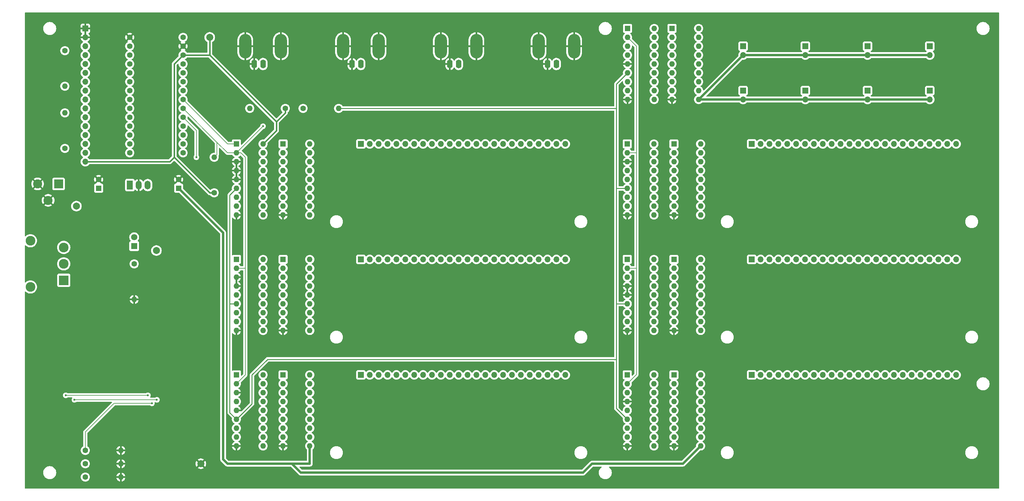
<source format=gbr>
%TF.GenerationSoftware,KiCad,Pcbnew,8.0.7*%
%TF.CreationDate,2024-12-20T12:02:52-05:00*%
%TF.ProjectId,HMS Olfactometer,484d5320-4f6c-4666-9163-746f6d657465,rev?*%
%TF.SameCoordinates,Original*%
%TF.FileFunction,Copper,L2,Bot*%
%TF.FilePolarity,Positive*%
%FSLAX46Y46*%
G04 Gerber Fmt 4.6, Leading zero omitted, Abs format (unit mm)*
G04 Created by KiCad (PCBNEW 8.0.7) date 2024-12-20 12:02:52*
%MOMM*%
%LPD*%
G01*
G04 APERTURE LIST*
%TA.AperFunction,ComponentPad*%
%ADD10R,1.600000X1.600000*%
%TD*%
%TA.AperFunction,ComponentPad*%
%ADD11O,1.600000X1.600000*%
%TD*%
%TA.AperFunction,ComponentPad*%
%ADD12R,1.700000X1.700000*%
%TD*%
%TA.AperFunction,ComponentPad*%
%ADD13O,1.700000X1.700000*%
%TD*%
%TA.AperFunction,ComponentPad*%
%ADD14C,1.600000*%
%TD*%
%TA.AperFunction,ComponentPad*%
%ADD15C,2.000000*%
%TD*%
%TA.AperFunction,ComponentPad*%
%ADD16R,2.600000X2.600000*%
%TD*%
%TA.AperFunction,ComponentPad*%
%ADD17C,2.600000*%
%TD*%
%TA.AperFunction,ComponentPad*%
%ADD18O,1.600000X2.500000*%
%TD*%
%TA.AperFunction,ComponentPad*%
%ADD19O,3.500000X7.000000*%
%TD*%
%TA.AperFunction,ComponentPad*%
%ADD20R,1.800000X1.800000*%
%TD*%
%TA.AperFunction,ComponentPad*%
%ADD21C,1.800000*%
%TD*%
%TA.AperFunction,ComponentPad*%
%ADD22R,1.700000X2.500000*%
%TD*%
%TA.AperFunction,ComponentPad*%
%ADD23O,1.700000X2.500000*%
%TD*%
%TA.AperFunction,ComponentPad*%
%ADD24R,2.775000X2.775000*%
%TD*%
%TA.AperFunction,ComponentPad*%
%ADD25C,2.775000*%
%TD*%
%TA.AperFunction,ViaPad*%
%ADD26C,0.600000*%
%TD*%
%TA.AperFunction,Conductor*%
%ADD27C,0.635000*%
%TD*%
%TA.AperFunction,Conductor*%
%ADD28C,0.200000*%
%TD*%
%TA.AperFunction,Conductor*%
%ADD29C,0.381000*%
%TD*%
%TA.AperFunction,Conductor*%
%ADD30C,0.254000*%
%TD*%
G04 APERTURE END LIST*
D10*
%TO.P,U8,1,I1*%
%TO.N,Net-(U8-I1)*%
X104775000Y-104140000D03*
D11*
%TO.P,U8,2,I2*%
%TO.N,Net-(U8-I2)*%
X104775000Y-106680000D03*
%TO.P,U8,3,I3*%
%TO.N,Net-(U8-I3)*%
X104775000Y-109220000D03*
%TO.P,U8,4,I4*%
%TO.N,Net-(U8-I4)*%
X104775000Y-111760000D03*
%TO.P,U8,5,I5*%
%TO.N,Net-(U8-I5)*%
X104775000Y-114300000D03*
%TO.P,U8,6,I6*%
%TO.N,Net-(U8-I6)*%
X104775000Y-116840000D03*
%TO.P,U8,7,I7*%
%TO.N,Net-(U8-I7)*%
X104775000Y-119380000D03*
%TO.P,U8,8,I8*%
%TO.N,Net-(U8-I8)*%
X104775000Y-121920000D03*
%TO.P,U8,9,GND*%
%TO.N,GND*%
X104775000Y-124460000D03*
%TO.P,U8,10,COM*%
%TO.N,+12V*%
X112395000Y-124460000D03*
%TO.P,U8,11,O8*%
%TO.N,Net-(J4-Pin_22)*%
X112395000Y-121920000D03*
%TO.P,U8,12,O7*%
%TO.N,Net-(J4-Pin_19)*%
X112395000Y-119380000D03*
%TO.P,U8,13,O6*%
%TO.N,Net-(J4-Pin_16)*%
X112395000Y-116840000D03*
%TO.P,U8,14,O5*%
%TO.N,Net-(J4-Pin_13)*%
X112395000Y-114300000D03*
%TO.P,U8,15,O4*%
%TO.N,Net-(J4-Pin_10)*%
X112395000Y-111760000D03*
%TO.P,U8,16,O3*%
%TO.N,Net-(J4-Pin_7)*%
X112395000Y-109220000D03*
%TO.P,U8,17,O2*%
%TO.N,Net-(J4-Pin_4)*%
X112395000Y-106680000D03*
%TO.P,U8,18,O1*%
%TO.N,Net-(J4-Pin_1)*%
X112395000Y-104140000D03*
%TD*%
D12*
%TO.P,J8,1,Pin_1*%
%TO.N,Net-(J8-Pin_1)*%
X254000000Y-43180000D03*
D13*
%TO.P,J8,2,Pin_2*%
%TO.N,+12V*%
X254000000Y-45720000D03*
%TD*%
D12*
%TO.P,J5,1,Pin_1*%
%TO.N,Net-(J5-Pin_1)*%
X238689000Y-104140000D03*
D13*
%TO.P,J5,2,Pin_2*%
%TO.N,+12V*%
X241229000Y-104140000D03*
%TO.P,J5,3,Pin_3*%
%TO.N,unconnected-(J5-Pin_3-Pad3)*%
X243769000Y-104140000D03*
%TO.P,J5,4,Pin_4*%
%TO.N,Net-(J5-Pin_4)*%
X246309000Y-104140000D03*
%TO.P,J5,5,Pin_5*%
%TO.N,+12V*%
X248849000Y-104140000D03*
%TO.P,J5,6,Pin_6*%
%TO.N,unconnected-(J5-Pin_6-Pad6)*%
X251389000Y-104140000D03*
%TO.P,J5,7,Pin_7*%
%TO.N,Net-(J5-Pin_7)*%
X253929000Y-104140000D03*
%TO.P,J5,8,Pin_8*%
%TO.N,+12V*%
X256469000Y-104140000D03*
%TO.P,J5,9,Pin_9*%
%TO.N,unconnected-(J5-Pin_9-Pad9)*%
X259009000Y-104140000D03*
%TO.P,J5,10,Pin_10*%
%TO.N,Net-(J5-Pin_10)*%
X261549000Y-104140000D03*
%TO.P,J5,11,Pin_11*%
%TO.N,+12V*%
X264089000Y-104140000D03*
%TO.P,J5,12,Pin_12*%
%TO.N,unconnected-(J5-Pin_12-Pad12)*%
X266629000Y-104140000D03*
%TO.P,J5,13,Pin_13*%
%TO.N,Net-(J5-Pin_13)*%
X269169000Y-104140000D03*
%TO.P,J5,14,Pin_14*%
%TO.N,+12V*%
X271709000Y-104140000D03*
%TO.P,J5,15,Pin_15*%
%TO.N,unconnected-(J5-Pin_15-Pad15)*%
X274249000Y-104140000D03*
%TO.P,J5,16,Pin_16*%
%TO.N,Net-(J5-Pin_16)*%
X276789000Y-104140000D03*
%TO.P,J5,17,Pin_17*%
%TO.N,+12V*%
X279329000Y-104140000D03*
%TO.P,J5,18,Pin_18*%
%TO.N,unconnected-(J5-Pin_18-Pad18)*%
X281869000Y-104140000D03*
%TO.P,J5,19,Pin_19*%
%TO.N,Net-(J5-Pin_19)*%
X284409000Y-104140000D03*
%TO.P,J5,20,Pin_20*%
%TO.N,+12V*%
X286949000Y-104140000D03*
%TO.P,J5,21,Pin_21*%
%TO.N,unconnected-(J5-Pin_21-Pad21)*%
X289489000Y-104140000D03*
%TO.P,J5,22,Pin_22*%
%TO.N,Net-(J5-Pin_22)*%
X292029000Y-104140000D03*
%TO.P,J5,23,Pin_23*%
%TO.N,+12V*%
X294569000Y-104140000D03*
%TO.P,J5,24,Pin_24*%
%TO.N,unconnected-(J5-Pin_24-Pad24)*%
X297109000Y-104140000D03*
%TD*%
D14*
%TO.P,R4,1*%
%TO.N,Net-(D1-K)*%
X62230000Y-105410000D03*
D11*
%TO.P,R4,2*%
%TO.N,GND*%
X62230000Y-115570000D03*
%TD*%
D14*
%TO.P,R3,1*%
%TO.N,Net-(J19-Pin_5)*%
X48260000Y-166370000D03*
D11*
%TO.P,R3,2*%
%TO.N,GND*%
X58420000Y-166370000D03*
%TD*%
D10*
%TO.P,U14,1,I1*%
%TO.N,Net-(U14-I1)*%
X215900000Y-38100000D03*
D11*
%TO.P,U14,2,I2*%
%TO.N,Net-(U14-I2)*%
X215900000Y-40640000D03*
%TO.P,U14,3,I3*%
%TO.N,Net-(U14-I3)*%
X215900000Y-43180000D03*
%TO.P,U14,4,I4*%
%TO.N,Net-(U14-I4)*%
X215900000Y-45720000D03*
%TO.P,U14,5,I5*%
%TO.N,Net-(U14-I5)*%
X215900000Y-48260000D03*
%TO.P,U14,6,I6*%
%TO.N,Net-(U14-I6)*%
X215900000Y-50800000D03*
%TO.P,U14,7,I7*%
%TO.N,Net-(U14-I7)*%
X215900000Y-53340000D03*
%TO.P,U14,8,I8*%
%TO.N,Net-(U14-I8)*%
X215900000Y-55880000D03*
%TO.P,U14,9,GND*%
%TO.N,GND*%
X215900000Y-58420000D03*
%TO.P,U14,10,COM*%
%TO.N,+12V*%
X223520000Y-58420000D03*
%TO.P,U14,11,O8*%
%TO.N,Net-(J14-Pin_1)*%
X223520000Y-55880000D03*
%TO.P,U14,12,O7*%
%TO.N,Net-(J13-Pin_1)*%
X223520000Y-53340000D03*
%TO.P,U14,13,O6*%
%TO.N,Net-(J12-Pin_1)*%
X223520000Y-50800000D03*
%TO.P,U14,14,O5*%
%TO.N,Net-(J11-Pin_1)*%
X223520000Y-48260000D03*
%TO.P,U14,15,O4*%
%TO.N,Net-(J10-Pin_1)*%
X223520000Y-45720000D03*
%TO.P,U14,16,O3*%
%TO.N,Net-(J9-Pin_1)*%
X223520000Y-43180000D03*
%TO.P,U14,17,O2*%
%TO.N,Net-(J8-Pin_1)*%
X223520000Y-40640000D03*
%TO.P,U14,18,O1*%
%TO.N,Net-(J7-Pin_1)*%
X223520000Y-38100000D03*
%TD*%
D12*
%TO.P,J12,1,Pin_1*%
%TO.N,Net-(J12-Pin_1)*%
X254000000Y-55880000D03*
D13*
%TO.P,J12,2,Pin_2*%
%TO.N,+12V*%
X254000000Y-58420000D03*
%TD*%
D10*
%TO.P,U10,1,I1*%
%TO.N,Net-(U10-I1)*%
X216464000Y-104140000D03*
D11*
%TO.P,U10,2,I2*%
%TO.N,Net-(U10-I2)*%
X216464000Y-106680000D03*
%TO.P,U10,3,I3*%
%TO.N,Net-(U10-I3)*%
X216464000Y-109220000D03*
%TO.P,U10,4,I4*%
%TO.N,Net-(U10-I4)*%
X216464000Y-111760000D03*
%TO.P,U10,5,I5*%
%TO.N,Net-(U10-I5)*%
X216464000Y-114300000D03*
%TO.P,U10,6,I6*%
%TO.N,Net-(U10-I6)*%
X216464000Y-116840000D03*
%TO.P,U10,7,I7*%
%TO.N,Net-(U10-I7)*%
X216464000Y-119380000D03*
%TO.P,U10,8,I8*%
%TO.N,Net-(U10-I8)*%
X216464000Y-121920000D03*
%TO.P,U10,9,GND*%
%TO.N,GND*%
X216464000Y-124460000D03*
%TO.P,U10,10,COM*%
%TO.N,+12V*%
X224084000Y-124460000D03*
%TO.P,U10,11,O8*%
%TO.N,Net-(J5-Pin_22)*%
X224084000Y-121920000D03*
%TO.P,U10,12,O7*%
%TO.N,Net-(J5-Pin_19)*%
X224084000Y-119380000D03*
%TO.P,U10,13,O6*%
%TO.N,Net-(J5-Pin_16)*%
X224084000Y-116840000D03*
%TO.P,U10,14,O5*%
%TO.N,Net-(J5-Pin_13)*%
X224084000Y-114300000D03*
%TO.P,U10,15,O4*%
%TO.N,Net-(J5-Pin_10)*%
X224084000Y-111760000D03*
%TO.P,U10,16,O3*%
%TO.N,Net-(J5-Pin_7)*%
X224084000Y-109220000D03*
%TO.P,U10,17,O2*%
%TO.N,Net-(J5-Pin_4)*%
X224084000Y-106680000D03*
%TO.P,U10,18,O1*%
%TO.N,Net-(J5-Pin_1)*%
X224084000Y-104140000D03*
%TD*%
D10*
%TO.P,U7,1,SCL*%
%TO.N,SCL-0*%
X203129000Y-71120000D03*
D11*
%TO.P,U7,2,SDA*%
%TO.N,SDA-0*%
X203129000Y-73660000D03*
%TO.P,U7,3,A2*%
%TO.N,GND*%
X203129000Y-76200000D03*
%TO.P,U7,4,A1*%
%TO.N,+3.3V*%
X203129000Y-78740000D03*
%TO.P,U7,5,A0*%
X203129000Y-81280000D03*
%TO.P,U7,6,~{RESET}*%
%TO.N,RESET*%
X203129000Y-83820000D03*
%TO.P,U7,7,NC*%
%TO.N,unconnected-(U7-NC-Pad7)*%
X203129000Y-86360000D03*
%TO.P,U7,8,INT*%
%TO.N,unconnected-(U7-INT-Pad8)*%
X203129000Y-88900000D03*
%TO.P,U7,9,VSS*%
%TO.N,GND*%
X203129000Y-91440000D03*
%TO.P,U7,10,GP0*%
%TO.N,Net-(U6-I8)*%
X210749000Y-91440000D03*
%TO.P,U7,11,GP1*%
%TO.N,Net-(U6-I7)*%
X210749000Y-88900000D03*
%TO.P,U7,12,GP2*%
%TO.N,Net-(U6-I6)*%
X210749000Y-86360000D03*
%TO.P,U7,13,GP3*%
%TO.N,Net-(U6-I5)*%
X210749000Y-83820000D03*
%TO.P,U7,14,GP4*%
%TO.N,Net-(U6-I4)*%
X210749000Y-81280000D03*
%TO.P,U7,15,GP5*%
%TO.N,Net-(U6-I3)*%
X210749000Y-78740000D03*
%TO.P,U7,16,GP6*%
%TO.N,Net-(U6-I2)*%
X210749000Y-76200000D03*
%TO.P,U7,17,GP7*%
%TO.N,Net-(U6-I1)*%
X210749000Y-73660000D03*
%TO.P,U7,18,VDD*%
%TO.N,+3.3V*%
X210749000Y-71120000D03*
%TD*%
D14*
%TO.P,U1,1,GND*%
%TO.N,GND*%
X60960000Y-40640000D03*
%TO.P,U1,2,0_RX1_CRX2_CS1*%
%TO.N,Net-(J24-Pin_3)*%
X60960000Y-43180000D03*
%TO.P,U1,3,1_TX1_CTX2_MISO1*%
%TO.N,Net-(J24-Pin_4)*%
X60960000Y-45720000D03*
%TO.P,U1,4,2_OUT2*%
%TO.N,Net-(J24-Pin_5)*%
X60960000Y-48260000D03*
%TO.P,U1,5,3_LRCLK2*%
%TO.N,Net-(J24-Pin_6)*%
X60960000Y-50800000D03*
%TO.P,U1,6,4_BCLK2*%
%TO.N,Net-(J24-Pin_7)*%
X60960000Y-53340000D03*
%TO.P,U1,7,5_IN2*%
%TO.N,Net-(J24-Pin_8)*%
X60960000Y-55880000D03*
%TO.P,U1,8,6_OUT1D*%
%TO.N,Net-(J24-Pin_9)*%
X60960000Y-58420000D03*
%TO.P,U1,9,7_RX2_OUT1A*%
%TO.N,Net-(J24-Pin_10)*%
X60960000Y-60960000D03*
%TO.P,U1,10,8_TX2_IN1*%
%TO.N,Net-(J24-Pin_11)*%
X60960000Y-63500000D03*
%TO.P,U1,11,9_OUT1C*%
%TO.N,Net-(J24-Pin_12)*%
X60960000Y-66040000D03*
%TO.P,U1,12,10_CS_MQSR*%
%TO.N,Net-(J24-Pin_13)*%
X60960000Y-68580000D03*
%TO.P,U1,13,11_MOSI_CTX1*%
%TO.N,Net-(J24-Pin_14)*%
X60960000Y-71120000D03*
%TO.P,U1,14,12_MISO_MQSL*%
%TO.N,unconnected-(U1-12_MISO_MQSL-Pad14)*%
X60960000Y-73660000D03*
%TO.P,U1,20,13_SCK_CRX1_LED*%
%TO.N,unconnected-(U1-13_SCK_CRX1_LED-Pad20)*%
X76200000Y-73660000D03*
%TO.P,U1,21,14_A0_TX3_SPDIF_OUT*%
%TO.N,Net-(J23-In)*%
X76200000Y-71120000D03*
%TO.P,U1,22,15_A1_RX3_SPDIF_IN*%
%TO.N,Net-(J22-In)*%
X76200000Y-68580000D03*
%TO.P,U1,23,16_A2_RX4_SCL1*%
%TO.N,/SCL-1*%
X76200000Y-66040000D03*
%TO.P,U1,24,17_A3_TX4_SDA1*%
%TO.N,/SDA-1*%
X76200000Y-63500000D03*
%TO.P,U1,25,18_A4_SDA0*%
%TO.N,SDA-0*%
X76200000Y-60960000D03*
%TO.P,U1,26,19_A5_SCL0*%
%TO.N,SCL-0*%
X76200000Y-58420000D03*
%TO.P,U1,27,20_A6_TX5_LRCLK1*%
%TO.N,unconnected-(U1-20_A6_TX5_LRCLK1-Pad27)*%
X76200000Y-55880000D03*
%TO.P,U1,28,21_A7_RX5_BCLK1*%
%TO.N,unconnected-(U1-21_A7_RX5_BCLK1-Pad28)*%
X76200000Y-53340000D03*
%TO.P,U1,29,22_A8_CTX1*%
%TO.N,Net-(J21-In)*%
X76200000Y-50800000D03*
%TO.P,U1,30,23_A9_CRX1_MCLK1*%
%TO.N,Net-(J20-In)*%
X76200000Y-48260000D03*
%TO.P,U1,31,3V3*%
%TO.N,+3.3V*%
X76200000Y-45720000D03*
%TO.P,U1,32,GND*%
%TO.N,GND*%
X76200000Y-43180000D03*
%TO.P,U1,33,VIN*%
%TO.N,unconnected-(U1-VIN-Pad33)*%
X76200000Y-40640000D03*
%TD*%
D15*
%TO.P,TP4,1,1*%
%TO.N,+3.3V*%
X83820000Y-40640000D03*
%TD*%
D16*
%TO.P,J15,1*%
%TO.N,Net-(JP1-A)*%
X40640000Y-82550000D03*
D17*
%TO.P,J15,2*%
%TO.N,GND*%
X34640000Y-82550000D03*
%TO.P,J15,3*%
X37640000Y-87250000D03*
%TD*%
D10*
%TO.P,C1,1*%
%TO.N,+24V*%
X52070000Y-83780000D03*
D14*
%TO.P,C1,2*%
%TO.N,GND*%
X52070000Y-81280000D03*
%TD*%
D18*
%TO.P,J22,1,In*%
%TO.N,Net-(J22-In)*%
X154940000Y-48260000D03*
D19*
%TO.P,J22,2,Ext*%
%TO.N,GND*%
X149860000Y-43180000D03*
D18*
X152400000Y-48260000D03*
D19*
X160020000Y-43180000D03*
%TD*%
D14*
%TO.P,R2,1*%
%TO.N,Net-(J17-Pin_5)*%
X48260000Y-162560000D03*
D11*
%TO.P,R2,2*%
%TO.N,GND*%
X58420000Y-162560000D03*
%TD*%
D10*
%TO.P,U9,1,SCL*%
%TO.N,SCL-0*%
X91440000Y-104140000D03*
D11*
%TO.P,U9,2,SDA*%
%TO.N,SDA-0*%
X91440000Y-106680000D03*
%TO.P,U9,3,A2*%
%TO.N,GND*%
X91440000Y-109220000D03*
%TO.P,U9,4,A1*%
X91440000Y-111760000D03*
%TO.P,U9,5,A0*%
%TO.N,+3.3V*%
X91440000Y-114300000D03*
%TO.P,U9,6,~{RESET}*%
%TO.N,RESET*%
X91440000Y-116840000D03*
%TO.P,U9,7,NC*%
%TO.N,unconnected-(U9-NC-Pad7)*%
X91440000Y-119380000D03*
%TO.P,U9,8,INT*%
%TO.N,unconnected-(U9-INT-Pad8)*%
X91440000Y-121920000D03*
%TO.P,U9,9,VSS*%
%TO.N,GND*%
X91440000Y-124460000D03*
%TO.P,U9,10,GP0*%
%TO.N,Net-(U8-I8)*%
X99060000Y-124460000D03*
%TO.P,U9,11,GP1*%
%TO.N,Net-(U8-I7)*%
X99060000Y-121920000D03*
%TO.P,U9,12,GP2*%
%TO.N,Net-(U8-I6)*%
X99060000Y-119380000D03*
%TO.P,U9,13,GP3*%
%TO.N,Net-(U8-I5)*%
X99060000Y-116840000D03*
%TO.P,U9,14,GP4*%
%TO.N,Net-(U8-I4)*%
X99060000Y-114300000D03*
%TO.P,U9,15,GP5*%
%TO.N,Net-(U8-I3)*%
X99060000Y-111760000D03*
%TO.P,U9,16,GP6*%
%TO.N,Net-(U8-I2)*%
X99060000Y-109220000D03*
%TO.P,U9,17,GP7*%
%TO.N,Net-(U8-I1)*%
X99060000Y-106680000D03*
%TO.P,U9,18,VDD*%
%TO.N,+3.3V*%
X99060000Y-104140000D03*
%TD*%
D14*
%TO.P,R16,1*%
%TO.N,+3.3V*%
X110490000Y-60960000D03*
D11*
%TO.P,R16,2*%
%TO.N,RESET*%
X120650000Y-60960000D03*
%TD*%
D12*
%TO.P,J13,1,Pin_1*%
%TO.N,Net-(J13-Pin_1)*%
X271780000Y-55880000D03*
D13*
%TO.P,J13,2,Pin_2*%
%TO.N,+12V*%
X271780000Y-58420000D03*
%TD*%
D12*
%TO.P,J9,1,Pin_1*%
%TO.N,Net-(J9-Pin_1)*%
X271780000Y-43180000D03*
D13*
%TO.P,J9,2,Pin_2*%
%TO.N,+12V*%
X271780000Y-45720000D03*
%TD*%
D20*
%TO.P,D1,1,K*%
%TO.N,Net-(D1-K)*%
X62230000Y-100330000D03*
D21*
%TO.P,D1,2,A*%
%TO.N,+12V*%
X62230000Y-97790000D03*
%TD*%
D15*
%TO.P,TP2,1,1*%
%TO.N,+12V*%
X68580000Y-101600000D03*
%TD*%
D18*
%TO.P,J20,1,In*%
%TO.N,Net-(J20-In)*%
X99060000Y-48260000D03*
D19*
%TO.P,J20,2,Ext*%
%TO.N,GND*%
X93980000Y-43180000D03*
D18*
X96520000Y-48260000D03*
D19*
X104140000Y-43180000D03*
%TD*%
D14*
%TO.P,R7,1*%
%TO.N,+3.3V*%
X85090000Y-85090000D03*
D11*
%TO.P,R7,2*%
%TO.N,SDA-0*%
X85090000Y-74930000D03*
%TD*%
D10*
%TO.P,U4,1,I1*%
%TO.N,Net-(U4-I1)*%
X216464000Y-137160000D03*
D11*
%TO.P,U4,2,I2*%
%TO.N,Net-(U4-I2)*%
X216464000Y-139700000D03*
%TO.P,U4,3,I3*%
%TO.N,Net-(U4-I3)*%
X216464000Y-142240000D03*
%TO.P,U4,4,I4*%
%TO.N,Net-(U4-I4)*%
X216464000Y-144780000D03*
%TO.P,U4,5,I5*%
%TO.N,Net-(U4-I5)*%
X216464000Y-147320000D03*
%TO.P,U4,6,I6*%
%TO.N,Net-(U4-I6)*%
X216464000Y-149860000D03*
%TO.P,U4,7,I7*%
%TO.N,Net-(U4-I7)*%
X216464000Y-152400000D03*
%TO.P,U4,8,I8*%
%TO.N,Net-(U4-I8)*%
X216464000Y-154940000D03*
%TO.P,U4,9,GND*%
%TO.N,GND*%
X216464000Y-157480000D03*
%TO.P,U4,10,COM*%
%TO.N,+12V*%
X224084000Y-157480000D03*
%TO.P,U4,11,O8*%
%TO.N,Net-(J2-Pin_22)*%
X224084000Y-154940000D03*
%TO.P,U4,12,O7*%
%TO.N,Net-(J2-Pin_19)*%
X224084000Y-152400000D03*
%TO.P,U4,13,O6*%
%TO.N,Net-(J2-Pin_16)*%
X224084000Y-149860000D03*
%TO.P,U4,14,O5*%
%TO.N,Net-(J2-Pin_13)*%
X224084000Y-147320000D03*
%TO.P,U4,15,O4*%
%TO.N,Net-(J2-Pin_10)*%
X224084000Y-144780000D03*
%TO.P,U4,16,O3*%
%TO.N,Net-(J2-Pin_7)*%
X224084000Y-142240000D03*
%TO.P,U4,17,O2*%
%TO.N,Net-(J2-Pin_4)*%
X224084000Y-139700000D03*
%TO.P,U4,18,O1*%
%TO.N,Net-(J2-Pin_1)*%
X224084000Y-137160000D03*
%TD*%
D12*
%TO.P,J4,1,Pin_1*%
%TO.N,Net-(J4-Pin_1)*%
X127000000Y-104140000D03*
D13*
%TO.P,J4,2,Pin_2*%
%TO.N,+12V*%
X129540000Y-104140000D03*
%TO.P,J4,3,Pin_3*%
%TO.N,unconnected-(J4-Pin_3-Pad3)*%
X132080000Y-104140000D03*
%TO.P,J4,4,Pin_4*%
%TO.N,Net-(J4-Pin_4)*%
X134620000Y-104140000D03*
%TO.P,J4,5,Pin_5*%
%TO.N,+12V*%
X137160000Y-104140000D03*
%TO.P,J4,6,Pin_6*%
%TO.N,unconnected-(J4-Pin_6-Pad6)*%
X139700000Y-104140000D03*
%TO.P,J4,7,Pin_7*%
%TO.N,Net-(J4-Pin_7)*%
X142240000Y-104140000D03*
%TO.P,J4,8,Pin_8*%
%TO.N,+12V*%
X144780000Y-104140000D03*
%TO.P,J4,9,Pin_9*%
%TO.N,unconnected-(J4-Pin_9-Pad9)*%
X147320000Y-104140000D03*
%TO.P,J4,10,Pin_10*%
%TO.N,Net-(J4-Pin_10)*%
X149860000Y-104140000D03*
%TO.P,J4,11,Pin_11*%
%TO.N,+12V*%
X152400000Y-104140000D03*
%TO.P,J4,12,Pin_12*%
%TO.N,unconnected-(J4-Pin_12-Pad12)*%
X154940000Y-104140000D03*
%TO.P,J4,13,Pin_13*%
%TO.N,Net-(J4-Pin_13)*%
X157480000Y-104140000D03*
%TO.P,J4,14,Pin_14*%
%TO.N,+12V*%
X160020000Y-104140000D03*
%TO.P,J4,15,Pin_15*%
%TO.N,unconnected-(J4-Pin_15-Pad15)*%
X162560000Y-104140000D03*
%TO.P,J4,16,Pin_16*%
%TO.N,Net-(J4-Pin_16)*%
X165100000Y-104140000D03*
%TO.P,J4,17,Pin_17*%
%TO.N,+12V*%
X167640000Y-104140000D03*
%TO.P,J4,18,Pin_18*%
%TO.N,unconnected-(J4-Pin_18-Pad18)*%
X170180000Y-104140000D03*
%TO.P,J4,19,Pin_19*%
%TO.N,Net-(J4-Pin_19)*%
X172720000Y-104140000D03*
%TO.P,J4,20,Pin_20*%
%TO.N,+12V*%
X175260000Y-104140000D03*
%TO.P,J4,21,Pin_21*%
%TO.N,unconnected-(J4-Pin_21-Pad21)*%
X177800000Y-104140000D03*
%TO.P,J4,22,Pin_22*%
%TO.N,Net-(J4-Pin_22)*%
X180340000Y-104140000D03*
%TO.P,J4,23,Pin_23*%
%TO.N,+12V*%
X182880000Y-104140000D03*
%TO.P,J4,24,Pin_24*%
%TO.N,unconnected-(J4-Pin_24-Pad24)*%
X185420000Y-104140000D03*
%TD*%
D22*
%TO.P,U16,1,IN*%
%TO.N,+24V*%
X61002500Y-82882500D03*
D23*
%TO.P,U16,2,GND*%
%TO.N,GND*%
X63542500Y-82882500D03*
%TO.P,U16,3,OUT*%
%TO.N,+12V*%
X66082500Y-82882500D03*
%TD*%
D12*
%TO.P,J2,1,Pin_1*%
%TO.N,Net-(J2-Pin_1)*%
X238689000Y-137160000D03*
D13*
%TO.P,J2,2,Pin_2*%
%TO.N,+12V*%
X241229000Y-137160000D03*
%TO.P,J2,3,Pin_3*%
%TO.N,unconnected-(J2-Pin_3-Pad3)*%
X243769000Y-137160000D03*
%TO.P,J2,4,Pin_4*%
%TO.N,Net-(J2-Pin_4)*%
X246309000Y-137160000D03*
%TO.P,J2,5,Pin_5*%
%TO.N,+12V*%
X248849000Y-137160000D03*
%TO.P,J2,6,Pin_6*%
%TO.N,unconnected-(J2-Pin_6-Pad6)*%
X251389000Y-137160000D03*
%TO.P,J2,7,Pin_7*%
%TO.N,Net-(J2-Pin_7)*%
X253929000Y-137160000D03*
%TO.P,J2,8,Pin_8*%
%TO.N,+12V*%
X256469000Y-137160000D03*
%TO.P,J2,9,Pin_9*%
%TO.N,unconnected-(J2-Pin_9-Pad9)*%
X259009000Y-137160000D03*
%TO.P,J2,10,Pin_10*%
%TO.N,Net-(J2-Pin_10)*%
X261549000Y-137160000D03*
%TO.P,J2,11,Pin_11*%
%TO.N,+12V*%
X264089000Y-137160000D03*
%TO.P,J2,12,Pin_12*%
%TO.N,unconnected-(J2-Pin_12-Pad12)*%
X266629000Y-137160000D03*
%TO.P,J2,13,Pin_13*%
%TO.N,Net-(J2-Pin_13)*%
X269169000Y-137160000D03*
%TO.P,J2,14,Pin_14*%
%TO.N,+12V*%
X271709000Y-137160000D03*
%TO.P,J2,15,Pin_15*%
%TO.N,unconnected-(J2-Pin_15-Pad15)*%
X274249000Y-137160000D03*
%TO.P,J2,16,Pin_16*%
%TO.N,Net-(J2-Pin_16)*%
X276789000Y-137160000D03*
%TO.P,J2,17,Pin_17*%
%TO.N,+12V*%
X279329000Y-137160000D03*
%TO.P,J2,18,Pin_18*%
%TO.N,unconnected-(J2-Pin_18-Pad18)*%
X281869000Y-137160000D03*
%TO.P,J2,19,Pin_19*%
%TO.N,Net-(J2-Pin_19)*%
X284409000Y-137160000D03*
%TO.P,J2,20,Pin_20*%
%TO.N,+12V*%
X286949000Y-137160000D03*
%TO.P,J2,21,Pin_21*%
%TO.N,unconnected-(J2-Pin_21-Pad21)*%
X289489000Y-137160000D03*
%TO.P,J2,22,Pin_22*%
%TO.N,Net-(J2-Pin_22)*%
X292029000Y-137160000D03*
%TO.P,J2,23,Pin_23*%
%TO.N,+12V*%
X294569000Y-137160000D03*
%TO.P,J2,24,Pin_24*%
%TO.N,unconnected-(J2-Pin_24-Pad24)*%
X297109000Y-137160000D03*
%TD*%
D24*
%TO.P,SW1,1,A*%
%TO.N,Net-(JP1-A)*%
X42103000Y-110110000D03*
D25*
%TO.P,SW1,2,B*%
%TO.N,+24V*%
X42103000Y-105410000D03*
%TO.P,SW1,3*%
%TO.N,N/C*%
X42103000Y-100710000D03*
%TO.P,SW1,S1*%
X32573000Y-112015000D03*
%TO.P,SW1,S2*%
X32573000Y-98805000D03*
%TD*%
D12*
%TO.P,J11,1,Pin_1*%
%TO.N,Net-(J11-Pin_1)*%
X236220000Y-55880000D03*
D13*
%TO.P,J11,2,Pin_2*%
%TO.N,+12V*%
X236220000Y-58420000D03*
%TD*%
D10*
%TO.P,U13,1,SCL*%
%TO.N,SCL-0*%
X91440000Y-71120000D03*
D11*
%TO.P,U13,2,SDA*%
%TO.N,SDA-0*%
X91440000Y-73660000D03*
%TO.P,U13,3,A2*%
%TO.N,GND*%
X91440000Y-76200000D03*
%TO.P,U13,4,A1*%
X91440000Y-78740000D03*
%TO.P,U13,5,A0*%
X91440000Y-81280000D03*
%TO.P,U13,6,~{RESET}*%
%TO.N,RESET*%
X91440000Y-83820000D03*
%TO.P,U13,7,NC*%
%TO.N,unconnected-(U13-NC-Pad7)*%
X91440000Y-86360000D03*
%TO.P,U13,8,INT*%
%TO.N,unconnected-(U13-INT-Pad8)*%
X91440000Y-88900000D03*
%TO.P,U13,9,VSS*%
%TO.N,GND*%
X91440000Y-91440000D03*
%TO.P,U13,10,GP0*%
%TO.N,Net-(U12-I8)*%
X99060000Y-91440000D03*
%TO.P,U13,11,GP1*%
%TO.N,Net-(U12-I7)*%
X99060000Y-88900000D03*
%TO.P,U13,12,GP2*%
%TO.N,Net-(U12-I6)*%
X99060000Y-86360000D03*
%TO.P,U13,13,GP3*%
%TO.N,Net-(U12-I5)*%
X99060000Y-83820000D03*
%TO.P,U13,14,GP4*%
%TO.N,Net-(U12-I4)*%
X99060000Y-81280000D03*
%TO.P,U13,15,GP5*%
%TO.N,Net-(U12-I3)*%
X99060000Y-78740000D03*
%TO.P,U13,16,GP6*%
%TO.N,Net-(U12-I2)*%
X99060000Y-76200000D03*
%TO.P,U13,17,GP7*%
%TO.N,Net-(U12-I1)*%
X99060000Y-73660000D03*
%TO.P,U13,18,VDD*%
%TO.N,+3.3V*%
X99060000Y-71120000D03*
%TD*%
D10*
%TO.P,U2,1,I1*%
%TO.N,Net-(U2-I1)*%
X104775000Y-137160000D03*
D11*
%TO.P,U2,2,I2*%
%TO.N,Net-(U2-I2)*%
X104775000Y-139700000D03*
%TO.P,U2,3,I3*%
%TO.N,Net-(U2-I3)*%
X104775000Y-142240000D03*
%TO.P,U2,4,I4*%
%TO.N,Net-(U2-I4)*%
X104775000Y-144780000D03*
%TO.P,U2,5,I5*%
%TO.N,Net-(U2-I5)*%
X104775000Y-147320000D03*
%TO.P,U2,6,I6*%
%TO.N,Net-(U2-I6)*%
X104775000Y-149860000D03*
%TO.P,U2,7,I7*%
%TO.N,Net-(U2-I7)*%
X104775000Y-152400000D03*
%TO.P,U2,8,I8*%
%TO.N,Net-(U2-I8)*%
X104775000Y-154940000D03*
%TO.P,U2,9,GND*%
%TO.N,GND*%
X104775000Y-157480000D03*
%TO.P,U2,10,COM*%
%TO.N,+12V*%
X112395000Y-157480000D03*
%TO.P,U2,11,O8*%
%TO.N,Net-(J1-Pin_22)*%
X112395000Y-154940000D03*
%TO.P,U2,12,O7*%
%TO.N,Net-(J1-Pin_19)*%
X112395000Y-152400000D03*
%TO.P,U2,13,O6*%
%TO.N,Net-(J1-Pin_16)*%
X112395000Y-149860000D03*
%TO.P,U2,14,O5*%
%TO.N,Net-(J1-Pin_13)*%
X112395000Y-147320000D03*
%TO.P,U2,15,O4*%
%TO.N,Net-(J1-Pin_10)*%
X112395000Y-144780000D03*
%TO.P,U2,16,O3*%
%TO.N,Net-(J1-Pin_7)*%
X112395000Y-142240000D03*
%TO.P,U2,17,O2*%
%TO.N,Net-(J1-Pin_4)*%
X112395000Y-139700000D03*
%TO.P,U2,18,O1*%
%TO.N,Net-(J1-Pin_1)*%
X112395000Y-137160000D03*
%TD*%
D10*
%TO.P,U15,1,SCL*%
%TO.N,SCL-0*%
X203200000Y-38100000D03*
D11*
%TO.P,U15,2,SDA*%
%TO.N,SDA-0*%
X203200000Y-40640000D03*
%TO.P,U15,3,A2*%
%TO.N,+3.3V*%
X203200000Y-43180000D03*
%TO.P,U15,4,A1*%
X203200000Y-45720000D03*
%TO.P,U15,5,A0*%
%TO.N,GND*%
X203200000Y-48260000D03*
%TO.P,U15,6,~{RESET}*%
%TO.N,RESET*%
X203200000Y-50800000D03*
%TO.P,U15,7,NC*%
%TO.N,unconnected-(U15-NC-Pad7)*%
X203200000Y-53340000D03*
%TO.P,U15,8,INT*%
%TO.N,unconnected-(U15-INT-Pad8)*%
X203200000Y-55880000D03*
%TO.P,U15,9,VSS*%
%TO.N,GND*%
X203200000Y-58420000D03*
%TO.P,U15,10,GP0*%
%TO.N,Net-(U14-I8)*%
X210820000Y-58420000D03*
%TO.P,U15,11,GP1*%
%TO.N,Net-(U14-I7)*%
X210820000Y-55880000D03*
%TO.P,U15,12,GP2*%
%TO.N,Net-(U14-I6)*%
X210820000Y-53340000D03*
%TO.P,U15,13,GP3*%
%TO.N,Net-(U14-I5)*%
X210820000Y-50800000D03*
%TO.P,U15,14,GP4*%
%TO.N,Net-(U14-I4)*%
X210820000Y-48260000D03*
%TO.P,U15,15,GP5*%
%TO.N,Net-(U14-I3)*%
X210820000Y-45720000D03*
%TO.P,U15,16,GP6*%
%TO.N,Net-(U14-I2)*%
X210820000Y-43180000D03*
%TO.P,U15,17,GP7*%
%TO.N,Net-(U14-I1)*%
X210820000Y-40640000D03*
%TO.P,U15,18,VDD*%
%TO.N,+3.3V*%
X210820000Y-38100000D03*
%TD*%
D15*
%TO.P,TP3,1,1*%
%TO.N,GND*%
X81280000Y-162560000D03*
%TD*%
D14*
%TO.P,R1,1*%
%TO.N,Net-(J18-Pin_5)*%
X48260000Y-158750000D03*
D11*
%TO.P,R1,2*%
%TO.N,GND*%
X58420000Y-158750000D03*
%TD*%
D10*
%TO.P,U11,1,SCL*%
%TO.N,SCL-0*%
X203129000Y-104140000D03*
D11*
%TO.P,U11,2,SDA*%
%TO.N,SDA-0*%
X203129000Y-106680000D03*
%TO.P,U11,3,A2*%
%TO.N,+3.3V*%
X203129000Y-109220000D03*
%TO.P,U11,4,A1*%
%TO.N,GND*%
X203129000Y-111760000D03*
%TO.P,U11,5,A0*%
X203129000Y-114300000D03*
%TO.P,U11,6,~{RESET}*%
%TO.N,RESET*%
X203129000Y-116840000D03*
%TO.P,U11,7,NC*%
%TO.N,unconnected-(U11-NC-Pad7)*%
X203129000Y-119380000D03*
%TO.P,U11,8,INT*%
%TO.N,unconnected-(U11-INT-Pad8)*%
X203129000Y-121920000D03*
%TO.P,U11,9,VSS*%
%TO.N,GND*%
X203129000Y-124460000D03*
%TO.P,U11,10,GP0*%
%TO.N,Net-(U10-I8)*%
X210749000Y-124460000D03*
%TO.P,U11,11,GP1*%
%TO.N,Net-(U10-I7)*%
X210749000Y-121920000D03*
%TO.P,U11,12,GP2*%
%TO.N,Net-(U10-I6)*%
X210749000Y-119380000D03*
%TO.P,U11,13,GP3*%
%TO.N,Net-(U10-I5)*%
X210749000Y-116840000D03*
%TO.P,U11,14,GP4*%
%TO.N,Net-(U10-I4)*%
X210749000Y-114300000D03*
%TO.P,U11,15,GP5*%
%TO.N,Net-(U10-I3)*%
X210749000Y-111760000D03*
%TO.P,U11,16,GP6*%
%TO.N,Net-(U10-I2)*%
X210749000Y-109220000D03*
%TO.P,U11,17,GP7*%
%TO.N,Net-(U10-I1)*%
X210749000Y-106680000D03*
%TO.P,U11,18,VDD*%
%TO.N,+3.3V*%
X210749000Y-104140000D03*
%TD*%
D12*
%TO.P,J10,1,Pin_1*%
%TO.N,Net-(J10-Pin_1)*%
X289560000Y-43180000D03*
D13*
%TO.P,J10,2,Pin_2*%
%TO.N,+12V*%
X289560000Y-45720000D03*
%TD*%
D10*
%TO.P,U5,1,SCL*%
%TO.N,SCL-0*%
X203129000Y-137160000D03*
D11*
%TO.P,U5,2,SDA*%
%TO.N,SDA-0*%
X203129000Y-139700000D03*
%TO.P,U5,3,A2*%
%TO.N,+3.3V*%
X203129000Y-142240000D03*
%TO.P,U5,4,A1*%
%TO.N,GND*%
X203129000Y-144780000D03*
%TO.P,U5,5,A0*%
%TO.N,+3.3V*%
X203129000Y-147320000D03*
%TO.P,U5,6,~{RESET}*%
%TO.N,RESET*%
X203129000Y-149860000D03*
%TO.P,U5,7,NC*%
%TO.N,unconnected-(U5-NC-Pad7)*%
X203129000Y-152400000D03*
%TO.P,U5,8,INT*%
%TO.N,unconnected-(U5-INT-Pad8)*%
X203129000Y-154940000D03*
%TO.P,U5,9,VSS*%
%TO.N,GND*%
X203129000Y-157480000D03*
%TO.P,U5,10,GP0*%
%TO.N,Net-(U4-I8)*%
X210749000Y-157480000D03*
%TO.P,U5,11,GP1*%
%TO.N,Net-(U4-I7)*%
X210749000Y-154940000D03*
%TO.P,U5,12,GP2*%
%TO.N,Net-(U4-I6)*%
X210749000Y-152400000D03*
%TO.P,U5,13,GP3*%
%TO.N,Net-(U4-I5)*%
X210749000Y-149860000D03*
%TO.P,U5,14,GP4*%
%TO.N,Net-(U4-I4)*%
X210749000Y-147320000D03*
%TO.P,U5,15,GP5*%
%TO.N,Net-(U4-I3)*%
X210749000Y-144780000D03*
%TO.P,U5,16,GP6*%
%TO.N,Net-(U4-I2)*%
X210749000Y-142240000D03*
%TO.P,U5,17,GP7*%
%TO.N,Net-(U4-I1)*%
X210749000Y-139700000D03*
%TO.P,U5,18,VDD*%
%TO.N,+3.3V*%
X210749000Y-137160000D03*
%TD*%
D14*
%TO.P,R5,1*%
%TO.N,+3.3V*%
X42418000Y-44450000D03*
D11*
%TO.P,R5,2*%
%TO.N,/SDA-1*%
X42418000Y-54610000D03*
%TD*%
D10*
%TO.P,U3,1,SCL*%
%TO.N,SCL-0*%
X91440000Y-137160000D03*
D11*
%TO.P,U3,2,SDA*%
%TO.N,SDA-0*%
X91440000Y-139700000D03*
%TO.P,U3,3,A2*%
%TO.N,GND*%
X91440000Y-142240000D03*
%TO.P,U3,4,A1*%
%TO.N,+3.3V*%
X91440000Y-144780000D03*
%TO.P,U3,5,A0*%
%TO.N,GND*%
X91440000Y-147320000D03*
%TO.P,U3,6,~{RESET}*%
%TO.N,RESET*%
X91440000Y-149860000D03*
%TO.P,U3,7,NC*%
%TO.N,unconnected-(U3-NC-Pad7)*%
X91440000Y-152400000D03*
%TO.P,U3,8,INT*%
%TO.N,unconnected-(U3-INT-Pad8)*%
X91440000Y-154940000D03*
%TO.P,U3,9,VSS*%
%TO.N,GND*%
X91440000Y-157480000D03*
%TO.P,U3,10,GP0*%
%TO.N,Net-(U2-I8)*%
X99060000Y-157480000D03*
%TO.P,U3,11,GP1*%
%TO.N,Net-(U2-I7)*%
X99060000Y-154940000D03*
%TO.P,U3,12,GP2*%
%TO.N,Net-(U2-I6)*%
X99060000Y-152400000D03*
%TO.P,U3,13,GP3*%
%TO.N,Net-(U2-I5)*%
X99060000Y-149860000D03*
%TO.P,U3,14,GP4*%
%TO.N,Net-(U2-I4)*%
X99060000Y-147320000D03*
%TO.P,U3,15,GP5*%
%TO.N,Net-(U2-I3)*%
X99060000Y-144780000D03*
%TO.P,U3,16,GP6*%
%TO.N,Net-(U2-I2)*%
X99060000Y-142240000D03*
%TO.P,U3,17,GP7*%
%TO.N,Net-(U2-I1)*%
X99060000Y-139700000D03*
%TO.P,U3,18,VDD*%
%TO.N,+3.3V*%
X99060000Y-137160000D03*
%TD*%
D10*
%TO.P,U12,1,I1*%
%TO.N,Net-(U12-I1)*%
X104775000Y-71120000D03*
D11*
%TO.P,U12,2,I2*%
%TO.N,Net-(U12-I2)*%
X104775000Y-73660000D03*
%TO.P,U12,3,I3*%
%TO.N,Net-(U12-I3)*%
X104775000Y-76200000D03*
%TO.P,U12,4,I4*%
%TO.N,Net-(U12-I4)*%
X104775000Y-78740000D03*
%TO.P,U12,5,I5*%
%TO.N,Net-(U12-I5)*%
X104775000Y-81280000D03*
%TO.P,U12,6,I6*%
%TO.N,Net-(U12-I6)*%
X104775000Y-83820000D03*
%TO.P,U12,7,I7*%
%TO.N,Net-(U12-I7)*%
X104775000Y-86360000D03*
%TO.P,U12,8,I8*%
%TO.N,Net-(U12-I8)*%
X104775000Y-88900000D03*
%TO.P,U12,9,GND*%
%TO.N,GND*%
X104775000Y-91440000D03*
%TO.P,U12,10,COM*%
%TO.N,+12V*%
X112395000Y-91440000D03*
%TO.P,U12,11,O8*%
%TO.N,Net-(J6-Pin_22)*%
X112395000Y-88900000D03*
%TO.P,U12,12,O7*%
%TO.N,Net-(J6-Pin_19)*%
X112395000Y-86360000D03*
%TO.P,U12,13,O6*%
%TO.N,Net-(J6-Pin_16)*%
X112395000Y-83820000D03*
%TO.P,U12,14,O5*%
%TO.N,Net-(J6-Pin_13)*%
X112395000Y-81280000D03*
%TO.P,U12,15,O4*%
%TO.N,Net-(J6-Pin_10)*%
X112395000Y-78740000D03*
%TO.P,U12,16,O3*%
%TO.N,Net-(J6-Pin_7)*%
X112395000Y-76200000D03*
%TO.P,U12,17,O2*%
%TO.N,Net-(J6-Pin_4)*%
X112395000Y-73660000D03*
%TO.P,U12,18,O1*%
%TO.N,Net-(J6-Pin_1)*%
X112395000Y-71120000D03*
%TD*%
D12*
%TO.P,J6,1,Pin_1*%
%TO.N,Net-(J6-Pin_1)*%
X127000000Y-71120000D03*
D13*
%TO.P,J6,2,Pin_2*%
%TO.N,+12V*%
X129540000Y-71120000D03*
%TO.P,J6,3,Pin_3*%
%TO.N,unconnected-(J6-Pin_3-Pad3)*%
X132080000Y-71120000D03*
%TO.P,J6,4,Pin_4*%
%TO.N,Net-(J6-Pin_4)*%
X134620000Y-71120000D03*
%TO.P,J6,5,Pin_5*%
%TO.N,+12V*%
X137160000Y-71120000D03*
%TO.P,J6,6,Pin_6*%
%TO.N,unconnected-(J6-Pin_6-Pad6)*%
X139700000Y-71120000D03*
%TO.P,J6,7,Pin_7*%
%TO.N,Net-(J6-Pin_7)*%
X142240000Y-71120000D03*
%TO.P,J6,8,Pin_8*%
%TO.N,+12V*%
X144780000Y-71120000D03*
%TO.P,J6,9,Pin_9*%
%TO.N,unconnected-(J6-Pin_9-Pad9)*%
X147320000Y-71120000D03*
%TO.P,J6,10,Pin_10*%
%TO.N,Net-(J6-Pin_10)*%
X149860000Y-71120000D03*
%TO.P,J6,11,Pin_11*%
%TO.N,+12V*%
X152400000Y-71120000D03*
%TO.P,J6,12,Pin_12*%
%TO.N,unconnected-(J6-Pin_12-Pad12)*%
X154940000Y-71120000D03*
%TO.P,J6,13,Pin_13*%
%TO.N,Net-(J6-Pin_13)*%
X157480000Y-71120000D03*
%TO.P,J6,14,Pin_14*%
%TO.N,+12V*%
X160020000Y-71120000D03*
%TO.P,J6,15,Pin_15*%
%TO.N,unconnected-(J6-Pin_15-Pad15)*%
X162560000Y-71120000D03*
%TO.P,J6,16,Pin_16*%
%TO.N,Net-(J6-Pin_16)*%
X165100000Y-71120000D03*
%TO.P,J6,17,Pin_17*%
%TO.N,+12V*%
X167640000Y-71120000D03*
%TO.P,J6,18,Pin_18*%
%TO.N,unconnected-(J6-Pin_18-Pad18)*%
X170180000Y-71120000D03*
%TO.P,J6,19,Pin_19*%
%TO.N,Net-(J6-Pin_19)*%
X172720000Y-71120000D03*
%TO.P,J6,20,Pin_20*%
%TO.N,+12V*%
X175260000Y-71120000D03*
%TO.P,J6,21,Pin_21*%
%TO.N,unconnected-(J6-Pin_21-Pad21)*%
X177800000Y-71120000D03*
%TO.P,J6,22,Pin_22*%
%TO.N,Net-(J6-Pin_22)*%
X180340000Y-71120000D03*
%TO.P,J6,23,Pin_23*%
%TO.N,+12V*%
X182880000Y-71120000D03*
%TO.P,J6,24,Pin_24*%
%TO.N,unconnected-(J6-Pin_24-Pad24)*%
X185420000Y-71120000D03*
%TD*%
D12*
%TO.P,J14,1,Pin_1*%
%TO.N,Net-(J14-Pin_1)*%
X289560000Y-55880000D03*
D13*
%TO.P,J14,2,Pin_2*%
%TO.N,+12V*%
X289560000Y-58420000D03*
%TD*%
D18*
%TO.P,J21,1,In*%
%TO.N,Net-(J21-In)*%
X127000000Y-48260000D03*
D19*
%TO.P,J21,2,Ext*%
%TO.N,GND*%
X121920000Y-43180000D03*
D18*
X124460000Y-48260000D03*
D19*
X132080000Y-43180000D03*
%TD*%
D10*
%TO.P,U6,1,I1*%
%TO.N,Net-(U6-I1)*%
X216464000Y-71120000D03*
D11*
%TO.P,U6,2,I2*%
%TO.N,Net-(U6-I2)*%
X216464000Y-73660000D03*
%TO.P,U6,3,I3*%
%TO.N,Net-(U6-I3)*%
X216464000Y-76200000D03*
%TO.P,U6,4,I4*%
%TO.N,Net-(U6-I4)*%
X216464000Y-78740000D03*
%TO.P,U6,5,I5*%
%TO.N,Net-(U6-I5)*%
X216464000Y-81280000D03*
%TO.P,U6,6,I6*%
%TO.N,Net-(U6-I6)*%
X216464000Y-83820000D03*
%TO.P,U6,7,I7*%
%TO.N,Net-(U6-I7)*%
X216464000Y-86360000D03*
%TO.P,U6,8,I8*%
%TO.N,Net-(U6-I8)*%
X216464000Y-88900000D03*
%TO.P,U6,9,GND*%
%TO.N,GND*%
X216464000Y-91440000D03*
%TO.P,U6,10,COM*%
%TO.N,+12V*%
X224084000Y-91440000D03*
%TO.P,U6,11,O8*%
%TO.N,Net-(J3-Pin_22)*%
X224084000Y-88900000D03*
%TO.P,U6,12,O7*%
%TO.N,Net-(J3-Pin_19)*%
X224084000Y-86360000D03*
%TO.P,U6,13,O6*%
%TO.N,Net-(J3-Pin_16)*%
X224084000Y-83820000D03*
%TO.P,U6,14,O5*%
%TO.N,Net-(J3-Pin_13)*%
X224084000Y-81280000D03*
%TO.P,U6,15,O4*%
%TO.N,Net-(J3-Pin_10)*%
X224084000Y-78740000D03*
%TO.P,U6,16,O3*%
%TO.N,Net-(J3-Pin_7)*%
X224084000Y-76200000D03*
%TO.P,U6,17,O2*%
%TO.N,Net-(J3-Pin_4)*%
X224084000Y-73660000D03*
%TO.P,U6,18,O1*%
%TO.N,Net-(J3-Pin_1)*%
X224084000Y-71120000D03*
%TD*%
D14*
%TO.P,R6,1*%
%TO.N,+3.3V*%
X42418000Y-72390000D03*
D11*
%TO.P,R6,2*%
%TO.N,/SCL-1*%
X42418000Y-62230000D03*
%TD*%
D12*
%TO.P,J7,1,Pin_1*%
%TO.N,Net-(J7-Pin_1)*%
X236220000Y-43180000D03*
D13*
%TO.P,J7,2,Pin_2*%
%TO.N,+12V*%
X236220000Y-45720000D03*
%TD*%
D15*
%TO.P,TP1,1,1*%
%TO.N,+24V*%
X45720000Y-88900000D03*
%TD*%
D12*
%TO.P,J24,1,Pin_1*%
%TO.N,GND*%
X48260000Y-38100000D03*
D13*
%TO.P,J24,2,Pin_2*%
X48260000Y-40640000D03*
%TO.P,J24,3,Pin_3*%
%TO.N,Net-(J24-Pin_3)*%
X48260000Y-43180000D03*
%TO.P,J24,4,Pin_4*%
%TO.N,Net-(J24-Pin_4)*%
X48260000Y-45720000D03*
%TO.P,J24,5,Pin_5*%
%TO.N,Net-(J24-Pin_5)*%
X48260000Y-48260000D03*
%TO.P,J24,6,Pin_6*%
%TO.N,Net-(J24-Pin_6)*%
X48260000Y-50800000D03*
%TO.P,J24,7,Pin_7*%
%TO.N,Net-(J24-Pin_7)*%
X48260000Y-53340000D03*
%TO.P,J24,8,Pin_8*%
%TO.N,Net-(J24-Pin_8)*%
X48260000Y-55880000D03*
%TO.P,J24,9,Pin_9*%
%TO.N,Net-(J24-Pin_9)*%
X48260000Y-58420000D03*
%TO.P,J24,10,Pin_10*%
%TO.N,Net-(J24-Pin_10)*%
X48260000Y-60960000D03*
%TO.P,J24,11,Pin_11*%
%TO.N,Net-(J24-Pin_11)*%
X48260000Y-63500000D03*
%TO.P,J24,12,Pin_12*%
%TO.N,Net-(J24-Pin_12)*%
X48260000Y-66040000D03*
%TO.P,J24,13,Pin_13*%
%TO.N,Net-(J24-Pin_13)*%
X48260000Y-68580000D03*
%TO.P,J24,14,Pin_14*%
%TO.N,Net-(J24-Pin_14)*%
X48260000Y-71120000D03*
%TO.P,J24,15,Pin_15*%
%TO.N,+3.3V*%
X48260000Y-73660000D03*
%TO.P,J24,16,Pin_16*%
X48260000Y-76200000D03*
%TD*%
D12*
%TO.P,J3,1,Pin_1*%
%TO.N,Net-(J3-Pin_1)*%
X238689000Y-71120000D03*
D13*
%TO.P,J3,2,Pin_2*%
%TO.N,+12V*%
X241229000Y-71120000D03*
%TO.P,J3,3,Pin_3*%
%TO.N,unconnected-(J3-Pin_3-Pad3)*%
X243769000Y-71120000D03*
%TO.P,J3,4,Pin_4*%
%TO.N,Net-(J3-Pin_4)*%
X246309000Y-71120000D03*
%TO.P,J3,5,Pin_5*%
%TO.N,+12V*%
X248849000Y-71120000D03*
%TO.P,J3,6,Pin_6*%
%TO.N,unconnected-(J3-Pin_6-Pad6)*%
X251389000Y-71120000D03*
%TO.P,J3,7,Pin_7*%
%TO.N,Net-(J3-Pin_7)*%
X253929000Y-71120000D03*
%TO.P,J3,8,Pin_8*%
%TO.N,+12V*%
X256469000Y-71120000D03*
%TO.P,J3,9,Pin_9*%
%TO.N,unconnected-(J3-Pin_9-Pad9)*%
X259009000Y-71120000D03*
%TO.P,J3,10,Pin_10*%
%TO.N,Net-(J3-Pin_10)*%
X261549000Y-71120000D03*
%TO.P,J3,11,Pin_11*%
%TO.N,+12V*%
X264089000Y-71120000D03*
%TO.P,J3,12,Pin_12*%
%TO.N,unconnected-(J3-Pin_12-Pad12)*%
X266629000Y-71120000D03*
%TO.P,J3,13,Pin_13*%
%TO.N,Net-(J3-Pin_13)*%
X269169000Y-71120000D03*
%TO.P,J3,14,Pin_14*%
%TO.N,+12V*%
X271709000Y-71120000D03*
%TO.P,J3,15,Pin_15*%
%TO.N,unconnected-(J3-Pin_15-Pad15)*%
X274249000Y-71120000D03*
%TO.P,J3,16,Pin_16*%
%TO.N,Net-(J3-Pin_16)*%
X276789000Y-71120000D03*
%TO.P,J3,17,Pin_17*%
%TO.N,+12V*%
X279329000Y-71120000D03*
%TO.P,J3,18,Pin_18*%
%TO.N,unconnected-(J3-Pin_18-Pad18)*%
X281869000Y-71120000D03*
%TO.P,J3,19,Pin_19*%
%TO.N,Net-(J3-Pin_19)*%
X284409000Y-71120000D03*
%TO.P,J3,20,Pin_20*%
%TO.N,+12V*%
X286949000Y-71120000D03*
%TO.P,J3,21,Pin_21*%
%TO.N,unconnected-(J3-Pin_21-Pad21)*%
X289489000Y-71120000D03*
%TO.P,J3,22,Pin_22*%
%TO.N,Net-(J3-Pin_22)*%
X292029000Y-71120000D03*
%TO.P,J3,23,Pin_23*%
%TO.N,+12V*%
X294569000Y-71120000D03*
%TO.P,J3,24,Pin_24*%
%TO.N,unconnected-(J3-Pin_24-Pad24)*%
X297109000Y-71120000D03*
%TD*%
D18*
%TO.P,J23,1,In*%
%TO.N,Net-(J23-In)*%
X182880000Y-48260000D03*
D19*
%TO.P,J23,2,Ext*%
%TO.N,GND*%
X177800000Y-43180000D03*
D18*
X180340000Y-48260000D03*
D19*
X187960000Y-43180000D03*
%TD*%
D14*
%TO.P,R8,1*%
%TO.N,+3.3V*%
X105410000Y-60960000D03*
D11*
%TO.P,R8,2*%
%TO.N,SCL-0*%
X95250000Y-60960000D03*
%TD*%
D10*
%TO.P,C2,1*%
%TO.N,+12V*%
X74930000Y-83780000D03*
D14*
%TO.P,C2,2*%
%TO.N,GND*%
X74930000Y-81280000D03*
%TD*%
D12*
%TO.P,J1,1,Pin_1*%
%TO.N,Net-(J1-Pin_1)*%
X127000000Y-137160000D03*
D13*
%TO.P,J1,2,Pin_2*%
%TO.N,+12V*%
X129540000Y-137160000D03*
%TO.P,J1,3,Pin_3*%
%TO.N,unconnected-(J1-Pin_3-Pad3)*%
X132080000Y-137160000D03*
%TO.P,J1,4,Pin_4*%
%TO.N,Net-(J1-Pin_4)*%
X134620000Y-137160000D03*
%TO.P,J1,5,Pin_5*%
%TO.N,+12V*%
X137160000Y-137160000D03*
%TO.P,J1,6,Pin_6*%
%TO.N,unconnected-(J1-Pin_6-Pad6)*%
X139700000Y-137160000D03*
%TO.P,J1,7,Pin_7*%
%TO.N,Net-(J1-Pin_7)*%
X142240000Y-137160000D03*
%TO.P,J1,8,Pin_8*%
%TO.N,+12V*%
X144780000Y-137160000D03*
%TO.P,J1,9,Pin_9*%
%TO.N,unconnected-(J1-Pin_9-Pad9)*%
X147320000Y-137160000D03*
%TO.P,J1,10,Pin_10*%
%TO.N,Net-(J1-Pin_10)*%
X149860000Y-137160000D03*
%TO.P,J1,11,Pin_11*%
%TO.N,+12V*%
X152400000Y-137160000D03*
%TO.P,J1,12,Pin_12*%
%TO.N,unconnected-(J1-Pin_12-Pad12)*%
X154940000Y-137160000D03*
%TO.P,J1,13,Pin_13*%
%TO.N,Net-(J1-Pin_13)*%
X157480000Y-137160000D03*
%TO.P,J1,14,Pin_14*%
%TO.N,+12V*%
X160020000Y-137160000D03*
%TO.P,J1,15,Pin_15*%
%TO.N,unconnected-(J1-Pin_15-Pad15)*%
X162560000Y-137160000D03*
%TO.P,J1,16,Pin_16*%
%TO.N,Net-(J1-Pin_16)*%
X165100000Y-137160000D03*
%TO.P,J1,17,Pin_17*%
%TO.N,+12V*%
X167640000Y-137160000D03*
%TO.P,J1,18,Pin_18*%
%TO.N,unconnected-(J1-Pin_18-Pad18)*%
X170180000Y-137160000D03*
%TO.P,J1,19,Pin_19*%
%TO.N,Net-(J1-Pin_19)*%
X172720000Y-137160000D03*
%TO.P,J1,20,Pin_20*%
%TO.N,+12V*%
X175260000Y-137160000D03*
%TO.P,J1,21,Pin_21*%
%TO.N,unconnected-(J1-Pin_21-Pad21)*%
X177800000Y-137160000D03*
%TO.P,J1,22,Pin_22*%
%TO.N,Net-(J1-Pin_22)*%
X180340000Y-137160000D03*
%TO.P,J1,23,Pin_23*%
%TO.N,+12V*%
X182880000Y-137160000D03*
%TO.P,J1,24,Pin_24*%
%TO.N,unconnected-(J1-Pin_24-Pad24)*%
X185420000Y-137160000D03*
%TD*%
D26*
%TO.N,/SCL-1*%
X42672000Y-142993001D03*
X66149998Y-142993001D03*
%TO.N,/SDA-1*%
X80010000Y-74930000D03*
X45157001Y-144273643D03*
X68711999Y-144272000D03*
%TO.N,Net-(J18-Pin_5)*%
X67285001Y-145279001D03*
%TO.N,SDA-0*%
X99060000Y-66040000D03*
%TD*%
D27*
%TO.N,+12V*%
X193040000Y-162560000D02*
X219004000Y-162560000D01*
X236220000Y-45720000D02*
X223520000Y-58420000D01*
X112395000Y-162560000D02*
X112395000Y-157480000D01*
X289560000Y-58420000D02*
X223520000Y-58420000D01*
X87630000Y-96480000D02*
X74930000Y-83780000D01*
X87630000Y-161290000D02*
X87630000Y-96480000D01*
X190500000Y-165100000D02*
X193040000Y-162560000D01*
X107315000Y-162560000D02*
X88900000Y-162560000D01*
X219004000Y-162560000D02*
X224084000Y-157480000D01*
X88900000Y-162560000D02*
X87630000Y-161290000D01*
X289560000Y-45720000D02*
X236220000Y-45720000D01*
X107315000Y-162560000D02*
X109855000Y-165100000D01*
X107315000Y-162560000D02*
X112395000Y-162560000D01*
X109855000Y-165100000D02*
X190500000Y-165100000D01*
D28*
%TO.N,/SCL-1*%
X66149998Y-142993001D02*
X42672000Y-142993001D01*
%TO.N,/SDA-1*%
X45158644Y-144272000D02*
X68711999Y-144272000D01*
X80010000Y-74930000D02*
X80010000Y-67310000D01*
X45157001Y-144273643D02*
X45158644Y-144272000D01*
X80010000Y-67310000D02*
X76200000Y-63500000D01*
%TO.N,Net-(J18-Pin_5)*%
X67285001Y-145279001D02*
X56490001Y-145279001D01*
X56490001Y-145279001D02*
X48260000Y-153509002D01*
X48260000Y-153509002D02*
X48260000Y-158750000D01*
D29*
%TO.N,+3.3V*%
X83820000Y-45720000D02*
X76200000Y-45720000D01*
X102870000Y-64770000D02*
X83820000Y-45720000D01*
X85090000Y-85090000D02*
X83820000Y-85090000D01*
X73660000Y-74930000D02*
X72390000Y-76200000D01*
X102870000Y-64770000D02*
X105410000Y-62230000D01*
X76200000Y-45720000D02*
X73660000Y-48260000D01*
X73660000Y-48260000D02*
X73660000Y-74930000D01*
X72390000Y-76200000D02*
X48260000Y-76200000D01*
X105410000Y-62230000D02*
X105410000Y-60960000D01*
X99060000Y-71120000D02*
X102870000Y-67310000D01*
X102870000Y-67310000D02*
X102870000Y-64770000D01*
X83820000Y-85090000D02*
X73660000Y-74930000D01*
X83820000Y-45720000D02*
X83820000Y-40640000D01*
D28*
%TO.N,SDA-0*%
X93980000Y-106680000D02*
X93980000Y-74930000D01*
X93980000Y-74930000D02*
X92710000Y-73660000D01*
X205740000Y-106680000D02*
X205740000Y-137089000D01*
X93980000Y-137160000D02*
X93980000Y-106680000D01*
X85852000Y-74168000D02*
X85852000Y-70612000D01*
X205740000Y-106680000D02*
X203129000Y-106680000D01*
X92710000Y-73660000D02*
X91440000Y-73660000D01*
X85725000Y-70485000D02*
X76200000Y-60960000D01*
X203129000Y-73660000D02*
X205740000Y-73660000D01*
X205740000Y-99060000D02*
X205740000Y-106680000D01*
X203200000Y-40640000D02*
X205740000Y-43180000D01*
X91440000Y-73660000D02*
X88900000Y-73660000D01*
X85090000Y-74930000D02*
X85852000Y-74168000D01*
X91440000Y-106680000D02*
X93980000Y-106680000D01*
X205740000Y-137089000D02*
X203129000Y-139700000D01*
X91440000Y-139700000D02*
X93980000Y-137160000D01*
X205740000Y-73660000D02*
X205740000Y-99060000D01*
X85852000Y-70612000D02*
X85725000Y-70485000D01*
X205740000Y-43180000D02*
X205740000Y-73660000D01*
X91440000Y-73660000D02*
X99060000Y-66040000D01*
X88900000Y-73660000D02*
X85725000Y-70485000D01*
%TO.N,SCL-0*%
X88900000Y-71120000D02*
X76200000Y-58420000D01*
X91440000Y-71120000D02*
X88900000Y-71120000D01*
D30*
%TO.N,RESET*%
X89535000Y-85725000D02*
X89535000Y-116840000D01*
X89535000Y-147955000D02*
X91440000Y-149860000D01*
X91440000Y-149860000D02*
X95885000Y-145415000D01*
X200025000Y-53975000D02*
X200025000Y-60960000D01*
X200025000Y-60960000D02*
X200025000Y-83820000D01*
X203200000Y-50800000D02*
X200025000Y-53975000D01*
X200025000Y-60960000D02*
X120650000Y-60960000D01*
X200025000Y-116840000D02*
X200025000Y-132715000D01*
X200025000Y-132715000D02*
X200025000Y-146756000D01*
X95885000Y-137160000D02*
X100330000Y-132715000D01*
X200025000Y-146756000D02*
X203129000Y-149860000D01*
X95885000Y-145415000D02*
X95885000Y-137160000D01*
X89535000Y-116840000D02*
X91440000Y-116840000D01*
X89535000Y-116840000D02*
X89535000Y-147955000D01*
X200025000Y-83820000D02*
X203129000Y-83820000D01*
X91440000Y-83820000D02*
X89535000Y-85725000D01*
X203129000Y-116840000D02*
X200025000Y-116840000D01*
X100330000Y-132715000D02*
X200025000Y-132715000D01*
X200025000Y-83820000D02*
X200025000Y-116840000D01*
%TD*%
%TA.AperFunction,Conductor*%
%TO.N,GND*%
G36*
X205082539Y-107300185D02*
G01*
X205128294Y-107352989D01*
X205139500Y-107404500D01*
X205139500Y-136788901D01*
X205119815Y-136855940D01*
X205103181Y-136876582D01*
X204641180Y-137338583D01*
X204579857Y-137372068D01*
X204510165Y-137367084D01*
X204454232Y-137325212D01*
X204429815Y-137259748D01*
X204429499Y-137250902D01*
X204429499Y-136312129D01*
X204429498Y-136312123D01*
X204429497Y-136312116D01*
X204423091Y-136252517D01*
X204414714Y-136230058D01*
X204372797Y-136117671D01*
X204372793Y-136117664D01*
X204286547Y-136002455D01*
X204286544Y-136002452D01*
X204171335Y-135916206D01*
X204171328Y-135916202D01*
X204036482Y-135865908D01*
X204036483Y-135865908D01*
X203976883Y-135859501D01*
X203976881Y-135859500D01*
X203976873Y-135859500D01*
X203976864Y-135859500D01*
X202281129Y-135859500D01*
X202281123Y-135859501D01*
X202221516Y-135865908D01*
X202086671Y-135916202D01*
X202086664Y-135916206D01*
X201971455Y-136002452D01*
X201971452Y-136002455D01*
X201885206Y-136117664D01*
X201885202Y-136117671D01*
X201834908Y-136252517D01*
X201828501Y-136312116D01*
X201828501Y-136312123D01*
X201828500Y-136312135D01*
X201828500Y-138007870D01*
X201828501Y-138007876D01*
X201834908Y-138067483D01*
X201885202Y-138202328D01*
X201885206Y-138202335D01*
X201971452Y-138317544D01*
X201971455Y-138317547D01*
X202086664Y-138403793D01*
X202086671Y-138403797D01*
X202099096Y-138408431D01*
X202221517Y-138454091D01*
X202256596Y-138457862D01*
X202321144Y-138484599D01*
X202360993Y-138541991D01*
X202363488Y-138611816D01*
X202327836Y-138671905D01*
X202314464Y-138682725D01*
X202289858Y-138699954D01*
X202128954Y-138860858D01*
X201998432Y-139047265D01*
X201998431Y-139047267D01*
X201902261Y-139253502D01*
X201902258Y-139253511D01*
X201843366Y-139473302D01*
X201843364Y-139473313D01*
X201823532Y-139699998D01*
X201823532Y-139700001D01*
X201843364Y-139926686D01*
X201843366Y-139926697D01*
X201902258Y-140146488D01*
X201902261Y-140146497D01*
X201998431Y-140352732D01*
X201998432Y-140352734D01*
X202128954Y-140539141D01*
X202289858Y-140700045D01*
X202289861Y-140700047D01*
X202476266Y-140830568D01*
X202534275Y-140857618D01*
X202586714Y-140903791D01*
X202605866Y-140970984D01*
X202585650Y-141037865D01*
X202534275Y-141082382D01*
X202476267Y-141109431D01*
X202476265Y-141109432D01*
X202289858Y-141239954D01*
X202128954Y-141400858D01*
X201998432Y-141587265D01*
X201998431Y-141587267D01*
X201902261Y-141793502D01*
X201902258Y-141793511D01*
X201843366Y-142013302D01*
X201843364Y-142013313D01*
X201823532Y-142239998D01*
X201823532Y-142240001D01*
X201843364Y-142466686D01*
X201843366Y-142466697D01*
X201902258Y-142686488D01*
X201902261Y-142686497D01*
X201998431Y-142892732D01*
X201998432Y-142892734D01*
X202128954Y-143079141D01*
X202289858Y-143240045D01*
X202289861Y-143240047D01*
X202476266Y-143370568D01*
X202534865Y-143397893D01*
X202587305Y-143444065D01*
X202606457Y-143511258D01*
X202586242Y-143578139D01*
X202534867Y-143622657D01*
X202476515Y-143649867D01*
X202290179Y-143780342D01*
X202129342Y-143941179D01*
X201998865Y-144127517D01*
X201902734Y-144333673D01*
X201902730Y-144333682D01*
X201850127Y-144529999D01*
X201850128Y-144530000D01*
X202813314Y-144530000D01*
X202808920Y-144534394D01*
X202756259Y-144625606D01*
X202729000Y-144727339D01*
X202729000Y-144832661D01*
X202756259Y-144934394D01*
X202808920Y-145025606D01*
X202813314Y-145030000D01*
X201850128Y-145030000D01*
X201902730Y-145226317D01*
X201902734Y-145226326D01*
X201998865Y-145432482D01*
X202129342Y-145618820D01*
X202290179Y-145779657D01*
X202476518Y-145910134D01*
X202476520Y-145910135D01*
X202534865Y-145937342D01*
X202587305Y-145983514D01*
X202606457Y-146050707D01*
X202586242Y-146117589D01*
X202534867Y-146162105D01*
X202476268Y-146189431D01*
X202476264Y-146189433D01*
X202289858Y-146319954D01*
X202128954Y-146480858D01*
X201998432Y-146667265D01*
X201998431Y-146667267D01*
X201902261Y-146873502D01*
X201902258Y-146873511D01*
X201843366Y-147093302D01*
X201843364Y-147093313D01*
X201823532Y-147319998D01*
X201823532Y-147320002D01*
X201827119Y-147361003D01*
X201813352Y-147429503D01*
X201764737Y-147479686D01*
X201696708Y-147495619D01*
X201630865Y-147472243D01*
X201615910Y-147459491D01*
X200688819Y-146532400D01*
X200655334Y-146471077D01*
X200652500Y-146444719D01*
X200652500Y-117591500D01*
X200672185Y-117524461D01*
X200724989Y-117478706D01*
X200776500Y-117467500D01*
X201916213Y-117467500D01*
X201983252Y-117487185D01*
X202017786Y-117520376D01*
X202040934Y-117553433D01*
X202128954Y-117679141D01*
X202289858Y-117840045D01*
X202289861Y-117840047D01*
X202476266Y-117970568D01*
X202534275Y-117997618D01*
X202586714Y-118043791D01*
X202605866Y-118110984D01*
X202585650Y-118177865D01*
X202534275Y-118222382D01*
X202476267Y-118249431D01*
X202476265Y-118249432D01*
X202289858Y-118379954D01*
X202128954Y-118540858D01*
X201998432Y-118727265D01*
X201998431Y-118727267D01*
X201902261Y-118933502D01*
X201902258Y-118933511D01*
X201843366Y-119153302D01*
X201843364Y-119153313D01*
X201823532Y-119379998D01*
X201823532Y-119380001D01*
X201843364Y-119606686D01*
X201843366Y-119606697D01*
X201902258Y-119826488D01*
X201902261Y-119826497D01*
X201998431Y-120032732D01*
X201998432Y-120032734D01*
X202128954Y-120219141D01*
X202289858Y-120380045D01*
X202289861Y-120380047D01*
X202476266Y-120510568D01*
X202534275Y-120537618D01*
X202586714Y-120583791D01*
X202605866Y-120650984D01*
X202585650Y-120717865D01*
X202534275Y-120762382D01*
X202476267Y-120789431D01*
X202476265Y-120789432D01*
X202289858Y-120919954D01*
X202128954Y-121080858D01*
X201998432Y-121267265D01*
X201998431Y-121267267D01*
X201902261Y-121473502D01*
X201902258Y-121473511D01*
X201843366Y-121693302D01*
X201843364Y-121693313D01*
X201823532Y-121919998D01*
X201823532Y-121920001D01*
X201843364Y-122146686D01*
X201843366Y-122146697D01*
X201902258Y-122366488D01*
X201902261Y-122366497D01*
X201998431Y-122572732D01*
X201998432Y-122572734D01*
X202128954Y-122759141D01*
X202289858Y-122920045D01*
X202289861Y-122920047D01*
X202476266Y-123050568D01*
X202534865Y-123077893D01*
X202587305Y-123124065D01*
X202606457Y-123191258D01*
X202586242Y-123258139D01*
X202534867Y-123302657D01*
X202476515Y-123329867D01*
X202290179Y-123460342D01*
X202129342Y-123621179D01*
X201998865Y-123807517D01*
X201902734Y-124013673D01*
X201902730Y-124013682D01*
X201850127Y-124209999D01*
X201850128Y-124210000D01*
X202813314Y-124210000D01*
X202808920Y-124214394D01*
X202756259Y-124305606D01*
X202729000Y-124407339D01*
X202729000Y-124512661D01*
X202756259Y-124614394D01*
X202808920Y-124705606D01*
X202813314Y-124710000D01*
X201850128Y-124710000D01*
X201902730Y-124906317D01*
X201902734Y-124906326D01*
X201998865Y-125112482D01*
X202129342Y-125298820D01*
X202290179Y-125459657D01*
X202476517Y-125590134D01*
X202682673Y-125686265D01*
X202682682Y-125686269D01*
X202878999Y-125738872D01*
X202879000Y-125738871D01*
X202879000Y-124775686D01*
X202883394Y-124780080D01*
X202974606Y-124832741D01*
X203076339Y-124860000D01*
X203181661Y-124860000D01*
X203283394Y-124832741D01*
X203374606Y-124780080D01*
X203379000Y-124775686D01*
X203379000Y-125738872D01*
X203575317Y-125686269D01*
X203575326Y-125686265D01*
X203781482Y-125590134D01*
X203967820Y-125459657D01*
X204128657Y-125298820D01*
X204259134Y-125112482D01*
X204355265Y-124906326D01*
X204355269Y-124906317D01*
X204407872Y-124710000D01*
X203444686Y-124710000D01*
X203449080Y-124705606D01*
X203501741Y-124614394D01*
X203529000Y-124512661D01*
X203529000Y-124407339D01*
X203501741Y-124305606D01*
X203449080Y-124214394D01*
X203444686Y-124210000D01*
X204407872Y-124210000D01*
X204407872Y-124209999D01*
X204355269Y-124013682D01*
X204355265Y-124013673D01*
X204259134Y-123807517D01*
X204128657Y-123621179D01*
X203967820Y-123460342D01*
X203781482Y-123329865D01*
X203723133Y-123302657D01*
X203670694Y-123256484D01*
X203651542Y-123189291D01*
X203671758Y-123122410D01*
X203723129Y-123077895D01*
X203781734Y-123050568D01*
X203968139Y-122920047D01*
X204129047Y-122759139D01*
X204259568Y-122572734D01*
X204355739Y-122366496D01*
X204414635Y-122146692D01*
X204434468Y-121920000D01*
X204414635Y-121693308D01*
X204355739Y-121473504D01*
X204259568Y-121267266D01*
X204152264Y-121114018D01*
X204129045Y-121080858D01*
X203968141Y-120919954D01*
X203781734Y-120789432D01*
X203781728Y-120789429D01*
X203723725Y-120762382D01*
X203671285Y-120716210D01*
X203652133Y-120649017D01*
X203672348Y-120582135D01*
X203723725Y-120537618D01*
X203781734Y-120510568D01*
X203968139Y-120380047D01*
X204129047Y-120219139D01*
X204259568Y-120032734D01*
X204355739Y-119826496D01*
X204414635Y-119606692D01*
X204434468Y-119380000D01*
X204414635Y-119153308D01*
X204355739Y-118933504D01*
X204259568Y-118727266D01*
X204152264Y-118574018D01*
X204129045Y-118540858D01*
X203968141Y-118379954D01*
X203781734Y-118249432D01*
X203781728Y-118249429D01*
X203723725Y-118222382D01*
X203671285Y-118176210D01*
X203652133Y-118109017D01*
X203672348Y-118042135D01*
X203723725Y-117997618D01*
X203781734Y-117970568D01*
X203968139Y-117840047D01*
X204129047Y-117679139D01*
X204259568Y-117492734D01*
X204355739Y-117286496D01*
X204414635Y-117066692D01*
X204434468Y-116840000D01*
X204414635Y-116613308D01*
X204355739Y-116393504D01*
X204259568Y-116187266D01*
X204139869Y-116016317D01*
X204129045Y-116000858D01*
X203968141Y-115839954D01*
X203781734Y-115709432D01*
X203781732Y-115709431D01*
X203723725Y-115682382D01*
X203723132Y-115682105D01*
X203670694Y-115635934D01*
X203651542Y-115568740D01*
X203671758Y-115501859D01*
X203723134Y-115457341D01*
X203781484Y-115430132D01*
X203967820Y-115299657D01*
X204128657Y-115138820D01*
X204259134Y-114952482D01*
X204355265Y-114746326D01*
X204355269Y-114746317D01*
X204407872Y-114550000D01*
X203444686Y-114550000D01*
X203449080Y-114545606D01*
X203501741Y-114454394D01*
X203529000Y-114352661D01*
X203529000Y-114247339D01*
X203501741Y-114145606D01*
X203449080Y-114054394D01*
X203444686Y-114050000D01*
X204407872Y-114050000D01*
X204407872Y-114049999D01*
X204355269Y-113853682D01*
X204355265Y-113853673D01*
X204259134Y-113647517D01*
X204128657Y-113461179D01*
X203967820Y-113300342D01*
X203781481Y-113169865D01*
X203781479Y-113169864D01*
X203722543Y-113142382D01*
X203670103Y-113096210D01*
X203650951Y-113029017D01*
X203671166Y-112962136D01*
X203722543Y-112917618D01*
X203781479Y-112890135D01*
X203781481Y-112890134D01*
X203967820Y-112759657D01*
X204128657Y-112598820D01*
X204259134Y-112412482D01*
X204355265Y-112206326D01*
X204355269Y-112206317D01*
X204407872Y-112010000D01*
X203444686Y-112010000D01*
X203449080Y-112005606D01*
X203501741Y-111914394D01*
X203529000Y-111812661D01*
X203529000Y-111707339D01*
X203501741Y-111605606D01*
X203449080Y-111514394D01*
X203444686Y-111510000D01*
X204407872Y-111510000D01*
X204407872Y-111509999D01*
X204355269Y-111313682D01*
X204355265Y-111313673D01*
X204259134Y-111107517D01*
X204128657Y-110921179D01*
X203967820Y-110760342D01*
X203781482Y-110629865D01*
X203723133Y-110602657D01*
X203670694Y-110556484D01*
X203651542Y-110489291D01*
X203671758Y-110422410D01*
X203723129Y-110377895D01*
X203781734Y-110350568D01*
X203968139Y-110220047D01*
X204129047Y-110059139D01*
X204259568Y-109872734D01*
X204355739Y-109666496D01*
X204414635Y-109446692D01*
X204434468Y-109220000D01*
X204414635Y-108993308D01*
X204355739Y-108773504D01*
X204259568Y-108567266D01*
X204131735Y-108384700D01*
X204129045Y-108380858D01*
X203968141Y-108219954D01*
X203781734Y-108089432D01*
X203781728Y-108089429D01*
X203723725Y-108062382D01*
X203671285Y-108016210D01*
X203652133Y-107949017D01*
X203672348Y-107882135D01*
X203723725Y-107837618D01*
X203781734Y-107810568D01*
X203968139Y-107680047D01*
X204129047Y-107519139D01*
X204259118Y-107333375D01*
X204313693Y-107289752D01*
X204360692Y-107280500D01*
X205015500Y-107280500D01*
X205082539Y-107300185D01*
G37*
%TD.AperFunction*%
%TA.AperFunction,Conductor*%
G36*
X93322539Y-107300185D02*
G01*
X93368294Y-107352989D01*
X93379500Y-107404500D01*
X93379500Y-136859902D01*
X93359815Y-136926941D01*
X93343181Y-136947583D01*
X92952180Y-137338584D01*
X92890857Y-137372069D01*
X92821165Y-137367085D01*
X92765232Y-137325213D01*
X92740815Y-137259749D01*
X92740499Y-137250903D01*
X92740499Y-136312129D01*
X92740498Y-136312123D01*
X92740497Y-136312116D01*
X92734091Y-136252517D01*
X92725714Y-136230058D01*
X92683797Y-136117671D01*
X92683793Y-136117664D01*
X92597547Y-136002455D01*
X92597544Y-136002452D01*
X92482335Y-135916206D01*
X92482328Y-135916202D01*
X92347482Y-135865908D01*
X92347483Y-135865908D01*
X92287883Y-135859501D01*
X92287881Y-135859500D01*
X92287873Y-135859500D01*
X92287864Y-135859500D01*
X90592129Y-135859500D01*
X90592123Y-135859501D01*
X90532516Y-135865908D01*
X90397671Y-135916202D01*
X90397669Y-135916203D01*
X90360811Y-135943796D01*
X90295347Y-135968213D01*
X90227074Y-135953362D01*
X90177668Y-135903957D01*
X90162500Y-135844529D01*
X90162500Y-125295299D01*
X90182185Y-125228260D01*
X90234989Y-125182505D01*
X90304147Y-125172561D01*
X90367703Y-125201586D01*
X90388075Y-125224175D01*
X90440342Y-125298820D01*
X90601179Y-125459657D01*
X90787517Y-125590134D01*
X90993673Y-125686265D01*
X90993682Y-125686269D01*
X91189999Y-125738872D01*
X91190000Y-125738871D01*
X91190000Y-124775686D01*
X91194394Y-124780080D01*
X91285606Y-124832741D01*
X91387339Y-124860000D01*
X91492661Y-124860000D01*
X91594394Y-124832741D01*
X91685606Y-124780080D01*
X91690000Y-124775686D01*
X91690000Y-125738872D01*
X91886317Y-125686269D01*
X91886326Y-125686265D01*
X92092482Y-125590134D01*
X92278820Y-125459657D01*
X92439657Y-125298820D01*
X92570134Y-125112482D01*
X92666265Y-124906326D01*
X92666269Y-124906317D01*
X92718872Y-124710000D01*
X91755686Y-124710000D01*
X91760080Y-124705606D01*
X91812741Y-124614394D01*
X91840000Y-124512661D01*
X91840000Y-124407339D01*
X91812741Y-124305606D01*
X91760080Y-124214394D01*
X91755686Y-124210000D01*
X92718872Y-124210000D01*
X92718872Y-124209999D01*
X92666269Y-124013682D01*
X92666265Y-124013673D01*
X92570134Y-123807517D01*
X92439657Y-123621179D01*
X92278820Y-123460342D01*
X92092482Y-123329865D01*
X92034133Y-123302657D01*
X91981694Y-123256484D01*
X91962542Y-123189291D01*
X91982758Y-123122410D01*
X92034129Y-123077895D01*
X92092734Y-123050568D01*
X92279139Y-122920047D01*
X92440047Y-122759139D01*
X92570568Y-122572734D01*
X92666739Y-122366496D01*
X92725635Y-122146692D01*
X92745468Y-121920000D01*
X92725635Y-121693308D01*
X92666739Y-121473504D01*
X92570568Y-121267266D01*
X92463264Y-121114018D01*
X92440045Y-121080858D01*
X92279141Y-120919954D01*
X92092734Y-120789432D01*
X92092728Y-120789429D01*
X92034725Y-120762382D01*
X91982285Y-120716210D01*
X91963133Y-120649017D01*
X91983348Y-120582135D01*
X92034725Y-120537618D01*
X92092734Y-120510568D01*
X92279139Y-120380047D01*
X92440047Y-120219139D01*
X92570568Y-120032734D01*
X92666739Y-119826496D01*
X92725635Y-119606692D01*
X92745468Y-119380000D01*
X92725635Y-119153308D01*
X92666739Y-118933504D01*
X92570568Y-118727266D01*
X92463264Y-118574018D01*
X92440045Y-118540858D01*
X92279141Y-118379954D01*
X92092734Y-118249432D01*
X92092728Y-118249429D01*
X92034725Y-118222382D01*
X91982285Y-118176210D01*
X91963133Y-118109017D01*
X91983348Y-118042135D01*
X92034725Y-117997618D01*
X92092734Y-117970568D01*
X92279139Y-117840047D01*
X92440047Y-117679139D01*
X92570568Y-117492734D01*
X92666739Y-117286496D01*
X92725635Y-117066692D01*
X92745468Y-116840000D01*
X92725635Y-116613308D01*
X92666739Y-116393504D01*
X92570568Y-116187266D01*
X92450869Y-116016317D01*
X92440045Y-116000858D01*
X92279141Y-115839954D01*
X92092734Y-115709432D01*
X92092728Y-115709429D01*
X92034725Y-115682382D01*
X91982285Y-115636210D01*
X91963133Y-115569017D01*
X91983348Y-115502135D01*
X92034725Y-115457618D01*
X92035319Y-115457341D01*
X92092734Y-115430568D01*
X92279139Y-115300047D01*
X92440047Y-115139139D01*
X92570568Y-114952734D01*
X92666739Y-114746496D01*
X92725635Y-114526692D01*
X92745468Y-114300000D01*
X92725635Y-114073308D01*
X92666739Y-113853504D01*
X92570568Y-113647266D01*
X92463264Y-113494018D01*
X92440045Y-113460858D01*
X92279141Y-113299954D01*
X92092734Y-113169432D01*
X92092732Y-113169431D01*
X92034725Y-113142382D01*
X92034132Y-113142105D01*
X91981694Y-113095934D01*
X91962542Y-113028740D01*
X91982758Y-112961859D01*
X92034134Y-112917341D01*
X92092484Y-112890132D01*
X92278820Y-112759657D01*
X92439657Y-112598820D01*
X92570134Y-112412482D01*
X92666265Y-112206326D01*
X92666269Y-112206317D01*
X92718872Y-112010000D01*
X91755686Y-112010000D01*
X91760080Y-112005606D01*
X91812741Y-111914394D01*
X91840000Y-111812661D01*
X91840000Y-111707339D01*
X91812741Y-111605606D01*
X91760080Y-111514394D01*
X91755686Y-111510000D01*
X92718872Y-111510000D01*
X92718872Y-111509999D01*
X92666269Y-111313682D01*
X92666265Y-111313673D01*
X92570134Y-111107517D01*
X92439657Y-110921179D01*
X92278820Y-110760342D01*
X92092481Y-110629865D01*
X92092479Y-110629864D01*
X92033543Y-110602382D01*
X91981103Y-110556210D01*
X91961951Y-110489017D01*
X91982166Y-110422136D01*
X92033543Y-110377618D01*
X92092479Y-110350135D01*
X92092481Y-110350134D01*
X92278820Y-110219657D01*
X92439657Y-110058820D01*
X92570134Y-109872482D01*
X92666265Y-109666326D01*
X92666269Y-109666317D01*
X92718872Y-109470000D01*
X91755686Y-109470000D01*
X91760080Y-109465606D01*
X91812741Y-109374394D01*
X91840000Y-109272661D01*
X91840000Y-109167339D01*
X91812741Y-109065606D01*
X91760080Y-108974394D01*
X91755686Y-108970000D01*
X92718872Y-108970000D01*
X92718872Y-108969999D01*
X92666269Y-108773682D01*
X92666265Y-108773673D01*
X92570134Y-108567517D01*
X92439657Y-108381179D01*
X92278820Y-108220342D01*
X92092482Y-108089865D01*
X92034133Y-108062657D01*
X91981694Y-108016484D01*
X91962542Y-107949291D01*
X91982758Y-107882410D01*
X92034129Y-107837895D01*
X92092734Y-107810568D01*
X92279139Y-107680047D01*
X92440047Y-107519139D01*
X92570118Y-107333375D01*
X92624693Y-107289752D01*
X92671692Y-107280500D01*
X93255500Y-107280500D01*
X93322539Y-107300185D01*
G37*
%TD.AperFunction*%
%TA.AperFunction,Conductor*%
G36*
X205082539Y-74280185D02*
G01*
X205128294Y-74332989D01*
X205139500Y-74384500D01*
X205139500Y-105955500D01*
X205119815Y-106022539D01*
X205067011Y-106068294D01*
X205015500Y-106079500D01*
X204360692Y-106079500D01*
X204293653Y-106059815D01*
X204259119Y-106026625D01*
X204139989Y-105856488D01*
X204129045Y-105840858D01*
X203968143Y-105679956D01*
X203967323Y-105679382D01*
X203943535Y-105662725D01*
X203899912Y-105608149D01*
X203892719Y-105538650D01*
X203924241Y-105476296D01*
X203984471Y-105440882D01*
X204001404Y-105437861D01*
X204036483Y-105434091D01*
X204171331Y-105383796D01*
X204286546Y-105297546D01*
X204372796Y-105182331D01*
X204423091Y-105047483D01*
X204429500Y-104987873D01*
X204429499Y-103292128D01*
X204423091Y-103232517D01*
X204414714Y-103210058D01*
X204372797Y-103097671D01*
X204372793Y-103097664D01*
X204286547Y-102982455D01*
X204286544Y-102982452D01*
X204171335Y-102896206D01*
X204171328Y-102896202D01*
X204036482Y-102845908D01*
X204036483Y-102845908D01*
X203976883Y-102839501D01*
X203976881Y-102839500D01*
X203976873Y-102839500D01*
X203976864Y-102839500D01*
X202281129Y-102839500D01*
X202281123Y-102839501D01*
X202221516Y-102845908D01*
X202086671Y-102896202D01*
X202086664Y-102896206D01*
X201971455Y-102982452D01*
X201971452Y-102982455D01*
X201885206Y-103097664D01*
X201885202Y-103097671D01*
X201834908Y-103232517D01*
X201828501Y-103292116D01*
X201828501Y-103292123D01*
X201828500Y-103292135D01*
X201828500Y-104987870D01*
X201828501Y-104987876D01*
X201834908Y-105047483D01*
X201885202Y-105182328D01*
X201885206Y-105182335D01*
X201971452Y-105297544D01*
X201971455Y-105297547D01*
X202086664Y-105383793D01*
X202086671Y-105383797D01*
X202099096Y-105388431D01*
X202221517Y-105434091D01*
X202256596Y-105437862D01*
X202321144Y-105464599D01*
X202360993Y-105521991D01*
X202363488Y-105591816D01*
X202327836Y-105651905D01*
X202314464Y-105662725D01*
X202289858Y-105679954D01*
X202128954Y-105840858D01*
X201998432Y-106027265D01*
X201998431Y-106027267D01*
X201902261Y-106233502D01*
X201902258Y-106233511D01*
X201843366Y-106453302D01*
X201843364Y-106453313D01*
X201823532Y-106679998D01*
X201823532Y-106680001D01*
X201843364Y-106906686D01*
X201843366Y-106906697D01*
X201902258Y-107126488D01*
X201902261Y-107126497D01*
X201998431Y-107332732D01*
X201998432Y-107332734D01*
X202128954Y-107519141D01*
X202289858Y-107680045D01*
X202289861Y-107680047D01*
X202476266Y-107810568D01*
X202534275Y-107837618D01*
X202586714Y-107883791D01*
X202605866Y-107950984D01*
X202585650Y-108017865D01*
X202534275Y-108062382D01*
X202476267Y-108089431D01*
X202476265Y-108089432D01*
X202289858Y-108219954D01*
X202128954Y-108380858D01*
X201998432Y-108567265D01*
X201998431Y-108567267D01*
X201902261Y-108773502D01*
X201902258Y-108773511D01*
X201843366Y-108993302D01*
X201843364Y-108993313D01*
X201823532Y-109219998D01*
X201823532Y-109220000D01*
X201843364Y-109446686D01*
X201843366Y-109446697D01*
X201902258Y-109666488D01*
X201902261Y-109666497D01*
X201998431Y-109872732D01*
X201998432Y-109872734D01*
X202128954Y-110059141D01*
X202289858Y-110220045D01*
X202289861Y-110220047D01*
X202476266Y-110350568D01*
X202534865Y-110377893D01*
X202587305Y-110424065D01*
X202606457Y-110491258D01*
X202586242Y-110558139D01*
X202534867Y-110602657D01*
X202476515Y-110629867D01*
X202290179Y-110760342D01*
X202129342Y-110921179D01*
X201998865Y-111107517D01*
X201902734Y-111313673D01*
X201902730Y-111313682D01*
X201850127Y-111509999D01*
X201850128Y-111510000D01*
X202813314Y-111510000D01*
X202808920Y-111514394D01*
X202756259Y-111605606D01*
X202729000Y-111707339D01*
X202729000Y-111812661D01*
X202756259Y-111914394D01*
X202808920Y-112005606D01*
X202813314Y-112010000D01*
X201850128Y-112010000D01*
X201902730Y-112206317D01*
X201902734Y-112206326D01*
X201998865Y-112412482D01*
X202129342Y-112598820D01*
X202290179Y-112759657D01*
X202476517Y-112890134D01*
X202535457Y-112917618D01*
X202587896Y-112963790D01*
X202607048Y-113030984D01*
X202586832Y-113097865D01*
X202535457Y-113142382D01*
X202476517Y-113169865D01*
X202290179Y-113300342D01*
X202129342Y-113461179D01*
X201998865Y-113647517D01*
X201902734Y-113853673D01*
X201902730Y-113853682D01*
X201850127Y-114049999D01*
X201850128Y-114050000D01*
X202813314Y-114050000D01*
X202808920Y-114054394D01*
X202756259Y-114145606D01*
X202729000Y-114247339D01*
X202729000Y-114352661D01*
X202756259Y-114454394D01*
X202808920Y-114545606D01*
X202813314Y-114550000D01*
X201850128Y-114550000D01*
X201902730Y-114746317D01*
X201902734Y-114746326D01*
X201998865Y-114952482D01*
X202129342Y-115138820D01*
X202290179Y-115299657D01*
X202476518Y-115430134D01*
X202476520Y-115430135D01*
X202534865Y-115457342D01*
X202587305Y-115503514D01*
X202606457Y-115570707D01*
X202586242Y-115637589D01*
X202534867Y-115682105D01*
X202476268Y-115709431D01*
X202476264Y-115709433D01*
X202289858Y-115839954D01*
X202128954Y-116000858D01*
X202017788Y-116159623D01*
X201963212Y-116203248D01*
X201916213Y-116212500D01*
X200776500Y-116212500D01*
X200709461Y-116192815D01*
X200663706Y-116140011D01*
X200652500Y-116088500D01*
X200652500Y-84571500D01*
X200672185Y-84504461D01*
X200724989Y-84458706D01*
X200776500Y-84447500D01*
X201916213Y-84447500D01*
X201983252Y-84467185D01*
X202017786Y-84500376D01*
X202067588Y-84571500D01*
X202128954Y-84659141D01*
X202289858Y-84820045D01*
X202336693Y-84852839D01*
X202476266Y-84950568D01*
X202534275Y-84977618D01*
X202586714Y-85023791D01*
X202605866Y-85090984D01*
X202585650Y-85157865D01*
X202534275Y-85202382D01*
X202476267Y-85229431D01*
X202476265Y-85229432D01*
X202289858Y-85359954D01*
X202128954Y-85520858D01*
X201998432Y-85707265D01*
X201998431Y-85707267D01*
X201902261Y-85913502D01*
X201902258Y-85913511D01*
X201843366Y-86133302D01*
X201843364Y-86133313D01*
X201823532Y-86359998D01*
X201823532Y-86360001D01*
X201843364Y-86586686D01*
X201843366Y-86586697D01*
X201902258Y-86806488D01*
X201902261Y-86806497D01*
X201998431Y-87012732D01*
X201998432Y-87012734D01*
X202128954Y-87199141D01*
X202289858Y-87360045D01*
X202289861Y-87360047D01*
X202476266Y-87490568D01*
X202534275Y-87517618D01*
X202586714Y-87563791D01*
X202605866Y-87630984D01*
X202585650Y-87697865D01*
X202534275Y-87742382D01*
X202476267Y-87769431D01*
X202476265Y-87769432D01*
X202289858Y-87899954D01*
X202128954Y-88060858D01*
X201998432Y-88247265D01*
X201998431Y-88247267D01*
X201902261Y-88453502D01*
X201902258Y-88453511D01*
X201843366Y-88673302D01*
X201843364Y-88673313D01*
X201823532Y-88899998D01*
X201823532Y-88900001D01*
X201843364Y-89126686D01*
X201843366Y-89126697D01*
X201902258Y-89346488D01*
X201902261Y-89346497D01*
X201998431Y-89552732D01*
X201998432Y-89552734D01*
X202128954Y-89739141D01*
X202289858Y-89900045D01*
X202289861Y-89900047D01*
X202476266Y-90030568D01*
X202534865Y-90057893D01*
X202587305Y-90104065D01*
X202606457Y-90171258D01*
X202586242Y-90238139D01*
X202534867Y-90282657D01*
X202476515Y-90309867D01*
X202290179Y-90440342D01*
X202129342Y-90601179D01*
X201998865Y-90787517D01*
X201902734Y-90993673D01*
X201902730Y-90993682D01*
X201850127Y-91189999D01*
X201850128Y-91190000D01*
X202813314Y-91190000D01*
X202808920Y-91194394D01*
X202756259Y-91285606D01*
X202729000Y-91387339D01*
X202729000Y-91492661D01*
X202756259Y-91594394D01*
X202808920Y-91685606D01*
X202813314Y-91690000D01*
X201850128Y-91690000D01*
X201902730Y-91886317D01*
X201902734Y-91886326D01*
X201998865Y-92092482D01*
X202129342Y-92278820D01*
X202290179Y-92439657D01*
X202476517Y-92570134D01*
X202682673Y-92666265D01*
X202682682Y-92666269D01*
X202878999Y-92718872D01*
X202879000Y-92718871D01*
X202879000Y-91755686D01*
X202883394Y-91760080D01*
X202974606Y-91812741D01*
X203076339Y-91840000D01*
X203181661Y-91840000D01*
X203283394Y-91812741D01*
X203374606Y-91760080D01*
X203379000Y-91755686D01*
X203379000Y-92718872D01*
X203575317Y-92666269D01*
X203575326Y-92666265D01*
X203781482Y-92570134D01*
X203967820Y-92439657D01*
X204128657Y-92278820D01*
X204259134Y-92092482D01*
X204355265Y-91886326D01*
X204355269Y-91886317D01*
X204407872Y-91690000D01*
X203444686Y-91690000D01*
X203449080Y-91685606D01*
X203501741Y-91594394D01*
X203529000Y-91492661D01*
X203529000Y-91387339D01*
X203501741Y-91285606D01*
X203449080Y-91194394D01*
X203444686Y-91190000D01*
X204407872Y-91190000D01*
X204407872Y-91189999D01*
X204355269Y-90993682D01*
X204355265Y-90993673D01*
X204259134Y-90787517D01*
X204128657Y-90601179D01*
X203967820Y-90440342D01*
X203781482Y-90309865D01*
X203723133Y-90282657D01*
X203670694Y-90236484D01*
X203651542Y-90169291D01*
X203671758Y-90102410D01*
X203723129Y-90057895D01*
X203781734Y-90030568D01*
X203968139Y-89900047D01*
X204129047Y-89739139D01*
X204259568Y-89552734D01*
X204355739Y-89346496D01*
X204414635Y-89126692D01*
X204434468Y-88900000D01*
X204434467Y-88899994D01*
X204426875Y-88813216D01*
X204414635Y-88673308D01*
X204355739Y-88453504D01*
X204259568Y-88247266D01*
X204152264Y-88094018D01*
X204129045Y-88060858D01*
X203968141Y-87899954D01*
X203781734Y-87769432D01*
X203781728Y-87769429D01*
X203723725Y-87742382D01*
X203671285Y-87696210D01*
X203652133Y-87629017D01*
X203672348Y-87562135D01*
X203723725Y-87517618D01*
X203781734Y-87490568D01*
X203968139Y-87360047D01*
X204129047Y-87199139D01*
X204259568Y-87012734D01*
X204355739Y-86806496D01*
X204414635Y-86586692D01*
X204434468Y-86360000D01*
X204414635Y-86133308D01*
X204355739Y-85913504D01*
X204259568Y-85707266D01*
X204129047Y-85520861D01*
X204129045Y-85520858D01*
X203968141Y-85359954D01*
X203781734Y-85229432D01*
X203781728Y-85229429D01*
X203723725Y-85202382D01*
X203671285Y-85156210D01*
X203652133Y-85089017D01*
X203672348Y-85022135D01*
X203723725Y-84977618D01*
X203781734Y-84950568D01*
X203968139Y-84820047D01*
X204129047Y-84659139D01*
X204259568Y-84472734D01*
X204355739Y-84266496D01*
X204414635Y-84046692D01*
X204434468Y-83820000D01*
X204414635Y-83593308D01*
X204355739Y-83373504D01*
X204259568Y-83167266D01*
X204129047Y-82980861D01*
X204129045Y-82980858D01*
X203968141Y-82819954D01*
X203781734Y-82689432D01*
X203781728Y-82689429D01*
X203723725Y-82662382D01*
X203671285Y-82616210D01*
X203652133Y-82549017D01*
X203672348Y-82482135D01*
X203723725Y-82437618D01*
X203724319Y-82437341D01*
X203781734Y-82410568D01*
X203968139Y-82280047D01*
X204129047Y-82119139D01*
X204259568Y-81932734D01*
X204355739Y-81726496D01*
X204414635Y-81506692D01*
X204434468Y-81280000D01*
X204434026Y-81274952D01*
X204426480Y-81188702D01*
X204414635Y-81053308D01*
X204355739Y-80833504D01*
X204259568Y-80627266D01*
X204129047Y-80440861D01*
X204129045Y-80440858D01*
X203968141Y-80279954D01*
X203781734Y-80149432D01*
X203781728Y-80149429D01*
X203723725Y-80122382D01*
X203671285Y-80076210D01*
X203652133Y-80009017D01*
X203672348Y-79942135D01*
X203723725Y-79897618D01*
X203781734Y-79870568D01*
X203968139Y-79740047D01*
X204129047Y-79579139D01*
X204259568Y-79392734D01*
X204355739Y-79186496D01*
X204414635Y-78966692D01*
X204434468Y-78740000D01*
X204414635Y-78513308D01*
X204355739Y-78293504D01*
X204259568Y-78087266D01*
X204129047Y-77900861D01*
X204129045Y-77900858D01*
X203968141Y-77739954D01*
X203781734Y-77609432D01*
X203781732Y-77609431D01*
X203723725Y-77582382D01*
X203723132Y-77582105D01*
X203670694Y-77535934D01*
X203651542Y-77468740D01*
X203671758Y-77401859D01*
X203723134Y-77357341D01*
X203781484Y-77330132D01*
X203967820Y-77199657D01*
X204128657Y-77038820D01*
X204259134Y-76852482D01*
X204355265Y-76646326D01*
X204355269Y-76646317D01*
X204407872Y-76450000D01*
X203444686Y-76450000D01*
X203449080Y-76445606D01*
X203501741Y-76354394D01*
X203529000Y-76252661D01*
X203529000Y-76147339D01*
X203501741Y-76045606D01*
X203449080Y-75954394D01*
X203444686Y-75950000D01*
X204407872Y-75950000D01*
X204407872Y-75949999D01*
X204355269Y-75753682D01*
X204355265Y-75753673D01*
X204259134Y-75547517D01*
X204128657Y-75361179D01*
X203967820Y-75200342D01*
X203781482Y-75069865D01*
X203723133Y-75042657D01*
X203670694Y-74996484D01*
X203651542Y-74929291D01*
X203671758Y-74862410D01*
X203723129Y-74817895D01*
X203781734Y-74790568D01*
X203968139Y-74660047D01*
X204129047Y-74499139D01*
X204259118Y-74313375D01*
X204313693Y-74269752D01*
X204360692Y-74260500D01*
X205015500Y-74260500D01*
X205082539Y-74280185D01*
G37*
%TD.AperFunction*%
%TA.AperFunction,Conductor*%
G36*
X203379000Y-113984314D02*
G01*
X203374606Y-113979920D01*
X203283394Y-113927259D01*
X203181661Y-113900000D01*
X203076339Y-113900000D01*
X202974606Y-113927259D01*
X202883394Y-113979920D01*
X202879000Y-113984314D01*
X202879000Y-112075686D01*
X202883394Y-112080080D01*
X202974606Y-112132741D01*
X203076339Y-112160000D01*
X203181661Y-112160000D01*
X203283394Y-112132741D01*
X203374606Y-112080080D01*
X203379000Y-112075686D01*
X203379000Y-113984314D01*
G37*
%TD.AperFunction*%
%TA.AperFunction,Conductor*%
G36*
X91690000Y-111444314D02*
G01*
X91685606Y-111439920D01*
X91594394Y-111387259D01*
X91492661Y-111360000D01*
X91387339Y-111360000D01*
X91285606Y-111387259D01*
X91194394Y-111439920D01*
X91190000Y-111444314D01*
X91190000Y-109535686D01*
X91194394Y-109540080D01*
X91285606Y-109592741D01*
X91387339Y-109620000D01*
X91492661Y-109620000D01*
X91594394Y-109592741D01*
X91685606Y-109540080D01*
X91690000Y-109535686D01*
X91690000Y-111444314D01*
G37*
%TD.AperFunction*%
%TA.AperFunction,Conductor*%
G36*
X92648730Y-74448053D02*
G01*
X92651559Y-74450794D01*
X93343181Y-75142416D01*
X93376666Y-75203739D01*
X93379500Y-75230097D01*
X93379500Y-105955500D01*
X93359815Y-106022539D01*
X93307011Y-106068294D01*
X93255500Y-106079500D01*
X92671692Y-106079500D01*
X92604653Y-106059815D01*
X92570119Y-106026625D01*
X92450989Y-105856488D01*
X92440045Y-105840858D01*
X92279143Y-105679956D01*
X92278323Y-105679382D01*
X92254535Y-105662725D01*
X92210912Y-105608149D01*
X92203719Y-105538650D01*
X92235241Y-105476296D01*
X92295471Y-105440882D01*
X92312404Y-105437861D01*
X92347483Y-105434091D01*
X92482331Y-105383796D01*
X92597546Y-105297546D01*
X92683796Y-105182331D01*
X92734091Y-105047483D01*
X92740500Y-104987873D01*
X92740499Y-103292128D01*
X92734091Y-103232517D01*
X92725714Y-103210058D01*
X92683797Y-103097671D01*
X92683793Y-103097664D01*
X92597547Y-102982455D01*
X92597544Y-102982452D01*
X92482335Y-102896206D01*
X92482328Y-102896202D01*
X92347482Y-102845908D01*
X92347483Y-102845908D01*
X92287883Y-102839501D01*
X92287881Y-102839500D01*
X92287873Y-102839500D01*
X92287864Y-102839500D01*
X90592129Y-102839500D01*
X90592123Y-102839501D01*
X90532516Y-102845908D01*
X90397671Y-102896202D01*
X90397669Y-102896203D01*
X90360811Y-102923796D01*
X90295347Y-102948213D01*
X90227074Y-102933362D01*
X90177668Y-102883957D01*
X90162500Y-102824529D01*
X90162500Y-92275299D01*
X90182185Y-92208260D01*
X90234989Y-92162505D01*
X90304147Y-92152561D01*
X90367703Y-92181586D01*
X90388075Y-92204175D01*
X90440342Y-92278820D01*
X90601179Y-92439657D01*
X90787517Y-92570134D01*
X90993673Y-92666265D01*
X90993682Y-92666269D01*
X91189999Y-92718872D01*
X91190000Y-92718871D01*
X91190000Y-91755686D01*
X91194394Y-91760080D01*
X91285606Y-91812741D01*
X91387339Y-91840000D01*
X91492661Y-91840000D01*
X91594394Y-91812741D01*
X91685606Y-91760080D01*
X91690000Y-91755686D01*
X91690000Y-92718872D01*
X91886317Y-92666269D01*
X91886326Y-92666265D01*
X92092482Y-92570134D01*
X92278820Y-92439657D01*
X92439657Y-92278820D01*
X92570134Y-92092482D01*
X92666265Y-91886326D01*
X92666269Y-91886317D01*
X92718872Y-91690000D01*
X91755686Y-91690000D01*
X91760080Y-91685606D01*
X91812741Y-91594394D01*
X91840000Y-91492661D01*
X91840000Y-91387339D01*
X91812741Y-91285606D01*
X91760080Y-91194394D01*
X91755686Y-91190000D01*
X92718872Y-91190000D01*
X92718872Y-91189999D01*
X92666269Y-90993682D01*
X92666265Y-90993673D01*
X92570134Y-90787517D01*
X92439657Y-90601179D01*
X92278820Y-90440342D01*
X92092482Y-90309865D01*
X92034133Y-90282657D01*
X91981694Y-90236484D01*
X91962542Y-90169291D01*
X91982758Y-90102410D01*
X92034129Y-90057895D01*
X92092734Y-90030568D01*
X92279139Y-89900047D01*
X92440047Y-89739139D01*
X92570568Y-89552734D01*
X92666739Y-89346496D01*
X92725635Y-89126692D01*
X92745468Y-88900000D01*
X92745467Y-88899994D01*
X92737875Y-88813216D01*
X92725635Y-88673308D01*
X92666739Y-88453504D01*
X92570568Y-88247266D01*
X92463264Y-88094018D01*
X92440045Y-88060858D01*
X92279141Y-87899954D01*
X92092734Y-87769432D01*
X92092728Y-87769429D01*
X92034725Y-87742382D01*
X91982285Y-87696210D01*
X91963133Y-87629017D01*
X91983348Y-87562135D01*
X92034725Y-87517618D01*
X92092734Y-87490568D01*
X92279139Y-87360047D01*
X92440047Y-87199139D01*
X92570568Y-87012734D01*
X92666739Y-86806496D01*
X92725635Y-86586692D01*
X92745468Y-86360000D01*
X92725635Y-86133308D01*
X92666739Y-85913504D01*
X92570568Y-85707266D01*
X92440047Y-85520861D01*
X92440045Y-85520858D01*
X92279141Y-85359954D01*
X92092734Y-85229432D01*
X92092728Y-85229429D01*
X92034725Y-85202382D01*
X91982285Y-85156210D01*
X91963133Y-85089017D01*
X91983348Y-85022135D01*
X92034725Y-84977618D01*
X92092734Y-84950568D01*
X92279139Y-84820047D01*
X92440047Y-84659139D01*
X92570568Y-84472734D01*
X92666739Y-84266496D01*
X92725635Y-84046692D01*
X92745468Y-83820000D01*
X92725635Y-83593308D01*
X92666739Y-83373504D01*
X92570568Y-83167266D01*
X92440047Y-82980861D01*
X92440045Y-82980858D01*
X92279141Y-82819954D01*
X92092734Y-82689432D01*
X92092732Y-82689431D01*
X92034725Y-82662382D01*
X92034132Y-82662105D01*
X91981694Y-82615934D01*
X91962542Y-82548740D01*
X91982758Y-82481859D01*
X92034134Y-82437341D01*
X92092484Y-82410132D01*
X92278820Y-82279657D01*
X92439657Y-82118820D01*
X92570134Y-81932482D01*
X92666265Y-81726326D01*
X92666269Y-81726317D01*
X92718872Y-81530000D01*
X91755686Y-81530000D01*
X91760080Y-81525606D01*
X91812741Y-81434394D01*
X91840000Y-81332661D01*
X91840000Y-81227339D01*
X91812741Y-81125606D01*
X91760080Y-81034394D01*
X91755686Y-81030000D01*
X92718872Y-81030000D01*
X92718872Y-81029999D01*
X92666269Y-80833682D01*
X92666265Y-80833673D01*
X92570134Y-80627517D01*
X92439657Y-80441179D01*
X92278820Y-80280342D01*
X92092481Y-80149865D01*
X92092479Y-80149864D01*
X92033543Y-80122382D01*
X91981103Y-80076210D01*
X91961951Y-80009017D01*
X91982166Y-79942136D01*
X92033543Y-79897618D01*
X92092479Y-79870135D01*
X92092481Y-79870134D01*
X92278820Y-79739657D01*
X92439657Y-79578820D01*
X92570134Y-79392482D01*
X92666265Y-79186326D01*
X92666269Y-79186317D01*
X92718872Y-78990000D01*
X91755686Y-78990000D01*
X91760080Y-78985606D01*
X91812741Y-78894394D01*
X91840000Y-78792661D01*
X91840000Y-78687339D01*
X91812741Y-78585606D01*
X91760080Y-78494394D01*
X91755686Y-78490000D01*
X92718872Y-78490000D01*
X92718872Y-78489999D01*
X92666269Y-78293682D01*
X92666265Y-78293673D01*
X92570134Y-78087517D01*
X92439657Y-77901179D01*
X92278820Y-77740342D01*
X92092481Y-77609865D01*
X92092479Y-77609864D01*
X92033543Y-77582382D01*
X91981103Y-77536210D01*
X91961951Y-77469017D01*
X91982166Y-77402136D01*
X92033543Y-77357618D01*
X92092479Y-77330135D01*
X92092481Y-77330134D01*
X92278820Y-77199657D01*
X92439657Y-77038820D01*
X92570134Y-76852482D01*
X92666265Y-76646326D01*
X92666269Y-76646317D01*
X92718872Y-76450000D01*
X91755686Y-76450000D01*
X91760080Y-76445606D01*
X91812741Y-76354394D01*
X91840000Y-76252661D01*
X91840000Y-76147339D01*
X91812741Y-76045606D01*
X91760080Y-75954394D01*
X91755686Y-75950000D01*
X92718872Y-75950000D01*
X92718872Y-75949999D01*
X92666269Y-75753682D01*
X92666265Y-75753673D01*
X92570134Y-75547517D01*
X92439657Y-75361179D01*
X92278820Y-75200342D01*
X92092482Y-75069865D01*
X92034133Y-75042657D01*
X91981694Y-74996484D01*
X91962542Y-74929291D01*
X91982758Y-74862410D01*
X92034129Y-74817895D01*
X92092734Y-74790568D01*
X92279139Y-74660047D01*
X92440047Y-74499139D01*
X92462303Y-74467352D01*
X92516876Y-74423728D01*
X92586374Y-74416533D01*
X92648730Y-74448053D01*
G37*
%TD.AperFunction*%
%TA.AperFunction,Conductor*%
G36*
X204694472Y-42985910D02*
G01*
X204709428Y-42998663D01*
X205103181Y-43392416D01*
X205136666Y-43453739D01*
X205139500Y-43480097D01*
X205139500Y-72935500D01*
X205119815Y-73002539D01*
X205067011Y-73048294D01*
X205015500Y-73059500D01*
X204360692Y-73059500D01*
X204293653Y-73039815D01*
X204259119Y-73006625D01*
X204129047Y-72820861D01*
X204129045Y-72820858D01*
X203968143Y-72659956D01*
X203943536Y-72642726D01*
X203899912Y-72588149D01*
X203892719Y-72518650D01*
X203924241Y-72456296D01*
X203984471Y-72420882D01*
X204001404Y-72417861D01*
X204036483Y-72414091D01*
X204171331Y-72363796D01*
X204286546Y-72277546D01*
X204372796Y-72162331D01*
X204423091Y-72027483D01*
X204429500Y-71967873D01*
X204429499Y-70272128D01*
X204423091Y-70212517D01*
X204414714Y-70190058D01*
X204372797Y-70077671D01*
X204372793Y-70077664D01*
X204286547Y-69962455D01*
X204286544Y-69962452D01*
X204171335Y-69876206D01*
X204171328Y-69876202D01*
X204036482Y-69825908D01*
X204036483Y-69825908D01*
X203976883Y-69819501D01*
X203976881Y-69819500D01*
X203976873Y-69819500D01*
X203976864Y-69819500D01*
X202281129Y-69819500D01*
X202281123Y-69819501D01*
X202221516Y-69825908D01*
X202086671Y-69876202D01*
X202086664Y-69876206D01*
X201971455Y-69962452D01*
X201971452Y-69962455D01*
X201885206Y-70077664D01*
X201885202Y-70077671D01*
X201834908Y-70212517D01*
X201828501Y-70272116D01*
X201828501Y-70272123D01*
X201828500Y-70272135D01*
X201828500Y-71967870D01*
X201828501Y-71967876D01*
X201834908Y-72027483D01*
X201885202Y-72162328D01*
X201885206Y-72162335D01*
X201971452Y-72277544D01*
X201971455Y-72277547D01*
X202086664Y-72363793D01*
X202086671Y-72363797D01*
X202131618Y-72380561D01*
X202221517Y-72414091D01*
X202256596Y-72417862D01*
X202321144Y-72444599D01*
X202360993Y-72501991D01*
X202363488Y-72571816D01*
X202327836Y-72631905D01*
X202314464Y-72642725D01*
X202289858Y-72659954D01*
X202128954Y-72820858D01*
X201998432Y-73007265D01*
X201998431Y-73007267D01*
X201902261Y-73213502D01*
X201902258Y-73213511D01*
X201843366Y-73433302D01*
X201843364Y-73433313D01*
X201823532Y-73659998D01*
X201823532Y-73660001D01*
X201843364Y-73886686D01*
X201843366Y-73886697D01*
X201902258Y-74106488D01*
X201902261Y-74106497D01*
X201998431Y-74312732D01*
X201998432Y-74312734D01*
X202128954Y-74499141D01*
X202289858Y-74660045D01*
X202289861Y-74660047D01*
X202476266Y-74790568D01*
X202534865Y-74817893D01*
X202587305Y-74864065D01*
X202606457Y-74931258D01*
X202586242Y-74998139D01*
X202534867Y-75042657D01*
X202476515Y-75069867D01*
X202290179Y-75200342D01*
X202129342Y-75361179D01*
X201998865Y-75547517D01*
X201902734Y-75753673D01*
X201902730Y-75753682D01*
X201850127Y-75949999D01*
X201850128Y-75950000D01*
X202813314Y-75950000D01*
X202808920Y-75954394D01*
X202756259Y-76045606D01*
X202729000Y-76147339D01*
X202729000Y-76252661D01*
X202756259Y-76354394D01*
X202808920Y-76445606D01*
X202813314Y-76450000D01*
X201850128Y-76450000D01*
X201902730Y-76646317D01*
X201902734Y-76646326D01*
X201998865Y-76852482D01*
X202129342Y-77038820D01*
X202290179Y-77199657D01*
X202476518Y-77330134D01*
X202476520Y-77330135D01*
X202534865Y-77357342D01*
X202587305Y-77403514D01*
X202606457Y-77470707D01*
X202586242Y-77537589D01*
X202534867Y-77582105D01*
X202476268Y-77609431D01*
X202476264Y-77609433D01*
X202289858Y-77739954D01*
X202128954Y-77900858D01*
X201998432Y-78087265D01*
X201998431Y-78087267D01*
X201902261Y-78293502D01*
X201902258Y-78293511D01*
X201843366Y-78513302D01*
X201843364Y-78513313D01*
X201823532Y-78739998D01*
X201823532Y-78740001D01*
X201843364Y-78966686D01*
X201843366Y-78966697D01*
X201902258Y-79186488D01*
X201902261Y-79186497D01*
X201998431Y-79392732D01*
X201998432Y-79392734D01*
X202128954Y-79579141D01*
X202289858Y-79740045D01*
X202289861Y-79740047D01*
X202476266Y-79870568D01*
X202534275Y-79897618D01*
X202586714Y-79943791D01*
X202605866Y-80010984D01*
X202585650Y-80077865D01*
X202534275Y-80122382D01*
X202476267Y-80149431D01*
X202476265Y-80149432D01*
X202289858Y-80279954D01*
X202128954Y-80440858D01*
X201998432Y-80627265D01*
X201998431Y-80627267D01*
X201902261Y-80833502D01*
X201902258Y-80833511D01*
X201843366Y-81053302D01*
X201843364Y-81053313D01*
X201823532Y-81279998D01*
X201823532Y-81280001D01*
X201843364Y-81506686D01*
X201843366Y-81506697D01*
X201902258Y-81726488D01*
X201902261Y-81726497D01*
X201998431Y-81932732D01*
X201998432Y-81932734D01*
X202128954Y-82119141D01*
X202289858Y-82280045D01*
X202291183Y-82280973D01*
X202476266Y-82410568D01*
X202533681Y-82437341D01*
X202534275Y-82437618D01*
X202586714Y-82483791D01*
X202605866Y-82550984D01*
X202585650Y-82617865D01*
X202534275Y-82662382D01*
X202476267Y-82689431D01*
X202476265Y-82689432D01*
X202289858Y-82819954D01*
X202128954Y-82980858D01*
X202017788Y-83139623D01*
X201963212Y-83183248D01*
X201916213Y-83192500D01*
X200776500Y-83192500D01*
X200709461Y-83172815D01*
X200663706Y-83120011D01*
X200652500Y-83068500D01*
X200652500Y-54286280D01*
X200672185Y-54219241D01*
X200688814Y-54198604D01*
X201686912Y-53200505D01*
X201748233Y-53167022D01*
X201817925Y-53172006D01*
X201873858Y-53213878D01*
X201898275Y-53279342D01*
X201898119Y-53298995D01*
X201894532Y-53339997D01*
X201894532Y-53340001D01*
X201914364Y-53566686D01*
X201914366Y-53566697D01*
X201973258Y-53786488D01*
X201973261Y-53786497D01*
X202069431Y-53992732D01*
X202069432Y-53992734D01*
X202199954Y-54179141D01*
X202360858Y-54340045D01*
X202360861Y-54340047D01*
X202547266Y-54470568D01*
X202605275Y-54497618D01*
X202657714Y-54543791D01*
X202676866Y-54610984D01*
X202656650Y-54677865D01*
X202605275Y-54722382D01*
X202547267Y-54749431D01*
X202547265Y-54749432D01*
X202360858Y-54879954D01*
X202199954Y-55040858D01*
X202069432Y-55227265D01*
X202069431Y-55227267D01*
X201973261Y-55433502D01*
X201973258Y-55433511D01*
X201914366Y-55653302D01*
X201914364Y-55653313D01*
X201894532Y-55879998D01*
X201894532Y-55880001D01*
X201914364Y-56106686D01*
X201914366Y-56106697D01*
X201973258Y-56326488D01*
X201973261Y-56326497D01*
X202069431Y-56532732D01*
X202069432Y-56532734D01*
X202199954Y-56719141D01*
X202360858Y-56880045D01*
X202360861Y-56880047D01*
X202547266Y-57010568D01*
X202605865Y-57037893D01*
X202658305Y-57084065D01*
X202677457Y-57151258D01*
X202657242Y-57218139D01*
X202605867Y-57262657D01*
X202547515Y-57289867D01*
X202361179Y-57420342D01*
X202200342Y-57581179D01*
X202069865Y-57767517D01*
X201973734Y-57973673D01*
X201973730Y-57973682D01*
X201921127Y-58169999D01*
X201921128Y-58170000D01*
X202884314Y-58170000D01*
X202879920Y-58174394D01*
X202827259Y-58265606D01*
X202800000Y-58367339D01*
X202800000Y-58472661D01*
X202827259Y-58574394D01*
X202879920Y-58665606D01*
X202884314Y-58670000D01*
X201921128Y-58670000D01*
X201973730Y-58866317D01*
X201973734Y-58866326D01*
X202069865Y-59072482D01*
X202200342Y-59258820D01*
X202361179Y-59419657D01*
X202547517Y-59550134D01*
X202753673Y-59646265D01*
X202753682Y-59646269D01*
X202949999Y-59698872D01*
X202950000Y-59698871D01*
X202950000Y-58735686D01*
X202954394Y-58740080D01*
X203045606Y-58792741D01*
X203147339Y-58820000D01*
X203252661Y-58820000D01*
X203354394Y-58792741D01*
X203445606Y-58740080D01*
X203450000Y-58735686D01*
X203450000Y-59698872D01*
X203646317Y-59646269D01*
X203646326Y-59646265D01*
X203852482Y-59550134D01*
X204038820Y-59419657D01*
X204199657Y-59258820D01*
X204330134Y-59072482D01*
X204426265Y-58866326D01*
X204426269Y-58866317D01*
X204478872Y-58670000D01*
X203515686Y-58670000D01*
X203520080Y-58665606D01*
X203572741Y-58574394D01*
X203600000Y-58472661D01*
X203600000Y-58367339D01*
X203572741Y-58265606D01*
X203520080Y-58174394D01*
X203515686Y-58170000D01*
X204478872Y-58170000D01*
X204478872Y-58169999D01*
X204426269Y-57973682D01*
X204426265Y-57973673D01*
X204330134Y-57767517D01*
X204199657Y-57581179D01*
X204038820Y-57420342D01*
X203852482Y-57289865D01*
X203794133Y-57262657D01*
X203741694Y-57216484D01*
X203722542Y-57149291D01*
X203742758Y-57082410D01*
X203794129Y-57037895D01*
X203852734Y-57010568D01*
X204039139Y-56880047D01*
X204200047Y-56719139D01*
X204330568Y-56532734D01*
X204426739Y-56326496D01*
X204485635Y-56106692D01*
X204505468Y-55880000D01*
X204485635Y-55653308D01*
X204426739Y-55433504D01*
X204330568Y-55227266D01*
X204200047Y-55040861D01*
X204200045Y-55040858D01*
X204039141Y-54879954D01*
X203852734Y-54749432D01*
X203852728Y-54749429D01*
X203794725Y-54722382D01*
X203742285Y-54676210D01*
X203723133Y-54609017D01*
X203743348Y-54542135D01*
X203794725Y-54497618D01*
X203852734Y-54470568D01*
X204039139Y-54340047D01*
X204200047Y-54179139D01*
X204330568Y-53992734D01*
X204426739Y-53786496D01*
X204485635Y-53566692D01*
X204505468Y-53340000D01*
X204485635Y-53113308D01*
X204426739Y-52893504D01*
X204330568Y-52687266D01*
X204200047Y-52500861D01*
X204200045Y-52500858D01*
X204039141Y-52339954D01*
X203852734Y-52209432D01*
X203852728Y-52209429D01*
X203794725Y-52182382D01*
X203742285Y-52136210D01*
X203723133Y-52069017D01*
X203743348Y-52002135D01*
X203794725Y-51957618D01*
X203852734Y-51930568D01*
X204039139Y-51800047D01*
X204200047Y-51639139D01*
X204330568Y-51452734D01*
X204426739Y-51246496D01*
X204485635Y-51026692D01*
X204505468Y-50800000D01*
X204485635Y-50573308D01*
X204426739Y-50353504D01*
X204330568Y-50147266D01*
X204200047Y-49960861D01*
X204200045Y-49960858D01*
X204039141Y-49799954D01*
X203852734Y-49669432D01*
X203852732Y-49669431D01*
X203794725Y-49642382D01*
X203794132Y-49642105D01*
X203741694Y-49595934D01*
X203722542Y-49528740D01*
X203742758Y-49461859D01*
X203794134Y-49417341D01*
X203852484Y-49390132D01*
X204038820Y-49259657D01*
X204199657Y-49098820D01*
X204330134Y-48912482D01*
X204426265Y-48706326D01*
X204426269Y-48706317D01*
X204478872Y-48510000D01*
X203515686Y-48510000D01*
X203520080Y-48505606D01*
X203572741Y-48414394D01*
X203600000Y-48312661D01*
X203600000Y-48207339D01*
X203572741Y-48105606D01*
X203520080Y-48014394D01*
X203515686Y-48010000D01*
X204478872Y-48010000D01*
X204478872Y-48009999D01*
X204426269Y-47813682D01*
X204426265Y-47813673D01*
X204330134Y-47607517D01*
X204199657Y-47421179D01*
X204038820Y-47260342D01*
X203852482Y-47129865D01*
X203794133Y-47102657D01*
X203741694Y-47056484D01*
X203722542Y-46989291D01*
X203742758Y-46922410D01*
X203794129Y-46877895D01*
X203852734Y-46850568D01*
X204039139Y-46720047D01*
X204200047Y-46559139D01*
X204330568Y-46372734D01*
X204426739Y-46166496D01*
X204485635Y-45946692D01*
X204505468Y-45720000D01*
X204485635Y-45493308D01*
X204426739Y-45273504D01*
X204330568Y-45067266D01*
X204200047Y-44880861D01*
X204200045Y-44880858D01*
X204039141Y-44719954D01*
X203852734Y-44589432D01*
X203852728Y-44589429D01*
X203825038Y-44576517D01*
X203794724Y-44562381D01*
X203742285Y-44516210D01*
X203723133Y-44449017D01*
X203743348Y-44382135D01*
X203794725Y-44337618D01*
X203795319Y-44337341D01*
X203852734Y-44310568D01*
X204039139Y-44180047D01*
X204200047Y-44019139D01*
X204330568Y-43832734D01*
X204426739Y-43626496D01*
X204485635Y-43406692D01*
X204505468Y-43180000D01*
X204498219Y-43097149D01*
X204511985Y-43028652D01*
X204560600Y-42978469D01*
X204628628Y-42962535D01*
X204694472Y-42985910D01*
G37*
%TD.AperFunction*%
%TA.AperFunction,Conductor*%
G36*
X91690000Y-80964314D02*
G01*
X91685606Y-80959920D01*
X91594394Y-80907259D01*
X91492661Y-80880000D01*
X91387339Y-80880000D01*
X91285606Y-80907259D01*
X91194394Y-80959920D01*
X91190000Y-80964314D01*
X91190000Y-79055686D01*
X91194394Y-79060080D01*
X91285606Y-79112741D01*
X91387339Y-79140000D01*
X91492661Y-79140000D01*
X91594394Y-79112741D01*
X91685606Y-79060080D01*
X91690000Y-79055686D01*
X91690000Y-80964314D01*
G37*
%TD.AperFunction*%
%TA.AperFunction,Conductor*%
G36*
X91690000Y-78424314D02*
G01*
X91685606Y-78419920D01*
X91594394Y-78367259D01*
X91492661Y-78340000D01*
X91387339Y-78340000D01*
X91285606Y-78367259D01*
X91194394Y-78419920D01*
X91190000Y-78424314D01*
X91190000Y-76515686D01*
X91194394Y-76520080D01*
X91285606Y-76572741D01*
X91387339Y-76600000D01*
X91492661Y-76600000D01*
X91594394Y-76572741D01*
X91685606Y-76520080D01*
X91690000Y-76515686D01*
X91690000Y-78424314D01*
G37*
%TD.AperFunction*%
%TA.AperFunction,Conductor*%
G36*
X48510000Y-40206988D02*
G01*
X48452993Y-40174075D01*
X48325826Y-40140000D01*
X48194174Y-40140000D01*
X48067007Y-40174075D01*
X48010000Y-40206988D01*
X48010000Y-38533012D01*
X48067007Y-38565925D01*
X48194174Y-38600000D01*
X48325826Y-38600000D01*
X48452993Y-38565925D01*
X48510000Y-38533012D01*
X48510000Y-40206988D01*
G37*
%TD.AperFunction*%
%TA.AperFunction,Conductor*%
G36*
X309322539Y-33540185D02*
G01*
X309368294Y-33592989D01*
X309379500Y-33644500D01*
X309379500Y-169555500D01*
X309359815Y-169622539D01*
X309307011Y-169668294D01*
X309255500Y-169679500D01*
X31104500Y-169679500D01*
X31037461Y-169659815D01*
X30991706Y-169607011D01*
X30980500Y-169555500D01*
X30980500Y-164978711D01*
X36249500Y-164978711D01*
X36249500Y-165221288D01*
X36281161Y-165461785D01*
X36343947Y-165696104D01*
X36436773Y-165920205D01*
X36436777Y-165920214D01*
X36438681Y-165923511D01*
X36558064Y-166130289D01*
X36558066Y-166130292D01*
X36558067Y-166130293D01*
X36705733Y-166322736D01*
X36705739Y-166322743D01*
X36877256Y-166494260D01*
X36877262Y-166494265D01*
X37069711Y-166641936D01*
X37279788Y-166763224D01*
X37503900Y-166856054D01*
X37738211Y-166918838D01*
X37918586Y-166942584D01*
X37978711Y-166950500D01*
X37978712Y-166950500D01*
X38221289Y-166950500D01*
X38269388Y-166944167D01*
X38461789Y-166918838D01*
X38696100Y-166856054D01*
X38920212Y-166763224D01*
X39130289Y-166641936D01*
X39322738Y-166494265D01*
X39447005Y-166369998D01*
X46954532Y-166369998D01*
X46954532Y-166370001D01*
X46974364Y-166596686D01*
X46974366Y-166596697D01*
X47033258Y-166816488D01*
X47033261Y-166816497D01*
X47129431Y-167022732D01*
X47129432Y-167022734D01*
X47259954Y-167209141D01*
X47420858Y-167370045D01*
X47420861Y-167370047D01*
X47607266Y-167500568D01*
X47813504Y-167596739D01*
X48033308Y-167655635D01*
X48195230Y-167669801D01*
X48259998Y-167675468D01*
X48260000Y-167675468D01*
X48260002Y-167675468D01*
X48316673Y-167670509D01*
X48486692Y-167655635D01*
X48706496Y-167596739D01*
X48912734Y-167500568D01*
X49099139Y-167370047D01*
X49260047Y-167209139D01*
X49390568Y-167022734D01*
X49486739Y-166816496D01*
X49545635Y-166596692D01*
X49565468Y-166370000D01*
X49545635Y-166143308D01*
X49539389Y-166119999D01*
X57141127Y-166119999D01*
X57141128Y-166120000D01*
X58104314Y-166120000D01*
X58099920Y-166124394D01*
X58047259Y-166215606D01*
X58020000Y-166317339D01*
X58020000Y-166422661D01*
X58047259Y-166524394D01*
X58099920Y-166615606D01*
X58104314Y-166620000D01*
X57141128Y-166620000D01*
X57193730Y-166816317D01*
X57193734Y-166816326D01*
X57289865Y-167022482D01*
X57420342Y-167208820D01*
X57581179Y-167369657D01*
X57767517Y-167500134D01*
X57973673Y-167596265D01*
X57973682Y-167596269D01*
X58169999Y-167648872D01*
X58170000Y-167648871D01*
X58170000Y-166685686D01*
X58174394Y-166690080D01*
X58265606Y-166742741D01*
X58367339Y-166770000D01*
X58472661Y-166770000D01*
X58574394Y-166742741D01*
X58665606Y-166690080D01*
X58670000Y-166685686D01*
X58670000Y-167648872D01*
X58866317Y-167596269D01*
X58866326Y-167596265D01*
X59072482Y-167500134D01*
X59258820Y-167369657D01*
X59419657Y-167208820D01*
X59550134Y-167022482D01*
X59646265Y-166816326D01*
X59646269Y-166816317D01*
X59698872Y-166620000D01*
X58735686Y-166620000D01*
X58740080Y-166615606D01*
X58792741Y-166524394D01*
X58820000Y-166422661D01*
X58820000Y-166317339D01*
X58792741Y-166215606D01*
X58740080Y-166124394D01*
X58735686Y-166120000D01*
X59698872Y-166120000D01*
X59698872Y-166119999D01*
X59646269Y-165923682D01*
X59646265Y-165923673D01*
X59550134Y-165717517D01*
X59419657Y-165531179D01*
X59258820Y-165370342D01*
X59072482Y-165239865D01*
X58866328Y-165143734D01*
X58670000Y-165091127D01*
X58670000Y-166054314D01*
X58665606Y-166049920D01*
X58574394Y-165997259D01*
X58472661Y-165970000D01*
X58367339Y-165970000D01*
X58265606Y-165997259D01*
X58174394Y-166049920D01*
X58170000Y-166054314D01*
X58170000Y-165091127D01*
X57973671Y-165143734D01*
X57767517Y-165239865D01*
X57581179Y-165370342D01*
X57420342Y-165531179D01*
X57289865Y-165717517D01*
X57193734Y-165923673D01*
X57193730Y-165923682D01*
X57141127Y-166119999D01*
X49539389Y-166119999D01*
X49486739Y-165923504D01*
X49390568Y-165717266D01*
X49260047Y-165530861D01*
X49260045Y-165530858D01*
X49099141Y-165369954D01*
X48912734Y-165239432D01*
X48912732Y-165239431D01*
X48706497Y-165143261D01*
X48706488Y-165143258D01*
X48486697Y-165084366D01*
X48486693Y-165084365D01*
X48486692Y-165084365D01*
X48486691Y-165084364D01*
X48486686Y-165084364D01*
X48260002Y-165064532D01*
X48259998Y-165064532D01*
X48033313Y-165084364D01*
X48033302Y-165084366D01*
X47813511Y-165143258D01*
X47813502Y-165143261D01*
X47607267Y-165239431D01*
X47607265Y-165239432D01*
X47420858Y-165369954D01*
X47259954Y-165530858D01*
X47129432Y-165717265D01*
X47129431Y-165717267D01*
X47033261Y-165923502D01*
X47033258Y-165923511D01*
X46974366Y-166143302D01*
X46974364Y-166143313D01*
X46954532Y-166369998D01*
X39447005Y-166369998D01*
X39494265Y-166322738D01*
X39641936Y-166130289D01*
X39763224Y-165920212D01*
X39856054Y-165696100D01*
X39918838Y-165461789D01*
X39950500Y-165221288D01*
X39950500Y-164978712D01*
X39918838Y-164738211D01*
X39856054Y-164503900D01*
X39763224Y-164279788D01*
X39641936Y-164069711D01*
X39494265Y-163877262D01*
X39494260Y-163877256D01*
X39322743Y-163705739D01*
X39322736Y-163705733D01*
X39130293Y-163558067D01*
X39130292Y-163558066D01*
X39130289Y-163558064D01*
X38920212Y-163436776D01*
X38920205Y-163436773D01*
X38696104Y-163343947D01*
X38475747Y-163284902D01*
X38461789Y-163281162D01*
X38461788Y-163281161D01*
X38461785Y-163281161D01*
X38221289Y-163249500D01*
X38221288Y-163249500D01*
X37978712Y-163249500D01*
X37978711Y-163249500D01*
X37738214Y-163281161D01*
X37503895Y-163343947D01*
X37279794Y-163436773D01*
X37279785Y-163436777D01*
X37069706Y-163558067D01*
X36877263Y-163705733D01*
X36877256Y-163705739D01*
X36705739Y-163877256D01*
X36705733Y-163877263D01*
X36558067Y-164069706D01*
X36436777Y-164279785D01*
X36436773Y-164279794D01*
X36343947Y-164503895D01*
X36281161Y-164738214D01*
X36249500Y-164978711D01*
X30980500Y-164978711D01*
X30980500Y-162559998D01*
X46954532Y-162559998D01*
X46954532Y-162560001D01*
X46974364Y-162786686D01*
X46974366Y-162786697D01*
X47033258Y-163006488D01*
X47033261Y-163006497D01*
X47129431Y-163212732D01*
X47129432Y-163212734D01*
X47259954Y-163399141D01*
X47420858Y-163560045D01*
X47420861Y-163560047D01*
X47607266Y-163690568D01*
X47813504Y-163786739D01*
X48033308Y-163845635D01*
X48195230Y-163859801D01*
X48259998Y-163865468D01*
X48260000Y-163865468D01*
X48260002Y-163865468D01*
X48316673Y-163860509D01*
X48486692Y-163845635D01*
X48706496Y-163786739D01*
X48912734Y-163690568D01*
X49099139Y-163560047D01*
X49260047Y-163399139D01*
X49390568Y-163212734D01*
X49486739Y-163006496D01*
X49545635Y-162786692D01*
X49565468Y-162560000D01*
X49565467Y-162559994D01*
X49545635Y-162333313D01*
X49545635Y-162333308D01*
X49539389Y-162309999D01*
X57141127Y-162309999D01*
X57141128Y-162310000D01*
X58104314Y-162310000D01*
X58099920Y-162314394D01*
X58047259Y-162405606D01*
X58020000Y-162507339D01*
X58020000Y-162612661D01*
X58047259Y-162714394D01*
X58099920Y-162805606D01*
X58104314Y-162810000D01*
X57141128Y-162810000D01*
X57193730Y-163006317D01*
X57193734Y-163006326D01*
X57289865Y-163212482D01*
X57420342Y-163398820D01*
X57581179Y-163559657D01*
X57767517Y-163690134D01*
X57973673Y-163786265D01*
X57973682Y-163786269D01*
X58169999Y-163838872D01*
X58170000Y-163838871D01*
X58170000Y-162875686D01*
X58174394Y-162880080D01*
X58265606Y-162932741D01*
X58367339Y-162960000D01*
X58472661Y-162960000D01*
X58574394Y-162932741D01*
X58665606Y-162880080D01*
X58670000Y-162875686D01*
X58670000Y-163838872D01*
X58866317Y-163786269D01*
X58866326Y-163786265D01*
X59072482Y-163690134D01*
X59258820Y-163559657D01*
X59419657Y-163398820D01*
X59550134Y-163212482D01*
X59646265Y-163006326D01*
X59646269Y-163006317D01*
X59698872Y-162810000D01*
X58735686Y-162810000D01*
X58740080Y-162805606D01*
X58792741Y-162714394D01*
X58820000Y-162612661D01*
X58820000Y-162559994D01*
X79774859Y-162559994D01*
X79774859Y-162560005D01*
X79795385Y-162807729D01*
X79795387Y-162807738D01*
X79856412Y-163048717D01*
X79956267Y-163276367D01*
X80056562Y-163429881D01*
X80797037Y-162689408D01*
X80814075Y-162752993D01*
X80879901Y-162867007D01*
X80972993Y-162960099D01*
X81087007Y-163025925D01*
X81150591Y-163042962D01*
X80409943Y-163783609D01*
X80456768Y-163820055D01*
X80456771Y-163820057D01*
X80675385Y-163938364D01*
X80675396Y-163938369D01*
X80910506Y-164019083D01*
X81155707Y-164060000D01*
X81404293Y-164060000D01*
X81649493Y-164019083D01*
X81884603Y-163938369D01*
X81884614Y-163938364D01*
X82103230Y-163820056D01*
X82103236Y-163820051D01*
X82150055Y-163783610D01*
X82150056Y-163783609D01*
X81409408Y-163042962D01*
X81472993Y-163025925D01*
X81587007Y-162960099D01*
X81680099Y-162867007D01*
X81745925Y-162752993D01*
X81762962Y-162689409D01*
X82503435Y-163429882D01*
X82603733Y-163276364D01*
X82703587Y-163048717D01*
X82764612Y-162807738D01*
X82764614Y-162807729D01*
X82785141Y-162560005D01*
X82785141Y-162559994D01*
X82764614Y-162312270D01*
X82764612Y-162312261D01*
X82703587Y-162071282D01*
X82603732Y-161843632D01*
X82503435Y-161690116D01*
X81762962Y-162430590D01*
X81745925Y-162367007D01*
X81680099Y-162252993D01*
X81587007Y-162159901D01*
X81472993Y-162094075D01*
X81409409Y-162077037D01*
X82150055Y-161336389D01*
X82150055Y-161336388D01*
X82103236Y-161299947D01*
X82103231Y-161299944D01*
X81884614Y-161181635D01*
X81884603Y-161181630D01*
X81649493Y-161100916D01*
X81404293Y-161060000D01*
X81155707Y-161060000D01*
X80910506Y-161100916D01*
X80675396Y-161181630D01*
X80675385Y-161181635D01*
X80456770Y-161299943D01*
X80409943Y-161336389D01*
X81150591Y-162077037D01*
X81087007Y-162094075D01*
X80972993Y-162159901D01*
X80879901Y-162252993D01*
X80814075Y-162367007D01*
X80797037Y-162430590D01*
X80056563Y-161690117D01*
X79956267Y-161843633D01*
X79956265Y-161843637D01*
X79856412Y-162071282D01*
X79795387Y-162312261D01*
X79795385Y-162312270D01*
X79774859Y-162559994D01*
X58820000Y-162559994D01*
X58820000Y-162507339D01*
X58792741Y-162405606D01*
X58740080Y-162314394D01*
X58735686Y-162310000D01*
X59698872Y-162310000D01*
X59698872Y-162309999D01*
X59646269Y-162113682D01*
X59646265Y-162113673D01*
X59550134Y-161907517D01*
X59419657Y-161721179D01*
X59258820Y-161560342D01*
X59072482Y-161429865D01*
X58866328Y-161333734D01*
X58670000Y-161281127D01*
X58670000Y-162244314D01*
X58665606Y-162239920D01*
X58574394Y-162187259D01*
X58472661Y-162160000D01*
X58367339Y-162160000D01*
X58265606Y-162187259D01*
X58174394Y-162239920D01*
X58170000Y-162244314D01*
X58170000Y-161281127D01*
X57973671Y-161333734D01*
X57767517Y-161429865D01*
X57581179Y-161560342D01*
X57420342Y-161721179D01*
X57289865Y-161907517D01*
X57193734Y-162113673D01*
X57193730Y-162113682D01*
X57141127Y-162309999D01*
X49539389Y-162309999D01*
X49486739Y-162113504D01*
X49390568Y-161907266D01*
X49260047Y-161720861D01*
X49260045Y-161720858D01*
X49099141Y-161559954D01*
X48912734Y-161429432D01*
X48912732Y-161429431D01*
X48706497Y-161333261D01*
X48706488Y-161333258D01*
X48486697Y-161274366D01*
X48486693Y-161274365D01*
X48486692Y-161274365D01*
X48486691Y-161274364D01*
X48486686Y-161274364D01*
X48260002Y-161254532D01*
X48259998Y-161254532D01*
X48033313Y-161274364D01*
X48033302Y-161274366D01*
X47813511Y-161333258D01*
X47813502Y-161333261D01*
X47607267Y-161429431D01*
X47607265Y-161429432D01*
X47420858Y-161559954D01*
X47259954Y-161720858D01*
X47129432Y-161907265D01*
X47129431Y-161907267D01*
X47033261Y-162113502D01*
X47033258Y-162113511D01*
X46974366Y-162333302D01*
X46974364Y-162333313D01*
X46954532Y-162559998D01*
X30980500Y-162559998D01*
X30980500Y-142992997D01*
X41866435Y-142992997D01*
X41866435Y-142993004D01*
X41886630Y-143172250D01*
X41886631Y-143172255D01*
X41946211Y-143342524D01*
X42036760Y-143486631D01*
X42042184Y-143495263D01*
X42169738Y-143622817D01*
X42322478Y-143718790D01*
X42492745Y-143778369D01*
X42492750Y-143778370D01*
X42671996Y-143798566D01*
X42672000Y-143798566D01*
X42672004Y-143798566D01*
X42851249Y-143778370D01*
X42851252Y-143778369D01*
X42851255Y-143778369D01*
X43021522Y-143718790D01*
X43174262Y-143622817D01*
X43174267Y-143622811D01*
X43177097Y-143620556D01*
X43179275Y-143619666D01*
X43180158Y-143619112D01*
X43180255Y-143619266D01*
X43241783Y-143594146D01*
X43254412Y-143593501D01*
X44414593Y-143593501D01*
X44481632Y-143613186D01*
X44527387Y-143665990D01*
X44537331Y-143735148D01*
X44519587Y-143783473D01*
X44431212Y-143924119D01*
X44371632Y-144094388D01*
X44371631Y-144094393D01*
X44351436Y-144273639D01*
X44351436Y-144273646D01*
X44371631Y-144452892D01*
X44371632Y-144452897D01*
X44431212Y-144623166D01*
X44496669Y-144727339D01*
X44527185Y-144775905D01*
X44654739Y-144903459D01*
X44665603Y-144910285D01*
X44805979Y-144998490D01*
X44807479Y-144999432D01*
X44914991Y-145037052D01*
X44977746Y-145059011D01*
X44977751Y-145059012D01*
X45156997Y-145079208D01*
X45157001Y-145079208D01*
X45157005Y-145079208D01*
X45336250Y-145059012D01*
X45336253Y-145059011D01*
X45336256Y-145059011D01*
X45506523Y-144999432D01*
X45659263Y-144903459D01*
X45659268Y-144903453D01*
X45664157Y-144899555D01*
X45728843Y-144873145D01*
X45741473Y-144872500D01*
X55747904Y-144872500D01*
X55814943Y-144892185D01*
X55860698Y-144944989D01*
X55870642Y-145014147D01*
X55841617Y-145077703D01*
X55835585Y-145084181D01*
X47779481Y-153140284D01*
X47779479Y-153140287D01*
X47746153Y-153198011D01*
X47746152Y-153198013D01*
X47700423Y-153277216D01*
X47700423Y-153277217D01*
X47659499Y-153429945D01*
X47659499Y-153429947D01*
X47659499Y-153598048D01*
X47659500Y-153598061D01*
X47659500Y-157518306D01*
X47639815Y-157585345D01*
X47606623Y-157619881D01*
X47420859Y-157749953D01*
X47259954Y-157910858D01*
X47129432Y-158097265D01*
X47129431Y-158097267D01*
X47033261Y-158303502D01*
X47033258Y-158303511D01*
X46974366Y-158523302D01*
X46974364Y-158523313D01*
X46954532Y-158749998D01*
X46954532Y-158750001D01*
X46974364Y-158976686D01*
X46974366Y-158976697D01*
X47033258Y-159196488D01*
X47033261Y-159196497D01*
X47129431Y-159402732D01*
X47129432Y-159402734D01*
X47259954Y-159589141D01*
X47420858Y-159750045D01*
X47420861Y-159750047D01*
X47607266Y-159880568D01*
X47813504Y-159976739D01*
X47813509Y-159976740D01*
X47813511Y-159976741D01*
X47829794Y-159981104D01*
X48033308Y-160035635D01*
X48195230Y-160049801D01*
X48259998Y-160055468D01*
X48260000Y-160055468D01*
X48260002Y-160055468D01*
X48316673Y-160050509D01*
X48486692Y-160035635D01*
X48706496Y-159976739D01*
X48912734Y-159880568D01*
X49099139Y-159750047D01*
X49260047Y-159589139D01*
X49390568Y-159402734D01*
X49486739Y-159196496D01*
X49545635Y-158976692D01*
X49565468Y-158750000D01*
X49545635Y-158523308D01*
X49539389Y-158499999D01*
X57141127Y-158499999D01*
X57141128Y-158500000D01*
X58104314Y-158500000D01*
X58099920Y-158504394D01*
X58047259Y-158595606D01*
X58020000Y-158697339D01*
X58020000Y-158802661D01*
X58047259Y-158904394D01*
X58099920Y-158995606D01*
X58104314Y-159000000D01*
X57141128Y-159000000D01*
X57193730Y-159196317D01*
X57193734Y-159196326D01*
X57289865Y-159402482D01*
X57420342Y-159588820D01*
X57581179Y-159749657D01*
X57767517Y-159880134D01*
X57973673Y-159976265D01*
X57973682Y-159976269D01*
X58169999Y-160028872D01*
X58170000Y-160028871D01*
X58170000Y-159065686D01*
X58174394Y-159070080D01*
X58265606Y-159122741D01*
X58367339Y-159150000D01*
X58472661Y-159150000D01*
X58574394Y-159122741D01*
X58665606Y-159070080D01*
X58670000Y-159065686D01*
X58670000Y-160028872D01*
X58866317Y-159976269D01*
X58866326Y-159976265D01*
X59072482Y-159880134D01*
X59258820Y-159749657D01*
X59419657Y-159588820D01*
X59550134Y-159402482D01*
X59646265Y-159196326D01*
X59646269Y-159196317D01*
X59698872Y-159000000D01*
X58735686Y-159000000D01*
X58740080Y-158995606D01*
X58792741Y-158904394D01*
X58820000Y-158802661D01*
X58820000Y-158697339D01*
X58792741Y-158595606D01*
X58740080Y-158504394D01*
X58735686Y-158500000D01*
X59698872Y-158500000D01*
X59698872Y-158499999D01*
X59646269Y-158303682D01*
X59646265Y-158303673D01*
X59550134Y-158097517D01*
X59419657Y-157911179D01*
X59258820Y-157750342D01*
X59072482Y-157619865D01*
X58866328Y-157523734D01*
X58670000Y-157471127D01*
X58670000Y-158434314D01*
X58665606Y-158429920D01*
X58574394Y-158377259D01*
X58472661Y-158350000D01*
X58367339Y-158350000D01*
X58265606Y-158377259D01*
X58174394Y-158429920D01*
X58170000Y-158434314D01*
X58170000Y-157471127D01*
X57973671Y-157523734D01*
X57767517Y-157619865D01*
X57581179Y-157750342D01*
X57420342Y-157911179D01*
X57289865Y-158097517D01*
X57193734Y-158303673D01*
X57193730Y-158303682D01*
X57141127Y-158499999D01*
X49539389Y-158499999D01*
X49486739Y-158303504D01*
X49390568Y-158097266D01*
X49260047Y-157910861D01*
X49260045Y-157910858D01*
X49099140Y-157749953D01*
X48913377Y-157619881D01*
X48869752Y-157565304D01*
X48860500Y-157518306D01*
X48860500Y-153809099D01*
X48880185Y-153742060D01*
X48896819Y-153721418D01*
X56702417Y-145915820D01*
X56763740Y-145882335D01*
X56790098Y-145879501D01*
X66702589Y-145879501D01*
X66769628Y-145899186D01*
X66779904Y-145906556D01*
X66782737Y-145908815D01*
X66782739Y-145908817D01*
X66935479Y-146004790D01*
X67061081Y-146048740D01*
X67105746Y-146064369D01*
X67105751Y-146064370D01*
X67284997Y-146084566D01*
X67285001Y-146084566D01*
X67285005Y-146084566D01*
X67464250Y-146064370D01*
X67464253Y-146064369D01*
X67464256Y-146064369D01*
X67634523Y-146004790D01*
X67787263Y-145908817D01*
X67914817Y-145781263D01*
X68010790Y-145628523D01*
X68070369Y-145458256D01*
X68073273Y-145432482D01*
X68090566Y-145279004D01*
X68090566Y-145278997D01*
X68070370Y-145099751D01*
X68070368Y-145099741D01*
X68059355Y-145068269D01*
X68055792Y-144998490D01*
X68090521Y-144937862D01*
X68152514Y-144905635D01*
X68222089Y-144912039D01*
X68242368Y-144922320D01*
X68362472Y-144997787D01*
X68362476Y-144997788D01*
X68362477Y-144997789D01*
X68454531Y-145030000D01*
X68532744Y-145057368D01*
X68532749Y-145057369D01*
X68711995Y-145077565D01*
X68711999Y-145077565D01*
X68712003Y-145077565D01*
X68891248Y-145057369D01*
X68891251Y-145057368D01*
X68891254Y-145057368D01*
X69061521Y-144997789D01*
X69214261Y-144901816D01*
X69341815Y-144774262D01*
X69437788Y-144621522D01*
X69497367Y-144451255D01*
X69502324Y-144407259D01*
X69517564Y-144272003D01*
X69517564Y-144271996D01*
X69497368Y-144092750D01*
X69497367Y-144092745D01*
X69470146Y-144014951D01*
X69437788Y-143922478D01*
X69341815Y-143769738D01*
X69214261Y-143642184D01*
X69183437Y-143622816D01*
X69061522Y-143546211D01*
X68891253Y-143486631D01*
X68891248Y-143486630D01*
X68712003Y-143466435D01*
X68711995Y-143466435D01*
X68532749Y-143486630D01*
X68532744Y-143486631D01*
X68362475Y-143546211D01*
X68209735Y-143642185D01*
X68206902Y-143644445D01*
X68204723Y-143645334D01*
X68203841Y-143645889D01*
X68203743Y-143645734D01*
X68142216Y-143670855D01*
X68129587Y-143671500D01*
X66893438Y-143671500D01*
X66826399Y-143651815D01*
X66780644Y-143599011D01*
X66770700Y-143529853D01*
X66788444Y-143481528D01*
X66792840Y-143474532D01*
X66875787Y-143342523D01*
X66935366Y-143172256D01*
X66935367Y-143172250D01*
X66955563Y-142993004D01*
X66955563Y-142992997D01*
X66935367Y-142813751D01*
X66935366Y-142813746D01*
X66875787Y-142643479D01*
X66779814Y-142490739D01*
X66652260Y-142363185D01*
X66499521Y-142267212D01*
X66329252Y-142207632D01*
X66329247Y-142207631D01*
X66150002Y-142187436D01*
X66149994Y-142187436D01*
X65970748Y-142207631D01*
X65970743Y-142207632D01*
X65800474Y-142267212D01*
X65647734Y-142363186D01*
X65644901Y-142365446D01*
X65642722Y-142366335D01*
X65641840Y-142366890D01*
X65641742Y-142366735D01*
X65580215Y-142391856D01*
X65567586Y-142392501D01*
X43254412Y-142392501D01*
X43187373Y-142372816D01*
X43177097Y-142365446D01*
X43174263Y-142363186D01*
X43174262Y-142363185D01*
X43062024Y-142292661D01*
X43021523Y-142267212D01*
X42851254Y-142207632D01*
X42851249Y-142207631D01*
X42672004Y-142187436D01*
X42671996Y-142187436D01*
X42492750Y-142207631D01*
X42492745Y-142207632D01*
X42322476Y-142267212D01*
X42169737Y-142363185D01*
X42042184Y-142490738D01*
X41946211Y-142643477D01*
X41886631Y-142813746D01*
X41886630Y-142813751D01*
X41866435Y-142992997D01*
X30980500Y-142992997D01*
X30980500Y-115319999D01*
X60951127Y-115319999D01*
X60951128Y-115320000D01*
X61914314Y-115320000D01*
X61909920Y-115324394D01*
X61857259Y-115415606D01*
X61830000Y-115517339D01*
X61830000Y-115622661D01*
X61857259Y-115724394D01*
X61909920Y-115815606D01*
X61914314Y-115820000D01*
X60951128Y-115820000D01*
X61003730Y-116016317D01*
X61003734Y-116016326D01*
X61099865Y-116222482D01*
X61230342Y-116408820D01*
X61391179Y-116569657D01*
X61577517Y-116700134D01*
X61783673Y-116796265D01*
X61783682Y-116796269D01*
X61979999Y-116848872D01*
X61980000Y-116848871D01*
X61980000Y-115885686D01*
X61984394Y-115890080D01*
X62075606Y-115942741D01*
X62177339Y-115970000D01*
X62282661Y-115970000D01*
X62384394Y-115942741D01*
X62475606Y-115890080D01*
X62480000Y-115885686D01*
X62480000Y-116848872D01*
X62676317Y-116796269D01*
X62676326Y-116796265D01*
X62882482Y-116700134D01*
X63068820Y-116569657D01*
X63229657Y-116408820D01*
X63360134Y-116222482D01*
X63456265Y-116016326D01*
X63456269Y-116016317D01*
X63508872Y-115820000D01*
X62545686Y-115820000D01*
X62550080Y-115815606D01*
X62602741Y-115724394D01*
X62630000Y-115622661D01*
X62630000Y-115517339D01*
X62602741Y-115415606D01*
X62550080Y-115324394D01*
X62545686Y-115320000D01*
X63508872Y-115320000D01*
X63508872Y-115319999D01*
X63456269Y-115123682D01*
X63456265Y-115123673D01*
X63360134Y-114917517D01*
X63229657Y-114731179D01*
X63068820Y-114570342D01*
X62882482Y-114439865D01*
X62676328Y-114343734D01*
X62480000Y-114291127D01*
X62480000Y-115254314D01*
X62475606Y-115249920D01*
X62384394Y-115197259D01*
X62282661Y-115170000D01*
X62177339Y-115170000D01*
X62075606Y-115197259D01*
X61984394Y-115249920D01*
X61980000Y-115254314D01*
X61980000Y-114291127D01*
X61783671Y-114343734D01*
X61577517Y-114439865D01*
X61391179Y-114570342D01*
X61230342Y-114731179D01*
X61099865Y-114917517D01*
X61003734Y-115123673D01*
X61003730Y-115123682D01*
X60951127Y-115319999D01*
X30980500Y-115319999D01*
X30980500Y-113391898D01*
X31000185Y-113324859D01*
X31052989Y-113279104D01*
X31122147Y-113269160D01*
X31185703Y-113298185D01*
X31192181Y-113304217D01*
X31333454Y-113445490D01*
X31333472Y-113445506D01*
X31549660Y-113607342D01*
X31549668Y-113607347D01*
X31786687Y-113736769D01*
X31786691Y-113736771D01*
X31786693Y-113736772D01*
X32039730Y-113831150D01*
X32143307Y-113853682D01*
X32303617Y-113888556D01*
X32303619Y-113888556D01*
X32303623Y-113888557D01*
X32543007Y-113905677D01*
X32572999Y-113907823D01*
X32573000Y-113907823D01*
X32573001Y-113907823D01*
X32599987Y-113905892D01*
X32842377Y-113888557D01*
X33106270Y-113831150D01*
X33359307Y-113736772D01*
X33596337Y-113607344D01*
X33812535Y-113445500D01*
X34003500Y-113254535D01*
X34165344Y-113038337D01*
X34294772Y-112801307D01*
X34389150Y-112548270D01*
X34446557Y-112284377D01*
X34465823Y-112015000D01*
X34465465Y-112010000D01*
X34460281Y-111937511D01*
X34446557Y-111745623D01*
X34445402Y-111740315D01*
X34402995Y-111545373D01*
X34389150Y-111481730D01*
X34294772Y-111228693D01*
X34228468Y-111107267D01*
X34165347Y-110991668D01*
X34165342Y-110991660D01*
X34003506Y-110775472D01*
X34003490Y-110775454D01*
X33812545Y-110584509D01*
X33812527Y-110584493D01*
X33596339Y-110422657D01*
X33596331Y-110422652D01*
X33359312Y-110293230D01*
X33359308Y-110293228D01*
X33263377Y-110257448D01*
X33106270Y-110198850D01*
X33106266Y-110198849D01*
X33106263Y-110198848D01*
X32842382Y-110141443D01*
X32573001Y-110122177D01*
X32572999Y-110122177D01*
X32303617Y-110141443D01*
X32039736Y-110198848D01*
X32039731Y-110198849D01*
X32039730Y-110198850D01*
X31983944Y-110219657D01*
X31786691Y-110293228D01*
X31786687Y-110293230D01*
X31549668Y-110422652D01*
X31549660Y-110422657D01*
X31333472Y-110584493D01*
X31333454Y-110584509D01*
X31192181Y-110725783D01*
X31130858Y-110759268D01*
X31061166Y-110754284D01*
X31005233Y-110712412D01*
X30980816Y-110646948D01*
X30980500Y-110638102D01*
X30980500Y-108674635D01*
X40215000Y-108674635D01*
X40215000Y-111545370D01*
X40215001Y-111545376D01*
X40221408Y-111604983D01*
X40271702Y-111739828D01*
X40271706Y-111739835D01*
X40357952Y-111855044D01*
X40357955Y-111855047D01*
X40473164Y-111941293D01*
X40473171Y-111941297D01*
X40608017Y-111991591D01*
X40608016Y-111991591D01*
X40614944Y-111992335D01*
X40667627Y-111998000D01*
X43538372Y-111997999D01*
X43597983Y-111991591D01*
X43732831Y-111941296D01*
X43848046Y-111855046D01*
X43934296Y-111739831D01*
X43984591Y-111604983D01*
X43991000Y-111545373D01*
X43990999Y-108674628D01*
X43984591Y-108615017D01*
X43966781Y-108567267D01*
X43934297Y-108480171D01*
X43934293Y-108480164D01*
X43848047Y-108364955D01*
X43848044Y-108364952D01*
X43732835Y-108278706D01*
X43732828Y-108278702D01*
X43597982Y-108228408D01*
X43597983Y-108228408D01*
X43538383Y-108222001D01*
X43538381Y-108222000D01*
X43538373Y-108222000D01*
X43538364Y-108222000D01*
X40667629Y-108222000D01*
X40667623Y-108222001D01*
X40608016Y-108228408D01*
X40473171Y-108278702D01*
X40473164Y-108278706D01*
X40357955Y-108364952D01*
X40357952Y-108364955D01*
X40271706Y-108480164D01*
X40271702Y-108480171D01*
X40221408Y-108615017D01*
X40215001Y-108674616D01*
X40215001Y-108674623D01*
X40215000Y-108674635D01*
X30980500Y-108674635D01*
X30980500Y-105409998D01*
X40210177Y-105409998D01*
X40210177Y-105410001D01*
X40229443Y-105679382D01*
X40284887Y-105934248D01*
X40286850Y-105943270D01*
X40330319Y-106059815D01*
X40381228Y-106196308D01*
X40381230Y-106196312D01*
X40510652Y-106433331D01*
X40510657Y-106433339D01*
X40672493Y-106649527D01*
X40672509Y-106649545D01*
X40863454Y-106840490D01*
X40863472Y-106840506D01*
X41079660Y-107002342D01*
X41079668Y-107002347D01*
X41316687Y-107131769D01*
X41316691Y-107131771D01*
X41316693Y-107131772D01*
X41569730Y-107226150D01*
X41701676Y-107254853D01*
X41833617Y-107283556D01*
X41833619Y-107283556D01*
X41833623Y-107283557D01*
X42066116Y-107300185D01*
X42102999Y-107302823D01*
X42103000Y-107302823D01*
X42103001Y-107302823D01*
X42139884Y-107300185D01*
X42372377Y-107283557D01*
X42636270Y-107226150D01*
X42889307Y-107131772D01*
X43126337Y-107002344D01*
X43342535Y-106840500D01*
X43533500Y-106649535D01*
X43695344Y-106433337D01*
X43824772Y-106196307D01*
X43919150Y-105943270D01*
X43976431Y-105679956D01*
X43976556Y-105679382D01*
X43976556Y-105679381D01*
X43976557Y-105679377D01*
X43995823Y-105410000D01*
X43995823Y-105409998D01*
X60924532Y-105409998D01*
X60924532Y-105410001D01*
X60944364Y-105636686D01*
X60944366Y-105636697D01*
X61003258Y-105856488D01*
X61003261Y-105856497D01*
X61099431Y-106062732D01*
X61099432Y-106062734D01*
X61229954Y-106249141D01*
X61390858Y-106410045D01*
X61390861Y-106410047D01*
X61577266Y-106540568D01*
X61783504Y-106636739D01*
X62003308Y-106695635D01*
X62165230Y-106709801D01*
X62229998Y-106715468D01*
X62230000Y-106715468D01*
X62230002Y-106715468D01*
X62286673Y-106710509D01*
X62456692Y-106695635D01*
X62676496Y-106636739D01*
X62882734Y-106540568D01*
X63069139Y-106410047D01*
X63230047Y-106249139D01*
X63360568Y-106062734D01*
X63456739Y-105856496D01*
X63515635Y-105636692D01*
X63533360Y-105434091D01*
X63535468Y-105410001D01*
X63535468Y-105409998D01*
X63525636Y-105297618D01*
X63515635Y-105183308D01*
X63456739Y-104963504D01*
X63360568Y-104757266D01*
X63230047Y-104570861D01*
X63230045Y-104570858D01*
X63069141Y-104409954D01*
X62882734Y-104279432D01*
X62882732Y-104279431D01*
X62676497Y-104183261D01*
X62676488Y-104183258D01*
X62456697Y-104124366D01*
X62456693Y-104124365D01*
X62456692Y-104124365D01*
X62456691Y-104124364D01*
X62456686Y-104124364D01*
X62230002Y-104104532D01*
X62229998Y-104104532D01*
X62003313Y-104124364D01*
X62003302Y-104124366D01*
X61783511Y-104183258D01*
X61783502Y-104183261D01*
X61577267Y-104279431D01*
X61577265Y-104279432D01*
X61390858Y-104409954D01*
X61229954Y-104570858D01*
X61099432Y-104757265D01*
X61099431Y-104757267D01*
X61003261Y-104963502D01*
X61003258Y-104963511D01*
X60944366Y-105183302D01*
X60944364Y-105183313D01*
X60924532Y-105409998D01*
X43995823Y-105409998D01*
X43976557Y-105140623D01*
X43976431Y-105140045D01*
X43919151Y-104876736D01*
X43919150Y-104876730D01*
X43824772Y-104623693D01*
X43813835Y-104603664D01*
X43695347Y-104386668D01*
X43695342Y-104386660D01*
X43533506Y-104170472D01*
X43533490Y-104170454D01*
X43342545Y-103979509D01*
X43342527Y-103979493D01*
X43126339Y-103817657D01*
X43126331Y-103817652D01*
X42889312Y-103688230D01*
X42889308Y-103688228D01*
X42793377Y-103652448D01*
X42636270Y-103593850D01*
X42636266Y-103593849D01*
X42636263Y-103593848D01*
X42372382Y-103536443D01*
X42103001Y-103517177D01*
X42102999Y-103517177D01*
X41833617Y-103536443D01*
X41569736Y-103593848D01*
X41569731Y-103593849D01*
X41569730Y-103593850D01*
X41508551Y-103616668D01*
X41316691Y-103688228D01*
X41316687Y-103688230D01*
X41079668Y-103817652D01*
X41079660Y-103817657D01*
X40863472Y-103979493D01*
X40863454Y-103979509D01*
X40672509Y-104170454D01*
X40672493Y-104170472D01*
X40510657Y-104386660D01*
X40510652Y-104386668D01*
X40381230Y-104623687D01*
X40381228Y-104623691D01*
X40286848Y-104876736D01*
X40229443Y-105140617D01*
X40210177Y-105409998D01*
X30980500Y-105409998D01*
X30980500Y-100709998D01*
X40210177Y-100709998D01*
X40210177Y-100710001D01*
X40229443Y-100979382D01*
X40286848Y-101243263D01*
X40286850Y-101243270D01*
X40327471Y-101352179D01*
X40381228Y-101496308D01*
X40381230Y-101496312D01*
X40510652Y-101733331D01*
X40510657Y-101733339D01*
X40672493Y-101949527D01*
X40672509Y-101949545D01*
X40863454Y-102140490D01*
X40863472Y-102140506D01*
X41079660Y-102302342D01*
X41079668Y-102302347D01*
X41316687Y-102431769D01*
X41316691Y-102431771D01*
X41316693Y-102431772D01*
X41569730Y-102526150D01*
X41701676Y-102554853D01*
X41833617Y-102583556D01*
X41833619Y-102583556D01*
X41833623Y-102583557D01*
X42073007Y-102600677D01*
X42102999Y-102602823D01*
X42103000Y-102602823D01*
X42103001Y-102602823D01*
X42129987Y-102600892D01*
X42372377Y-102583557D01*
X42636270Y-102526150D01*
X42889307Y-102431772D01*
X43126337Y-102302344D01*
X43342535Y-102140500D01*
X43533500Y-101949535D01*
X43695344Y-101733337D01*
X43824772Y-101496307D01*
X43919150Y-101243270D01*
X43976557Y-100979377D01*
X43995823Y-100710000D01*
X43976557Y-100440623D01*
X43954564Y-100339526D01*
X43931935Y-100235500D01*
X43919150Y-100176730D01*
X43824772Y-99923693D01*
X43772700Y-99828331D01*
X43695347Y-99686668D01*
X43695342Y-99686660D01*
X43533506Y-99470472D01*
X43533490Y-99470454D01*
X43342545Y-99279509D01*
X43342527Y-99279493D01*
X43126339Y-99117657D01*
X43126331Y-99117652D01*
X42889312Y-98988230D01*
X42889308Y-98988228D01*
X42749034Y-98935909D01*
X42636270Y-98893850D01*
X42636266Y-98893849D01*
X42636263Y-98893848D01*
X42372382Y-98836443D01*
X42103001Y-98817177D01*
X42102999Y-98817177D01*
X41833617Y-98836443D01*
X41569736Y-98893848D01*
X41569731Y-98893849D01*
X41569730Y-98893850D01*
X41514617Y-98914406D01*
X41316691Y-98988228D01*
X41316687Y-98988230D01*
X41079668Y-99117652D01*
X41079660Y-99117657D01*
X40863472Y-99279493D01*
X40863454Y-99279509D01*
X40672509Y-99470454D01*
X40672493Y-99470472D01*
X40510657Y-99686660D01*
X40510652Y-99686668D01*
X40381230Y-99923687D01*
X40381228Y-99923691D01*
X40286848Y-100176736D01*
X40229443Y-100440617D01*
X40210177Y-100709998D01*
X30980500Y-100709998D01*
X30980500Y-100181898D01*
X31000185Y-100114859D01*
X31052989Y-100069104D01*
X31122147Y-100059160D01*
X31185703Y-100088185D01*
X31192181Y-100094217D01*
X31333454Y-100235490D01*
X31333472Y-100235506D01*
X31549660Y-100397342D01*
X31549668Y-100397347D01*
X31786687Y-100526769D01*
X31786691Y-100526771D01*
X31786693Y-100526772D01*
X32039730Y-100621150D01*
X32171676Y-100649853D01*
X32303617Y-100678556D01*
X32303619Y-100678556D01*
X32303623Y-100678557D01*
X32543007Y-100695677D01*
X32572999Y-100697823D01*
X32573000Y-100697823D01*
X32573001Y-100697823D01*
X32599987Y-100695892D01*
X32842377Y-100678557D01*
X33106270Y-100621150D01*
X33359307Y-100526772D01*
X33596337Y-100397344D01*
X33812535Y-100235500D01*
X34003500Y-100044535D01*
X34165344Y-99828337D01*
X34294772Y-99591307D01*
X34389150Y-99338270D01*
X34446557Y-99074377D01*
X34465823Y-98805000D01*
X34446557Y-98535623D01*
X34429855Y-98458848D01*
X34389151Y-98271736D01*
X34389150Y-98271730D01*
X34294772Y-98018693D01*
X34169896Y-97790000D01*
X34169892Y-97789993D01*
X60824700Y-97789993D01*
X60824700Y-97790006D01*
X60843864Y-98021297D01*
X60843866Y-98021308D01*
X60900842Y-98246300D01*
X60994075Y-98458848D01*
X61121016Y-98653147D01*
X61121019Y-98653151D01*
X61121021Y-98653153D01*
X61215803Y-98756114D01*
X61246724Y-98818767D01*
X61238864Y-98888193D01*
X61194716Y-98942348D01*
X61167906Y-98956277D01*
X61087669Y-98986203D01*
X61087664Y-98986206D01*
X60972455Y-99072452D01*
X60972452Y-99072455D01*
X60886206Y-99187664D01*
X60886202Y-99187671D01*
X60835908Y-99322517D01*
X60834215Y-99338270D01*
X60829501Y-99382123D01*
X60829500Y-99382135D01*
X60829500Y-101277870D01*
X60829501Y-101277876D01*
X60835908Y-101337483D01*
X60886202Y-101472328D01*
X60886206Y-101472335D01*
X60972452Y-101587544D01*
X60972455Y-101587547D01*
X61087664Y-101673793D01*
X61087671Y-101673797D01*
X61222517Y-101724091D01*
X61222516Y-101724091D01*
X61229444Y-101724835D01*
X61282127Y-101730500D01*
X63177872Y-101730499D01*
X63237483Y-101724091D01*
X63372331Y-101673796D01*
X63470918Y-101599994D01*
X67074357Y-101599994D01*
X67074357Y-101600005D01*
X67094890Y-101847812D01*
X67094892Y-101847824D01*
X67155936Y-102088881D01*
X67255826Y-102316606D01*
X67391833Y-102524782D01*
X67393093Y-102526151D01*
X67560256Y-102707738D01*
X67756491Y-102860474D01*
X67975190Y-102978828D01*
X68210386Y-103059571D01*
X68455665Y-103100500D01*
X68704335Y-103100500D01*
X68949614Y-103059571D01*
X69184810Y-102978828D01*
X69403509Y-102860474D01*
X69599744Y-102707738D01*
X69768164Y-102524785D01*
X69904173Y-102316607D01*
X70004063Y-102088881D01*
X70065108Y-101847821D01*
X70065109Y-101847812D01*
X70085643Y-101600005D01*
X70085643Y-101599994D01*
X70065109Y-101352187D01*
X70065107Y-101352175D01*
X70004063Y-101111118D01*
X69904173Y-100883393D01*
X69768166Y-100675217D01*
X69746557Y-100651744D01*
X69599744Y-100492262D01*
X69403509Y-100339526D01*
X69403507Y-100339525D01*
X69403506Y-100339524D01*
X69184811Y-100221172D01*
X69184802Y-100221169D01*
X68949616Y-100140429D01*
X68704335Y-100099500D01*
X68455665Y-100099500D01*
X68210383Y-100140429D01*
X67975197Y-100221169D01*
X67975188Y-100221172D01*
X67756493Y-100339524D01*
X67560257Y-100492261D01*
X67391833Y-100675217D01*
X67255826Y-100883393D01*
X67155936Y-101111118D01*
X67094892Y-101352175D01*
X67094890Y-101352187D01*
X67074357Y-101599994D01*
X63470918Y-101599994D01*
X63487546Y-101587546D01*
X63573796Y-101472331D01*
X63624091Y-101337483D01*
X63630500Y-101277873D01*
X63630499Y-99382128D01*
X63624091Y-99322517D01*
X63573796Y-99187669D01*
X63573795Y-99187668D01*
X63573793Y-99187664D01*
X63487547Y-99072455D01*
X63487544Y-99072452D01*
X63372335Y-98986206D01*
X63372328Y-98986202D01*
X63292094Y-98956277D01*
X63236160Y-98914406D01*
X63211743Y-98848941D01*
X63226595Y-98780668D01*
X63244190Y-98756121D01*
X63338979Y-98653153D01*
X63465924Y-98458849D01*
X63559157Y-98246300D01*
X63616134Y-98021305D01*
X63616135Y-98021297D01*
X63635300Y-97790006D01*
X63635300Y-97789993D01*
X63616135Y-97558702D01*
X63616133Y-97558691D01*
X63559157Y-97333699D01*
X63465924Y-97121151D01*
X63338983Y-96926852D01*
X63338980Y-96926849D01*
X63338979Y-96926847D01*
X63181784Y-96756087D01*
X63181779Y-96756083D01*
X63181777Y-96756081D01*
X62998634Y-96613535D01*
X62998628Y-96613531D01*
X62794504Y-96503064D01*
X62794495Y-96503061D01*
X62574984Y-96427702D01*
X62403282Y-96399050D01*
X62346049Y-96389500D01*
X62113951Y-96389500D01*
X62068164Y-96397140D01*
X61885015Y-96427702D01*
X61665504Y-96503061D01*
X61665495Y-96503064D01*
X61461371Y-96613531D01*
X61461365Y-96613535D01*
X61278222Y-96756081D01*
X61278219Y-96756084D01*
X61121016Y-96926852D01*
X60994075Y-97121151D01*
X60900842Y-97333699D01*
X60843866Y-97558691D01*
X60843864Y-97558702D01*
X60824700Y-97789993D01*
X34169892Y-97789993D01*
X34165347Y-97781668D01*
X34165342Y-97781660D01*
X34003506Y-97565472D01*
X34003490Y-97565454D01*
X33812545Y-97374509D01*
X33812527Y-97374493D01*
X33596339Y-97212657D01*
X33596331Y-97212652D01*
X33359312Y-97083230D01*
X33359308Y-97083228D01*
X33263377Y-97047448D01*
X33106270Y-96988850D01*
X33106266Y-96988849D01*
X33106263Y-96988848D01*
X32842382Y-96931443D01*
X32573001Y-96912177D01*
X32572999Y-96912177D01*
X32303617Y-96931443D01*
X32039736Y-96988848D01*
X32039731Y-96988849D01*
X32039730Y-96988850D01*
X31978551Y-97011668D01*
X31786691Y-97083228D01*
X31786687Y-97083230D01*
X31549668Y-97212652D01*
X31549660Y-97212657D01*
X31333472Y-97374493D01*
X31333454Y-97374509D01*
X31192181Y-97515783D01*
X31130858Y-97549268D01*
X31061166Y-97544284D01*
X31005233Y-97502412D01*
X30980816Y-97436948D01*
X30980500Y-97428102D01*
X30980500Y-87249995D01*
X35834953Y-87249995D01*
X35834953Y-87250004D01*
X35855113Y-87519026D01*
X35855113Y-87519028D01*
X35915142Y-87782033D01*
X35915148Y-87782052D01*
X36013709Y-88033181D01*
X36013708Y-88033181D01*
X36148600Y-88266818D01*
X36202294Y-88334150D01*
X36924152Y-87612291D01*
X36931049Y-87628942D01*
X37018599Y-87759970D01*
X37130030Y-87871401D01*
X37261058Y-87958951D01*
X37277706Y-87965846D01*
X36554848Y-88688703D01*
X36737476Y-88813216D01*
X36737485Y-88813221D01*
X36980539Y-88930269D01*
X36980537Y-88930269D01*
X37238337Y-89009790D01*
X37238343Y-89009792D01*
X37505101Y-89049999D01*
X37505110Y-89050000D01*
X37774890Y-89050000D01*
X37774898Y-89049999D01*
X38041656Y-89009792D01*
X38041662Y-89009790D01*
X38299461Y-88930269D01*
X38362328Y-88899994D01*
X44214357Y-88899994D01*
X44214357Y-88900005D01*
X44234890Y-89147812D01*
X44234892Y-89147824D01*
X44295936Y-89388881D01*
X44395826Y-89616606D01*
X44531833Y-89824782D01*
X44531836Y-89824785D01*
X44700256Y-90007738D01*
X44896491Y-90160474D01*
X45115190Y-90278828D01*
X45350386Y-90359571D01*
X45595665Y-90400500D01*
X45844335Y-90400500D01*
X46089614Y-90359571D01*
X46324810Y-90278828D01*
X46543509Y-90160474D01*
X46739744Y-90007738D01*
X46908164Y-89824785D01*
X47044173Y-89616607D01*
X47144063Y-89388881D01*
X47205108Y-89147821D01*
X47205109Y-89147812D01*
X47225643Y-88900005D01*
X47225643Y-88899994D01*
X47205109Y-88652187D01*
X47205107Y-88652175D01*
X47144063Y-88411118D01*
X47044173Y-88183393D01*
X46908166Y-87975217D01*
X46838880Y-87899953D01*
X46739744Y-87792262D01*
X46543509Y-87639526D01*
X46543507Y-87639525D01*
X46543506Y-87639524D01*
X46324811Y-87521172D01*
X46324802Y-87521169D01*
X46089616Y-87440429D01*
X45844335Y-87399500D01*
X45595665Y-87399500D01*
X45350383Y-87440429D01*
X45115197Y-87521169D01*
X45115188Y-87521172D01*
X44896493Y-87639524D01*
X44700257Y-87792261D01*
X44531833Y-87975217D01*
X44395826Y-88183393D01*
X44295936Y-88411118D01*
X44234892Y-88652175D01*
X44234890Y-88652187D01*
X44214357Y-88899994D01*
X38362328Y-88899994D01*
X38542516Y-88813221D01*
X38542517Y-88813220D01*
X38725150Y-88688703D01*
X38002293Y-87965847D01*
X38018942Y-87958951D01*
X38149970Y-87871401D01*
X38261401Y-87759970D01*
X38348951Y-87628942D01*
X38355847Y-87612293D01*
X39077703Y-88334150D01*
X39077704Y-88334149D01*
X39131400Y-88266818D01*
X39266290Y-88033181D01*
X39364851Y-87782052D01*
X39364857Y-87782033D01*
X39424886Y-87519028D01*
X39424886Y-87519026D01*
X39445047Y-87250004D01*
X39445047Y-87249995D01*
X39424886Y-86980973D01*
X39424886Y-86980971D01*
X39364857Y-86717966D01*
X39364851Y-86717947D01*
X39266290Y-86466818D01*
X39266291Y-86466818D01*
X39131400Y-86233182D01*
X39131393Y-86233171D01*
X39077704Y-86165849D01*
X39077703Y-86165848D01*
X38355846Y-86887705D01*
X38348951Y-86871058D01*
X38261401Y-86740030D01*
X38149970Y-86628599D01*
X38018942Y-86541049D01*
X38002293Y-86534152D01*
X38725150Y-85811295D01*
X38542524Y-85686783D01*
X38542516Y-85686778D01*
X38299460Y-85569730D01*
X38299462Y-85569730D01*
X38041662Y-85490209D01*
X38041656Y-85490207D01*
X37774898Y-85450000D01*
X37505101Y-85450000D01*
X37238343Y-85490207D01*
X37238337Y-85490209D01*
X36980538Y-85569730D01*
X36737482Y-85686780D01*
X36737469Y-85686787D01*
X36554848Y-85811294D01*
X37277706Y-86534152D01*
X37261058Y-86541049D01*
X37130030Y-86628599D01*
X37018599Y-86740030D01*
X36931049Y-86871058D01*
X36924152Y-86887706D01*
X36202294Y-86165848D01*
X36148602Y-86233177D01*
X36013709Y-86466818D01*
X35915148Y-86717947D01*
X35915142Y-86717966D01*
X35855113Y-86980971D01*
X35855113Y-86980973D01*
X35834953Y-87249995D01*
X30980500Y-87249995D01*
X30980500Y-82549995D01*
X32834953Y-82549995D01*
X32834953Y-82550004D01*
X32855113Y-82819026D01*
X32855113Y-82819028D01*
X32915142Y-83082033D01*
X32915148Y-83082052D01*
X33013709Y-83333181D01*
X33013708Y-83333181D01*
X33148600Y-83566818D01*
X33202294Y-83634150D01*
X33202295Y-83634150D01*
X33924152Y-82912292D01*
X33931049Y-82928942D01*
X34018599Y-83059970D01*
X34130030Y-83171401D01*
X34261058Y-83258951D01*
X34277706Y-83265846D01*
X33554848Y-83988703D01*
X33737476Y-84113216D01*
X33737485Y-84113221D01*
X33980539Y-84230269D01*
X33980537Y-84230269D01*
X34238337Y-84309790D01*
X34238343Y-84309792D01*
X34505101Y-84349999D01*
X34505110Y-84350000D01*
X34774890Y-84350000D01*
X34774898Y-84349999D01*
X35041656Y-84309792D01*
X35041662Y-84309790D01*
X35299461Y-84230269D01*
X35542516Y-84113221D01*
X35542517Y-84113220D01*
X35725150Y-83988703D01*
X35002293Y-83265847D01*
X35018942Y-83258951D01*
X35149970Y-83171401D01*
X35261401Y-83059970D01*
X35348951Y-82928942D01*
X35355847Y-82912293D01*
X36077703Y-83634150D01*
X36077704Y-83634149D01*
X36131400Y-83566818D01*
X36266290Y-83333181D01*
X36364851Y-83082052D01*
X36364857Y-83082033D01*
X36424886Y-82819028D01*
X36424886Y-82819026D01*
X36445047Y-82550004D01*
X36445047Y-82549995D01*
X36424886Y-82280973D01*
X36424886Y-82280971D01*
X36364857Y-82017966D01*
X36364851Y-82017947D01*
X36266290Y-81766818D01*
X36266291Y-81766818D01*
X36131400Y-81533182D01*
X36131393Y-81533171D01*
X36077704Y-81465849D01*
X36077703Y-81465848D01*
X35355846Y-82187705D01*
X35348951Y-82171058D01*
X35261401Y-82040030D01*
X35149970Y-81928599D01*
X35018942Y-81841049D01*
X35002293Y-81834152D01*
X35634310Y-81202135D01*
X38839500Y-81202135D01*
X38839500Y-83897870D01*
X38839501Y-83897876D01*
X38845908Y-83957483D01*
X38896202Y-84092328D01*
X38896206Y-84092335D01*
X38982452Y-84207544D01*
X38982455Y-84207547D01*
X39097664Y-84293793D01*
X39097671Y-84293797D01*
X39232517Y-84344091D01*
X39232516Y-84344091D01*
X39239444Y-84344835D01*
X39292127Y-84350500D01*
X41987872Y-84350499D01*
X42047483Y-84344091D01*
X42182331Y-84293796D01*
X42297546Y-84207546D01*
X42383796Y-84092331D01*
X42434091Y-83957483D01*
X42440500Y-83897873D01*
X42440499Y-81279997D01*
X50765034Y-81279997D01*
X50765034Y-81280002D01*
X50784858Y-81506599D01*
X50784860Y-81506610D01*
X50843730Y-81726317D01*
X50843735Y-81726331D01*
X50939863Y-81932478D01*
X50990974Y-82005472D01*
X51670000Y-81326446D01*
X51670000Y-81332661D01*
X51697259Y-81434394D01*
X51749920Y-81525606D01*
X51824394Y-81600080D01*
X51915606Y-81652741D01*
X52017339Y-81680000D01*
X52023553Y-81680000D01*
X51339352Y-82364199D01*
X51329506Y-82413194D01*
X51280890Y-82463377D01*
X51225367Y-82478049D01*
X51225423Y-82479099D01*
X51225429Y-82479146D01*
X51225426Y-82479146D01*
X51225436Y-82479324D01*
X51222123Y-82479501D01*
X51162516Y-82485908D01*
X51027671Y-82536202D01*
X51027664Y-82536206D01*
X50912455Y-82622452D01*
X50912452Y-82622455D01*
X50826206Y-82737664D01*
X50826202Y-82737671D01*
X50775908Y-82872517D01*
X50769842Y-82928942D01*
X50769501Y-82932123D01*
X50769500Y-82932135D01*
X50769500Y-84627870D01*
X50769501Y-84627876D01*
X50775908Y-84687483D01*
X50826202Y-84822328D01*
X50826206Y-84822335D01*
X50912452Y-84937544D01*
X50912455Y-84937547D01*
X51027664Y-85023793D01*
X51027671Y-85023797D01*
X51162517Y-85074091D01*
X51162516Y-85074091D01*
X51169444Y-85074835D01*
X51222127Y-85080500D01*
X52917872Y-85080499D01*
X52977483Y-85074091D01*
X53112331Y-85023796D01*
X53227546Y-84937546D01*
X53313796Y-84822331D01*
X53364091Y-84687483D01*
X53370500Y-84627873D01*
X53370499Y-82932128D01*
X53364091Y-82872517D01*
X53344486Y-82819954D01*
X53313797Y-82737671D01*
X53313793Y-82737664D01*
X53227547Y-82622455D01*
X53227544Y-82622452D01*
X53112335Y-82536206D01*
X53112328Y-82536202D01*
X52977482Y-82485908D01*
X52977483Y-82485908D01*
X52917883Y-82479501D01*
X52917881Y-82479500D01*
X52917873Y-82479500D01*
X52917864Y-82479500D01*
X52914548Y-82479322D01*
X52914627Y-82477847D01*
X52853215Y-82459815D01*
X52807460Y-82407011D01*
X52799969Y-82363522D01*
X52116447Y-81680000D01*
X52122661Y-81680000D01*
X52224394Y-81652741D01*
X52315606Y-81600080D01*
X52390080Y-81525606D01*
X52442741Y-81434394D01*
X52470000Y-81332661D01*
X52470000Y-81326447D01*
X53149024Y-82005471D01*
X53200136Y-81932478D01*
X53296264Y-81726331D01*
X53296269Y-81726317D01*
X53334232Y-81584635D01*
X59652000Y-81584635D01*
X59652000Y-84180370D01*
X59652001Y-84180376D01*
X59658408Y-84239983D01*
X59708702Y-84374828D01*
X59708706Y-84374835D01*
X59794952Y-84490044D01*
X59794955Y-84490047D01*
X59910164Y-84576293D01*
X59910171Y-84576297D01*
X60045017Y-84626591D01*
X60045016Y-84626591D01*
X60051944Y-84627335D01*
X60104627Y-84633000D01*
X61900372Y-84632999D01*
X61959983Y-84626591D01*
X62094831Y-84576296D01*
X62210046Y-84490046D01*
X62296296Y-84374831D01*
X62345502Y-84242901D01*
X62387372Y-84186968D01*
X62452837Y-84162550D01*
X62521110Y-84177401D01*
X62549365Y-84198553D01*
X62663035Y-84312223D01*
X62663040Y-84312227D01*
X62834942Y-84437120D01*
X63024282Y-84533595D01*
X63226371Y-84599257D01*
X63292500Y-84609731D01*
X63292500Y-83430982D01*
X63310909Y-83441611D01*
X63463509Y-83482500D01*
X63621491Y-83482500D01*
X63774091Y-83441611D01*
X63792500Y-83430982D01*
X63792500Y-84609730D01*
X63858626Y-84599257D01*
X63858629Y-84599257D01*
X64060717Y-84533595D01*
X64250057Y-84437120D01*
X64421959Y-84312227D01*
X64421964Y-84312223D01*
X64572223Y-84161964D01*
X64572227Y-84161959D01*
X64697120Y-83990058D01*
X64701732Y-83981007D01*
X64749705Y-83930209D01*
X64817525Y-83913412D01*
X64883661Y-83935947D01*
X64922704Y-83981004D01*
X64927449Y-83990317D01*
X65052390Y-84162286D01*
X65202713Y-84312609D01*
X65374679Y-84437548D01*
X65374681Y-84437549D01*
X65374684Y-84437551D01*
X65564088Y-84534057D01*
X65766257Y-84599746D01*
X65976213Y-84633000D01*
X65976214Y-84633000D01*
X66188786Y-84633000D01*
X66188787Y-84633000D01*
X66398743Y-84599746D01*
X66600912Y-84534057D01*
X66790316Y-84437551D01*
X66876638Y-84374835D01*
X66962286Y-84312609D01*
X66962288Y-84312606D01*
X66962292Y-84312604D01*
X67112604Y-84162292D01*
X67112606Y-84162288D01*
X67112609Y-84162286D01*
X67237548Y-83990320D01*
X67237550Y-83990317D01*
X67237551Y-83990316D01*
X67334057Y-83800912D01*
X67399746Y-83598743D01*
X67433000Y-83388787D01*
X67433000Y-82376213D01*
X67399746Y-82166257D01*
X67334057Y-81964088D01*
X67237551Y-81774684D01*
X67237549Y-81774681D01*
X67237548Y-81774679D01*
X67112609Y-81602713D01*
X66962286Y-81452390D01*
X66790320Y-81327451D01*
X66697186Y-81279997D01*
X73625034Y-81279997D01*
X73625034Y-81280002D01*
X73644858Y-81506599D01*
X73644860Y-81506610D01*
X73703730Y-81726317D01*
X73703735Y-81726331D01*
X73799863Y-81932478D01*
X73850974Y-82005472D01*
X74530000Y-81326446D01*
X74530000Y-81332661D01*
X74557259Y-81434394D01*
X74609920Y-81525606D01*
X74684394Y-81600080D01*
X74775606Y-81652741D01*
X74877339Y-81680000D01*
X74883553Y-81680000D01*
X74199352Y-82364199D01*
X74189506Y-82413194D01*
X74140890Y-82463377D01*
X74085367Y-82478049D01*
X74085423Y-82479099D01*
X74085429Y-82479146D01*
X74085426Y-82479146D01*
X74085436Y-82479324D01*
X74082123Y-82479501D01*
X74022516Y-82485908D01*
X73887671Y-82536202D01*
X73887664Y-82536206D01*
X73772455Y-82622452D01*
X73772452Y-82622455D01*
X73686206Y-82737664D01*
X73686202Y-82737671D01*
X73635908Y-82872517D01*
X73629842Y-82928942D01*
X73629501Y-82932123D01*
X73629500Y-82932135D01*
X73629500Y-84627870D01*
X73629501Y-84627876D01*
X73635908Y-84687483D01*
X73686202Y-84822328D01*
X73686206Y-84822335D01*
X73772452Y-84937544D01*
X73772455Y-84937547D01*
X73887664Y-85023793D01*
X73887671Y-85023797D01*
X74022517Y-85074091D01*
X74022516Y-85074091D01*
X74029444Y-85074835D01*
X74082127Y-85080500D01*
X75022310Y-85080499D01*
X75089349Y-85100183D01*
X75109991Y-85116818D01*
X86775681Y-96782508D01*
X86809166Y-96843831D01*
X86812000Y-96870189D01*
X86812000Y-161370570D01*
X86843433Y-161528594D01*
X86843436Y-161528606D01*
X86905093Y-161677461D01*
X86905100Y-161677474D01*
X86994617Y-161811444D01*
X86994620Y-161811448D01*
X88378554Y-163195382D01*
X88459548Y-163249500D01*
X88512531Y-163284902D01*
X88533211Y-163293468D01*
X88556124Y-163302959D01*
X88556129Y-163302960D01*
X88556133Y-163302962D01*
X88661398Y-163346565D01*
X88819429Y-163377999D01*
X88819433Y-163378000D01*
X88819434Y-163378000D01*
X88980565Y-163378000D01*
X106924811Y-163378000D01*
X106991850Y-163397685D01*
X107012492Y-163414319D01*
X109333551Y-165735379D01*
X109333554Y-165735382D01*
X109467525Y-165824898D01*
X109467531Y-165824902D01*
X109488211Y-165833468D01*
X109511124Y-165842959D01*
X109511129Y-165842960D01*
X109511133Y-165842962D01*
X109616398Y-165886565D01*
X109774429Y-165917999D01*
X109774433Y-165918000D01*
X109774434Y-165918000D01*
X190580567Y-165918000D01*
X190580568Y-165917999D01*
X190738602Y-165886565D01*
X190813035Y-165855733D01*
X190887468Y-165824903D01*
X191021445Y-165735382D01*
X193342508Y-163414319D01*
X193403831Y-163380834D01*
X193430189Y-163378000D01*
X195689082Y-163378000D01*
X195756121Y-163397685D01*
X195801876Y-163450489D01*
X195811820Y-163519647D01*
X195782795Y-163583203D01*
X195764568Y-163600376D01*
X195627263Y-163705733D01*
X195627256Y-163705739D01*
X195455739Y-163877256D01*
X195455733Y-163877263D01*
X195308067Y-164069706D01*
X195186777Y-164279785D01*
X195186773Y-164279794D01*
X195093947Y-164503895D01*
X195031161Y-164738214D01*
X194999500Y-164978711D01*
X194999500Y-165221288D01*
X195031161Y-165461785D01*
X195093947Y-165696104D01*
X195186773Y-165920205D01*
X195186777Y-165920214D01*
X195188681Y-165923511D01*
X195308064Y-166130289D01*
X195308066Y-166130292D01*
X195308067Y-166130293D01*
X195455733Y-166322736D01*
X195455739Y-166322743D01*
X195627256Y-166494260D01*
X195627262Y-166494265D01*
X195819711Y-166641936D01*
X196029788Y-166763224D01*
X196253900Y-166856054D01*
X196488211Y-166918838D01*
X196668586Y-166942584D01*
X196728711Y-166950500D01*
X196728712Y-166950500D01*
X196971289Y-166950500D01*
X197019388Y-166944167D01*
X197211789Y-166918838D01*
X197446100Y-166856054D01*
X197670212Y-166763224D01*
X197880289Y-166641936D01*
X198072738Y-166494265D01*
X198244265Y-166322738D01*
X198391936Y-166130289D01*
X198513224Y-165920212D01*
X198606054Y-165696100D01*
X198668838Y-165461789D01*
X198700500Y-165221288D01*
X198700500Y-164978712D01*
X198668838Y-164738211D01*
X198606054Y-164503900D01*
X198513224Y-164279788D01*
X198391936Y-164069711D01*
X198244265Y-163877262D01*
X198244260Y-163877256D01*
X198072743Y-163705739D01*
X198072736Y-163705733D01*
X197935432Y-163600376D01*
X197894229Y-163543948D01*
X197890074Y-163474202D01*
X197924286Y-163413282D01*
X197986004Y-163380529D01*
X198010918Y-163378000D01*
X219084567Y-163378000D01*
X219084568Y-163377999D01*
X219242602Y-163346565D01*
X219317035Y-163315733D01*
X219391468Y-163284903D01*
X219525445Y-163195382D01*
X223457114Y-159263711D01*
X229853500Y-159263711D01*
X229853500Y-159506288D01*
X229864407Y-159589141D01*
X229885162Y-159746789D01*
X229886035Y-159750047D01*
X229947947Y-159981104D01*
X229970534Y-160035633D01*
X230040776Y-160205212D01*
X230162064Y-160415289D01*
X230162066Y-160415292D01*
X230162067Y-160415293D01*
X230309733Y-160607736D01*
X230309739Y-160607743D01*
X230481256Y-160779260D01*
X230481262Y-160779265D01*
X230673711Y-160926936D01*
X230883788Y-161048224D01*
X231107900Y-161141054D01*
X231342211Y-161203838D01*
X231522586Y-161227584D01*
X231582711Y-161235500D01*
X231582712Y-161235500D01*
X231825289Y-161235500D01*
X231873388Y-161229167D01*
X232065789Y-161203838D01*
X232300100Y-161141054D01*
X232524212Y-161048224D01*
X232734289Y-160926936D01*
X232926738Y-160779265D01*
X233098265Y-160607738D01*
X233245936Y-160415289D01*
X233367224Y-160205212D01*
X233460054Y-159981100D01*
X233522838Y-159746789D01*
X233554500Y-159506288D01*
X233554500Y-159263712D01*
X233554500Y-159263711D01*
X299703500Y-159263711D01*
X299703500Y-159506288D01*
X299714407Y-159589141D01*
X299735162Y-159746789D01*
X299736035Y-159750047D01*
X299797947Y-159981104D01*
X299820534Y-160035633D01*
X299890776Y-160205212D01*
X300012064Y-160415289D01*
X300012066Y-160415292D01*
X300012067Y-160415293D01*
X300159733Y-160607736D01*
X300159739Y-160607743D01*
X300331256Y-160779260D01*
X300331262Y-160779265D01*
X300523711Y-160926936D01*
X300733788Y-161048224D01*
X300957900Y-161141054D01*
X301192211Y-161203838D01*
X301372586Y-161227584D01*
X301432711Y-161235500D01*
X301432712Y-161235500D01*
X301675289Y-161235500D01*
X301723388Y-161229167D01*
X301915789Y-161203838D01*
X302150100Y-161141054D01*
X302374212Y-161048224D01*
X302584289Y-160926936D01*
X302776738Y-160779265D01*
X302948265Y-160607738D01*
X303095936Y-160415289D01*
X303217224Y-160205212D01*
X303310054Y-159981100D01*
X303372838Y-159746789D01*
X303404500Y-159506288D01*
X303404500Y-159263712D01*
X303372838Y-159023211D01*
X303310054Y-158788900D01*
X303217224Y-158564788D01*
X303095936Y-158354711D01*
X302948265Y-158162262D01*
X302948260Y-158162256D01*
X302776743Y-157990739D01*
X302776736Y-157990733D01*
X302584293Y-157843067D01*
X302584292Y-157843066D01*
X302584289Y-157843064D01*
X302412661Y-157743974D01*
X302374214Y-157721777D01*
X302374205Y-157721773D01*
X302150104Y-157628947D01*
X301915785Y-157566161D01*
X301675289Y-157534500D01*
X301675288Y-157534500D01*
X301432712Y-157534500D01*
X301432711Y-157534500D01*
X301192214Y-157566161D01*
X300957895Y-157628947D01*
X300733794Y-157721773D01*
X300733785Y-157721777D01*
X300523706Y-157843067D01*
X300331263Y-157990733D01*
X300331256Y-157990739D01*
X300159739Y-158162256D01*
X300159733Y-158162263D01*
X300012067Y-158354706D01*
X299890777Y-158564785D01*
X299890773Y-158564794D01*
X299797947Y-158788895D01*
X299735161Y-159023214D01*
X299703500Y-159263711D01*
X233554500Y-159263711D01*
X233522838Y-159023211D01*
X233460054Y-158788900D01*
X233367224Y-158564788D01*
X233245936Y-158354711D01*
X233098265Y-158162262D01*
X233098260Y-158162256D01*
X232926743Y-157990739D01*
X232926736Y-157990733D01*
X232734293Y-157843067D01*
X232734292Y-157843066D01*
X232734289Y-157843064D01*
X232562661Y-157743974D01*
X232524214Y-157721777D01*
X232524205Y-157721773D01*
X232300104Y-157628947D01*
X232065785Y-157566161D01*
X231825289Y-157534500D01*
X231825288Y-157534500D01*
X231582712Y-157534500D01*
X231582711Y-157534500D01*
X231342214Y-157566161D01*
X231107895Y-157628947D01*
X230883794Y-157721773D01*
X230883785Y-157721777D01*
X230673706Y-157843067D01*
X230481263Y-157990733D01*
X230481256Y-157990739D01*
X230309739Y-158162256D01*
X230309733Y-158162263D01*
X230162067Y-158354706D01*
X230040777Y-158564785D01*
X230040773Y-158564794D01*
X229947947Y-158788895D01*
X229885161Y-159023214D01*
X229853500Y-159263711D01*
X223457114Y-159263711D01*
X223906432Y-158814393D01*
X223967753Y-158780910D01*
X224004913Y-158778548D01*
X224084000Y-158785468D01*
X224084000Y-158785467D01*
X224084001Y-158785468D01*
X224084002Y-158785468D01*
X224140673Y-158780509D01*
X224310692Y-158765635D01*
X224530496Y-158706739D01*
X224736734Y-158610568D01*
X224923139Y-158480047D01*
X225084047Y-158319139D01*
X225214568Y-158132734D01*
X225310739Y-157926496D01*
X225369635Y-157706692D01*
X225389468Y-157480000D01*
X225369635Y-157253308D01*
X225310739Y-157033504D01*
X225214568Y-156827266D01*
X225084047Y-156640861D01*
X225084045Y-156640858D01*
X224923141Y-156479954D01*
X224736734Y-156349432D01*
X224736728Y-156349429D01*
X224678725Y-156322382D01*
X224626285Y-156276210D01*
X224607133Y-156209017D01*
X224627348Y-156142135D01*
X224678725Y-156097618D01*
X224736734Y-156070568D01*
X224923139Y-155940047D01*
X225084047Y-155779139D01*
X225214568Y-155592734D01*
X225310739Y-155386496D01*
X225369635Y-155166692D01*
X225389468Y-154940000D01*
X225369635Y-154713308D01*
X225310739Y-154493504D01*
X225214568Y-154287266D01*
X225084047Y-154100861D01*
X225084045Y-154100858D01*
X224923141Y-153939954D01*
X224736734Y-153809432D01*
X224736728Y-153809429D01*
X224678725Y-153782382D01*
X224626285Y-153736210D01*
X224607133Y-153669017D01*
X224627348Y-153602135D01*
X224678725Y-153557618D01*
X224736734Y-153530568D01*
X224923139Y-153400047D01*
X225084047Y-153239139D01*
X225214568Y-153052734D01*
X225310739Y-152846496D01*
X225369635Y-152626692D01*
X225389468Y-152400000D01*
X225369635Y-152173308D01*
X225310739Y-151953504D01*
X225214568Y-151747266D01*
X225084047Y-151560861D01*
X225084045Y-151560858D01*
X224923141Y-151399954D01*
X224736734Y-151269432D01*
X224736728Y-151269429D01*
X224678725Y-151242382D01*
X224626285Y-151196210D01*
X224607133Y-151129017D01*
X224627348Y-151062135D01*
X224678725Y-151017618D01*
X224736734Y-150990568D01*
X224923139Y-150860047D01*
X225084047Y-150699139D01*
X225214568Y-150512734D01*
X225310739Y-150306496D01*
X225369635Y-150086692D01*
X225389468Y-149860000D01*
X225369635Y-149633308D01*
X225310739Y-149413504D01*
X225214568Y-149207266D01*
X225084047Y-149020861D01*
X225084045Y-149020858D01*
X224923141Y-148859954D01*
X224736734Y-148729432D01*
X224736728Y-148729429D01*
X224678725Y-148702382D01*
X224626285Y-148656210D01*
X224607133Y-148589017D01*
X224627348Y-148522135D01*
X224678725Y-148477618D01*
X224736734Y-148450568D01*
X224923139Y-148320047D01*
X225084047Y-148159139D01*
X225214568Y-147972734D01*
X225310739Y-147766496D01*
X225369635Y-147546692D01*
X225389468Y-147320000D01*
X225369635Y-147093308D01*
X225310739Y-146873504D01*
X225214568Y-146667266D01*
X225086735Y-146484700D01*
X225084045Y-146480858D01*
X224923141Y-146319954D01*
X224736734Y-146189432D01*
X224736728Y-146189429D01*
X224678725Y-146162382D01*
X224626285Y-146116210D01*
X224607133Y-146049017D01*
X224627348Y-145982135D01*
X224678725Y-145937618D01*
X224679319Y-145937341D01*
X224736734Y-145910568D01*
X224923139Y-145780047D01*
X225084047Y-145619139D01*
X225214568Y-145432734D01*
X225310739Y-145226496D01*
X225369635Y-145006692D01*
X225389468Y-144780000D01*
X225369635Y-144553308D01*
X225310739Y-144333504D01*
X225214568Y-144127266D01*
X225107264Y-143974018D01*
X225084045Y-143940858D01*
X224923141Y-143779954D01*
X224736734Y-143649432D01*
X224736728Y-143649429D01*
X224678725Y-143622382D01*
X224626285Y-143576210D01*
X224607133Y-143509017D01*
X224627348Y-143442135D01*
X224678725Y-143397618D01*
X224679319Y-143397341D01*
X224736734Y-143370568D01*
X224923139Y-143240047D01*
X225084047Y-143079139D01*
X225214568Y-142892734D01*
X225310739Y-142686496D01*
X225369635Y-142466692D01*
X225389468Y-142240000D01*
X225369635Y-142013308D01*
X225310739Y-141793504D01*
X225214568Y-141587266D01*
X225086735Y-141404700D01*
X225084045Y-141400858D01*
X224923141Y-141239954D01*
X224736734Y-141109432D01*
X224736728Y-141109429D01*
X224678725Y-141082382D01*
X224626285Y-141036210D01*
X224607133Y-140969017D01*
X224627348Y-140902135D01*
X224678725Y-140857618D01*
X224736734Y-140830568D01*
X224923139Y-140700047D01*
X225084047Y-140539139D01*
X225214568Y-140352734D01*
X225310739Y-140146496D01*
X225369635Y-139926692D01*
X225389468Y-139700000D01*
X225378857Y-139578711D01*
X302949500Y-139578711D01*
X302949500Y-139821288D01*
X302981161Y-140061785D01*
X303043947Y-140296104D01*
X303136773Y-140520205D01*
X303136777Y-140520214D01*
X303147705Y-140539141D01*
X303258064Y-140730289D01*
X303258066Y-140730292D01*
X303258067Y-140730293D01*
X303405733Y-140922736D01*
X303405739Y-140922743D01*
X303577256Y-141094260D01*
X303577262Y-141094265D01*
X303769711Y-141241936D01*
X303979788Y-141363224D01*
X304203900Y-141456054D01*
X304438211Y-141518838D01*
X304618586Y-141542584D01*
X304678711Y-141550500D01*
X304678712Y-141550500D01*
X304921289Y-141550500D01*
X304969388Y-141544167D01*
X305161789Y-141518838D01*
X305396100Y-141456054D01*
X305620212Y-141363224D01*
X305830289Y-141241936D01*
X306022738Y-141094265D01*
X306194265Y-140922738D01*
X306341936Y-140730289D01*
X306463224Y-140520212D01*
X306556054Y-140296100D01*
X306618838Y-140061789D01*
X306650500Y-139821288D01*
X306650500Y-139578712D01*
X306618838Y-139338211D01*
X306556054Y-139103900D01*
X306463224Y-138879788D01*
X306341936Y-138669711D01*
X306223728Y-138515659D01*
X306194266Y-138477263D01*
X306194260Y-138477256D01*
X306022743Y-138305739D01*
X306022736Y-138305733D01*
X305830293Y-138158067D01*
X305830292Y-138158066D01*
X305830289Y-138158064D01*
X305652499Y-138055417D01*
X305620214Y-138036777D01*
X305620205Y-138036773D01*
X305396104Y-137943947D01*
X305161785Y-137881161D01*
X304921289Y-137849500D01*
X304921288Y-137849500D01*
X304678712Y-137849500D01*
X304678711Y-137849500D01*
X304438214Y-137881161D01*
X304203895Y-137943947D01*
X303979794Y-138036773D01*
X303979785Y-138036777D01*
X303769706Y-138158067D01*
X303577263Y-138305733D01*
X303577256Y-138305739D01*
X303405739Y-138477256D01*
X303405733Y-138477263D01*
X303258067Y-138669706D01*
X303136777Y-138879785D01*
X303136773Y-138879794D01*
X303043947Y-139103895D01*
X302981161Y-139338214D01*
X302949500Y-139578711D01*
X225378857Y-139578711D01*
X225369635Y-139473308D01*
X225310739Y-139253504D01*
X225214568Y-139047266D01*
X225097298Y-138879785D01*
X225084045Y-138860858D01*
X224923141Y-138699954D01*
X224736734Y-138569432D01*
X224736728Y-138569429D01*
X224678725Y-138542382D01*
X224626285Y-138496210D01*
X224607133Y-138429017D01*
X224627348Y-138362135D01*
X224678725Y-138317618D01*
X224736734Y-138290568D01*
X224923139Y-138160047D01*
X225084047Y-137999139D01*
X225214568Y-137812734D01*
X225310739Y-137606496D01*
X225369635Y-137386692D01*
X225389468Y-137160000D01*
X225369635Y-136933308D01*
X225310739Y-136713504D01*
X225214568Y-136507266D01*
X225084047Y-136320861D01*
X225084045Y-136320858D01*
X225025322Y-136262135D01*
X237338500Y-136262135D01*
X237338500Y-138057870D01*
X237338501Y-138057876D01*
X237344908Y-138117483D01*
X237395202Y-138252328D01*
X237395206Y-138252335D01*
X237481452Y-138367544D01*
X237481455Y-138367547D01*
X237596664Y-138453793D01*
X237596671Y-138453797D01*
X237731517Y-138504091D01*
X237731516Y-138504091D01*
X237738444Y-138504835D01*
X237791127Y-138510500D01*
X239586872Y-138510499D01*
X239646483Y-138504091D01*
X239781331Y-138453796D01*
X239896546Y-138367546D01*
X239982796Y-138252331D01*
X240031810Y-138120916D01*
X240073681Y-138064984D01*
X240139145Y-138040566D01*
X240207418Y-138055417D01*
X240235673Y-138076569D01*
X240357599Y-138198495D01*
X240454384Y-138266265D01*
X240551165Y-138334032D01*
X240551167Y-138334033D01*
X240551170Y-138334035D01*
X240765337Y-138433903D01*
X240993592Y-138495063D01*
X241170034Y-138510500D01*
X241228999Y-138515659D01*
X241229000Y-138515659D01*
X241229001Y-138515659D01*
X241287966Y-138510500D01*
X241464408Y-138495063D01*
X241692663Y-138433903D01*
X241906830Y-138334035D01*
X242100401Y-138198495D01*
X242267495Y-138031401D01*
X242397425Y-137845842D01*
X242452002Y-137802217D01*
X242521500Y-137795023D01*
X242583855Y-137826546D01*
X242600575Y-137845842D01*
X242730500Y-138031395D01*
X242730505Y-138031401D01*
X242897599Y-138198495D01*
X242994384Y-138266265D01*
X243091165Y-138334032D01*
X243091167Y-138334033D01*
X243091170Y-138334035D01*
X243305337Y-138433903D01*
X243533592Y-138495063D01*
X243710034Y-138510500D01*
X243768999Y-138515659D01*
X243769000Y-138515659D01*
X243769001Y-138515659D01*
X243827966Y-138510500D01*
X244004408Y-138495063D01*
X244232663Y-138433903D01*
X244446830Y-138334035D01*
X244640401Y-138198495D01*
X244807495Y-138031401D01*
X244937425Y-137845842D01*
X244992002Y-137802217D01*
X245061500Y-137795023D01*
X245123855Y-137826546D01*
X245140575Y-137845842D01*
X245270500Y-138031395D01*
X245270505Y-138031401D01*
X245437599Y-138198495D01*
X245534384Y-138266265D01*
X245631165Y-138334032D01*
X245631167Y-138334033D01*
X245631170Y-138334035D01*
X245845337Y-138433903D01*
X246073592Y-138495063D01*
X246250034Y-138510500D01*
X246308999Y-138515659D01*
X246309000Y-138515659D01*
X246309001Y-138515659D01*
X246367966Y-138510500D01*
X246544408Y-138495063D01*
X246772663Y-138433903D01*
X246986830Y-138334035D01*
X247180401Y-138198495D01*
X247347495Y-138031401D01*
X247477425Y-137845842D01*
X247532002Y-137802217D01*
X247601500Y-137795023D01*
X247663855Y-137826546D01*
X247680575Y-137845842D01*
X247810500Y-138031395D01*
X247810505Y-138031401D01*
X247977599Y-138198495D01*
X248074384Y-138266265D01*
X248171165Y-138334032D01*
X248171167Y-138334033D01*
X248171170Y-138334035D01*
X248385337Y-138433903D01*
X248613592Y-138495063D01*
X248790034Y-138510500D01*
X248848999Y-138515659D01*
X248849000Y-138515659D01*
X248849001Y-138515659D01*
X248907966Y-138510500D01*
X249084408Y-138495063D01*
X249312663Y-138433903D01*
X249526830Y-138334035D01*
X249720401Y-138198495D01*
X249887495Y-138031401D01*
X250017425Y-137845842D01*
X250072002Y-137802217D01*
X250141500Y-137795023D01*
X250203855Y-137826546D01*
X250220575Y-137845842D01*
X250350500Y-138031395D01*
X250350505Y-138031401D01*
X250517599Y-138198495D01*
X250614384Y-138266265D01*
X250711165Y-138334032D01*
X250711167Y-138334033D01*
X250711170Y-138334035D01*
X250925337Y-138433903D01*
X251153592Y-138495063D01*
X251330034Y-138510500D01*
X251388999Y-138515659D01*
X251389000Y-138515659D01*
X251389001Y-138515659D01*
X251447966Y-138510500D01*
X251624408Y-138495063D01*
X251852663Y-138433903D01*
X252066830Y-138334035D01*
X252260401Y-138198495D01*
X252427495Y-138031401D01*
X252557425Y-137845842D01*
X252612002Y-137802217D01*
X252681500Y-137795023D01*
X252743855Y-137826546D01*
X252760575Y-137845842D01*
X252890500Y-138031395D01*
X252890505Y-138031401D01*
X253057599Y-138198495D01*
X253154384Y-138266265D01*
X253251165Y-138334032D01*
X253251167Y-138334033D01*
X253251170Y-138334035D01*
X253465337Y-138433903D01*
X253693592Y-138495063D01*
X253870034Y-138510500D01*
X253928999Y-138515659D01*
X253929000Y-138515659D01*
X253929001Y-138515659D01*
X253987966Y-138510500D01*
X254164408Y-138495063D01*
X254392663Y-138433903D01*
X254606830Y-138334035D01*
X254800401Y-138198495D01*
X254967495Y-138031401D01*
X255097425Y-137845842D01*
X255152002Y-137802217D01*
X255221500Y-137795023D01*
X255283855Y-137826546D01*
X255300575Y-137845842D01*
X255430500Y-138031395D01*
X255430505Y-138031401D01*
X255597599Y-138198495D01*
X255694384Y-138266265D01*
X255791165Y-138334032D01*
X255791167Y-138334033D01*
X255791170Y-138334035D01*
X256005337Y-138433903D01*
X256233592Y-138495063D01*
X256410034Y-138510500D01*
X256468999Y-138515659D01*
X256469000Y-138515659D01*
X256469001Y-138515659D01*
X256527966Y-138510500D01*
X256704408Y-138495063D01*
X256932663Y-138433903D01*
X257146830Y-138334035D01*
X257340401Y-138198495D01*
X257507495Y-138031401D01*
X257637425Y-137845842D01*
X257692002Y-137802217D01*
X257761500Y-137795023D01*
X257823855Y-137826546D01*
X257840575Y-137845842D01*
X257970500Y-138031395D01*
X257970505Y-138031401D01*
X258137599Y-138198495D01*
X258234384Y-138266265D01*
X258331165Y-138334032D01*
X258331167Y-138334033D01*
X258331170Y-138334035D01*
X258545337Y-138433903D01*
X258773592Y-138495063D01*
X258950034Y-138510500D01*
X259008999Y-138515659D01*
X259009000Y-138515659D01*
X259009001Y-138515659D01*
X259067966Y-138510500D01*
X259244408Y-138495063D01*
X259472663Y-138433903D01*
X259686830Y-138334035D01*
X259880401Y-138198495D01*
X260047495Y-138031401D01*
X260177425Y-137845842D01*
X260232002Y-137802217D01*
X260301500Y-137795023D01*
X260363855Y-137826546D01*
X260380575Y-137845842D01*
X260510500Y-138031395D01*
X260510505Y-138031401D01*
X260677599Y-138198495D01*
X260774384Y-138266265D01*
X260871165Y-138334032D01*
X260871167Y-138334033D01*
X260871170Y-138334035D01*
X261085337Y-138433903D01*
X261313592Y-138495063D01*
X261490034Y-138510500D01*
X261548999Y-138515659D01*
X261549000Y-138515659D01*
X261549001Y-138515659D01*
X261607966Y-138510500D01*
X261784408Y-138495063D01*
X262012663Y-138433903D01*
X262226830Y-138334035D01*
X262420401Y-138198495D01*
X262587495Y-138031401D01*
X262717425Y-137845842D01*
X262772002Y-137802217D01*
X262841500Y-137795023D01*
X262903855Y-137826546D01*
X262920575Y-137845842D01*
X263050500Y-138031395D01*
X263050505Y-138031401D01*
X263217599Y-138198495D01*
X263314384Y-138266265D01*
X263411165Y-138334032D01*
X263411167Y-138334033D01*
X263411170Y-138334035D01*
X263625337Y-138433903D01*
X263853592Y-138495063D01*
X264030034Y-138510500D01*
X264088999Y-138515659D01*
X264089000Y-138515659D01*
X264089001Y-138515659D01*
X264147966Y-138510500D01*
X264324408Y-138495063D01*
X264552663Y-138433903D01*
X264766830Y-138334035D01*
X264960401Y-138198495D01*
X265127495Y-138031401D01*
X265257425Y-137845842D01*
X265312002Y-137802217D01*
X265381500Y-137795023D01*
X265443855Y-137826546D01*
X265460575Y-137845842D01*
X265590500Y-138031395D01*
X265590505Y-138031401D01*
X265757599Y-138198495D01*
X265854384Y-138266265D01*
X265951165Y-138334032D01*
X265951167Y-138334033D01*
X265951170Y-138334035D01*
X266165337Y-138433903D01*
X266393592Y-138495063D01*
X266570034Y-138510500D01*
X266628999Y-138515659D01*
X266629000Y-138515659D01*
X266629001Y-138515659D01*
X266687966Y-138510500D01*
X266864408Y-138495063D01*
X267092663Y-138433903D01*
X267306830Y-138334035D01*
X267500401Y-138198495D01*
X267667495Y-138031401D01*
X267797425Y-137845842D01*
X267852002Y-137802217D01*
X267921500Y-137795023D01*
X267983855Y-137826546D01*
X268000575Y-137845842D01*
X268130500Y-138031395D01*
X268130505Y-138031401D01*
X268297599Y-138198495D01*
X268394384Y-138266265D01*
X268491165Y-138334032D01*
X268491167Y-138334033D01*
X268491170Y-138334035D01*
X268705337Y-138433903D01*
X268933592Y-138495063D01*
X269110034Y-138510500D01*
X269168999Y-138515659D01*
X269169000Y-138515659D01*
X269169001Y-138515659D01*
X269227966Y-138510500D01*
X269404408Y-138495063D01*
X269632663Y-138433903D01*
X269846830Y-138334035D01*
X270040401Y-138198495D01*
X270207495Y-138031401D01*
X270337425Y-137845842D01*
X270392002Y-137802217D01*
X270461500Y-137795023D01*
X270523855Y-137826546D01*
X270540575Y-137845842D01*
X270670500Y-138031395D01*
X270670505Y-138031401D01*
X270837599Y-138198495D01*
X270934384Y-138266265D01*
X271031165Y-138334032D01*
X271031167Y-138334033D01*
X271031170Y-138334035D01*
X271245337Y-138433903D01*
X271473592Y-138495063D01*
X271650034Y-138510500D01*
X271708999Y-138515659D01*
X271709000Y-138515659D01*
X271709001Y-138515659D01*
X271767966Y-138510500D01*
X271944408Y-138495063D01*
X272172663Y-138433903D01*
X272386830Y-138334035D01*
X272580401Y-138198495D01*
X272747495Y-138031401D01*
X272877425Y-137845842D01*
X272932002Y-137802217D01*
X273001500Y-137795023D01*
X273063855Y-137826546D01*
X273080575Y-137845842D01*
X273210500Y-138031395D01*
X273210505Y-138031401D01*
X273377599Y-138198495D01*
X273474384Y-138266265D01*
X273571165Y-138334032D01*
X273571167Y-138334033D01*
X273571170Y-138334035D01*
X273785337Y-138433903D01*
X274013592Y-138495063D01*
X274190034Y-138510500D01*
X274248999Y-138515659D01*
X274249000Y-138515659D01*
X274249001Y-138515659D01*
X274307966Y-138510500D01*
X274484408Y-138495063D01*
X274712663Y-138433903D01*
X274926830Y-138334035D01*
X275120401Y-138198495D01*
X275287495Y-138031401D01*
X275417425Y-137845842D01*
X275472002Y-137802217D01*
X275541500Y-137795023D01*
X275603855Y-137826546D01*
X275620575Y-137845842D01*
X275750500Y-138031395D01*
X275750505Y-138031401D01*
X275917599Y-138198495D01*
X276014384Y-138266265D01*
X276111165Y-138334032D01*
X276111167Y-138334033D01*
X276111170Y-138334035D01*
X276325337Y-138433903D01*
X276553592Y-138495063D01*
X276730034Y-138510500D01*
X276788999Y-138515659D01*
X276789000Y-138515659D01*
X276789001Y-138515659D01*
X276847966Y-138510500D01*
X277024408Y-138495063D01*
X277252663Y-138433903D01*
X277466830Y-138334035D01*
X277660401Y-138198495D01*
X277827495Y-138031401D01*
X277957425Y-137845842D01*
X278012002Y-137802217D01*
X278081500Y-137795023D01*
X278143855Y-137826546D01*
X278160575Y-137845842D01*
X278290500Y-138031395D01*
X278290505Y-138031401D01*
X278457599Y-138198495D01*
X278554384Y-138266265D01*
X278651165Y-138334032D01*
X278651167Y-138334033D01*
X278651170Y-138334035D01*
X278865337Y-138433903D01*
X279093592Y-138495063D01*
X279270034Y-138510500D01*
X279328999Y-138515659D01*
X279329000Y-138515659D01*
X279329001Y-138515659D01*
X279387966Y-138510500D01*
X279564408Y-138495063D01*
X279792663Y-138433903D01*
X280006830Y-138334035D01*
X280200401Y-138198495D01*
X280367495Y-138031401D01*
X280497425Y-137845842D01*
X280552002Y-137802217D01*
X280621500Y-137795023D01*
X280683855Y-137826546D01*
X280700575Y-137845842D01*
X280830500Y-138031395D01*
X280830505Y-138031401D01*
X280997599Y-138198495D01*
X281094384Y-138266265D01*
X281191165Y-138334032D01*
X281191167Y-138334033D01*
X281191170Y-138334035D01*
X281405337Y-138433903D01*
X281633592Y-138495063D01*
X281810034Y-138510500D01*
X281868999Y-138515659D01*
X281869000Y-138515659D01*
X281869001Y-138515659D01*
X281927966Y-138510500D01*
X282104408Y-138495063D01*
X282332663Y-138433903D01*
X282546830Y-138334035D01*
X282740401Y-138198495D01*
X282907495Y-138031401D01*
X283037425Y-137845842D01*
X283092002Y-137802217D01*
X283161500Y-137795023D01*
X283223855Y-137826546D01*
X283240575Y-137845842D01*
X283370500Y-138031395D01*
X283370505Y-138031401D01*
X283537599Y-138198495D01*
X283634384Y-138266265D01*
X283731165Y-138334032D01*
X283731167Y-138334033D01*
X283731170Y-138334035D01*
X283945337Y-138433903D01*
X284173592Y-138495063D01*
X284350034Y-138510500D01*
X284408999Y-138515659D01*
X284409000Y-138515659D01*
X284409001Y-138515659D01*
X284467966Y-138510500D01*
X284644408Y-138495063D01*
X284872663Y-138433903D01*
X285086830Y-138334035D01*
X285280401Y-138198495D01*
X285447495Y-138031401D01*
X285577425Y-137845842D01*
X285632002Y-137802217D01*
X285701500Y-137795023D01*
X285763855Y-137826546D01*
X285780575Y-137845842D01*
X285910500Y-138031395D01*
X285910505Y-138031401D01*
X286077599Y-138198495D01*
X286174384Y-138266265D01*
X286271165Y-138334032D01*
X286271167Y-138334033D01*
X286271170Y-138334035D01*
X286485337Y-138433903D01*
X286713592Y-138495063D01*
X286890034Y-138510500D01*
X286948999Y-138515659D01*
X286949000Y-138515659D01*
X286949001Y-138515659D01*
X287007966Y-138510500D01*
X287184408Y-138495063D01*
X287412663Y-138433903D01*
X287626830Y-138334035D01*
X287820401Y-138198495D01*
X287987495Y-138031401D01*
X288117425Y-137845842D01*
X288172002Y-137802217D01*
X288241500Y-137795023D01*
X288303855Y-137826546D01*
X288320575Y-137845842D01*
X288450500Y-138031395D01*
X288450505Y-138031401D01*
X288617599Y-138198495D01*
X288714384Y-138266265D01*
X288811165Y-138334032D01*
X288811167Y-138334033D01*
X288811170Y-138334035D01*
X289025337Y-138433903D01*
X289253592Y-138495063D01*
X289430034Y-138510500D01*
X289488999Y-138515659D01*
X289489000Y-138515659D01*
X289489001Y-138515659D01*
X289547966Y-138510500D01*
X289724408Y-138495063D01*
X289952663Y-138433903D01*
X290166830Y-138334035D01*
X290360401Y-138198495D01*
X290527495Y-138031401D01*
X290657425Y-137845842D01*
X290712002Y-137802217D01*
X290781500Y-137795023D01*
X290843855Y-137826546D01*
X290860575Y-137845842D01*
X290990500Y-138031395D01*
X290990505Y-138031401D01*
X291157599Y-138198495D01*
X291254384Y-138266265D01*
X291351165Y-138334032D01*
X291351167Y-138334033D01*
X291351170Y-138334035D01*
X291565337Y-138433903D01*
X291793592Y-138495063D01*
X291970034Y-138510500D01*
X292028999Y-138515659D01*
X292029000Y-138515659D01*
X292029001Y-138515659D01*
X292087966Y-138510500D01*
X292264408Y-138495063D01*
X292492663Y-138433903D01*
X292706830Y-138334035D01*
X292900401Y-138198495D01*
X293067495Y-138031401D01*
X293197425Y-137845842D01*
X293252002Y-137802217D01*
X293321500Y-137795023D01*
X293383855Y-137826546D01*
X293400575Y-137845842D01*
X293530500Y-138031395D01*
X293530505Y-138031401D01*
X293697599Y-138198495D01*
X293794384Y-138266265D01*
X293891165Y-138334032D01*
X293891167Y-138334033D01*
X293891170Y-138334035D01*
X294105337Y-138433903D01*
X294333592Y-138495063D01*
X294510034Y-138510500D01*
X294568999Y-138515659D01*
X294569000Y-138515659D01*
X294569001Y-138515659D01*
X294627966Y-138510500D01*
X294804408Y-138495063D01*
X295032663Y-138433903D01*
X295246830Y-138334035D01*
X295440401Y-138198495D01*
X295607495Y-138031401D01*
X295737425Y-137845842D01*
X295792002Y-137802217D01*
X295861500Y-137795023D01*
X295923855Y-137826546D01*
X295940575Y-137845842D01*
X296070500Y-138031395D01*
X296070505Y-138031401D01*
X296237599Y-138198495D01*
X296334384Y-138266265D01*
X296431165Y-138334032D01*
X296431167Y-138334033D01*
X296431170Y-138334035D01*
X296645337Y-138433903D01*
X296873592Y-138495063D01*
X297050034Y-138510500D01*
X297108999Y-138515659D01*
X297109000Y-138515659D01*
X297109001Y-138515659D01*
X297167966Y-138510500D01*
X297344408Y-138495063D01*
X297572663Y-138433903D01*
X297786830Y-138334035D01*
X297980401Y-138198495D01*
X298147495Y-138031401D01*
X298283035Y-137837830D01*
X298382903Y-137623663D01*
X298444063Y-137395408D01*
X298464659Y-137160000D01*
X298444063Y-136924592D01*
X298382903Y-136696337D01*
X298283035Y-136482171D01*
X298277425Y-136474158D01*
X298147494Y-136288597D01*
X297980402Y-136121506D01*
X297980395Y-136121501D01*
X297974922Y-136117669D01*
X297903518Y-136067671D01*
X297786834Y-135985967D01*
X297786830Y-135985965D01*
X297748761Y-135968213D01*
X297572663Y-135886097D01*
X297572659Y-135886096D01*
X297572655Y-135886094D01*
X297344413Y-135824938D01*
X297344403Y-135824936D01*
X297109001Y-135804341D01*
X297108999Y-135804341D01*
X296873596Y-135824936D01*
X296873586Y-135824938D01*
X296645344Y-135886094D01*
X296645335Y-135886098D01*
X296431171Y-135985964D01*
X296431169Y-135985965D01*
X296237597Y-136121505D01*
X296070505Y-136288597D01*
X295940575Y-136474158D01*
X295885998Y-136517783D01*
X295816500Y-136524977D01*
X295754145Y-136493454D01*
X295737425Y-136474158D01*
X295607494Y-136288597D01*
X295440402Y-136121506D01*
X295440395Y-136121501D01*
X295434922Y-136117669D01*
X295363518Y-136067671D01*
X295246834Y-135985967D01*
X295246830Y-135985965D01*
X295208761Y-135968213D01*
X295032663Y-135886097D01*
X295032659Y-135886096D01*
X295032655Y-135886094D01*
X294804413Y-135824938D01*
X294804403Y-135824936D01*
X294569001Y-135804341D01*
X294568999Y-135804341D01*
X294333596Y-135824936D01*
X294333586Y-135824938D01*
X294105344Y-135886094D01*
X294105335Y-135886098D01*
X293891171Y-135985964D01*
X293891169Y-135985965D01*
X293697597Y-136121505D01*
X293530505Y-136288597D01*
X293400575Y-136474158D01*
X293345998Y-136517783D01*
X293276500Y-136524977D01*
X293214145Y-136493454D01*
X293197425Y-136474158D01*
X293067494Y-136288597D01*
X292900402Y-136121506D01*
X292900395Y-136121501D01*
X292894922Y-136117669D01*
X292823518Y-136067671D01*
X292706834Y-135985967D01*
X292706830Y-135985965D01*
X292668761Y-135968213D01*
X292492663Y-135886097D01*
X292492659Y-135886096D01*
X292492655Y-135886094D01*
X292264413Y-135824938D01*
X292264403Y-135824936D01*
X292029001Y-135804341D01*
X292028999Y-135804341D01*
X291793596Y-135824936D01*
X291793586Y-135824938D01*
X291565344Y-135886094D01*
X291565335Y-135886098D01*
X291351171Y-135985964D01*
X291351169Y-135985965D01*
X291157597Y-136121505D01*
X290990505Y-136288597D01*
X290860575Y-136474158D01*
X290805998Y-136517783D01*
X290736500Y-136524977D01*
X290674145Y-136493454D01*
X290657425Y-136474158D01*
X290527494Y-136288597D01*
X290360402Y-136121506D01*
X290360395Y-136121501D01*
X290354922Y-136117669D01*
X290283518Y-136067671D01*
X290166834Y-135985967D01*
X290166830Y-135985965D01*
X290128761Y-135968213D01*
X289952663Y-135886097D01*
X289952659Y-135886096D01*
X289952655Y-135886094D01*
X289724413Y-135824938D01*
X289724403Y-135824936D01*
X289489001Y-135804341D01*
X289488999Y-135804341D01*
X289253596Y-135824936D01*
X289253586Y-135824938D01*
X289025344Y-135886094D01*
X289025335Y-135886098D01*
X288811171Y-135985964D01*
X288811169Y-135985965D01*
X288617597Y-136121505D01*
X288450505Y-136288597D01*
X288320575Y-136474158D01*
X288265998Y-136517783D01*
X288196500Y-136524977D01*
X288134145Y-136493454D01*
X288117425Y-136474158D01*
X287987494Y-136288597D01*
X287820402Y-136121506D01*
X287820395Y-136121501D01*
X287814922Y-136117669D01*
X287743518Y-136067671D01*
X287626834Y-135985967D01*
X287626830Y-135985965D01*
X287588761Y-135968213D01*
X287412663Y-135886097D01*
X287412659Y-135886096D01*
X287412655Y-135886094D01*
X287184413Y-135824938D01*
X287184403Y-135824936D01*
X286949001Y-135804341D01*
X286948999Y-135804341D01*
X286713596Y-135824936D01*
X286713586Y-135824938D01*
X286485344Y-135886094D01*
X286485335Y-135886098D01*
X286271171Y-135985964D01*
X286271169Y-135985965D01*
X286077597Y-136121505D01*
X285910505Y-136288597D01*
X285780575Y-136474158D01*
X285725998Y-136517783D01*
X285656500Y-136524977D01*
X285594145Y-136493454D01*
X285577425Y-136474158D01*
X285447494Y-136288597D01*
X285280402Y-136121506D01*
X285280395Y-136121501D01*
X285274922Y-136117669D01*
X285203518Y-136067671D01*
X285086834Y-135985967D01*
X285086830Y-135985965D01*
X285048761Y-135968213D01*
X284872663Y-135886097D01*
X284872659Y-135886096D01*
X284872655Y-135886094D01*
X284644413Y-135824938D01*
X284644403Y-135824936D01*
X284409001Y-135804341D01*
X284408999Y-135804341D01*
X284173596Y-135824936D01*
X284173586Y-135824938D01*
X283945344Y-135886094D01*
X283945335Y-135886098D01*
X283731171Y-135985964D01*
X283731169Y-135985965D01*
X283537597Y-136121505D01*
X283370505Y-136288597D01*
X283240575Y-136474158D01*
X283185998Y-136517783D01*
X283116500Y-136524977D01*
X283054145Y-136493454D01*
X283037425Y-136474158D01*
X282907494Y-136288597D01*
X282740402Y-136121506D01*
X282740395Y-136121501D01*
X282734922Y-136117669D01*
X282663518Y-136067671D01*
X282546834Y-135985967D01*
X282546830Y-135985965D01*
X282508761Y-135968213D01*
X282332663Y-135886097D01*
X282332659Y-135886096D01*
X282332655Y-135886094D01*
X282104413Y-135824938D01*
X282104403Y-135824936D01*
X281869001Y-135804341D01*
X281868999Y-135804341D01*
X281633596Y-135824936D01*
X281633586Y-135824938D01*
X281405344Y-135886094D01*
X281405335Y-135886098D01*
X281191171Y-135985964D01*
X281191169Y-135985965D01*
X280997597Y-136121505D01*
X280830505Y-136288597D01*
X280700575Y-136474158D01*
X280645998Y-136517783D01*
X280576500Y-136524977D01*
X280514145Y-136493454D01*
X280497425Y-136474158D01*
X280367494Y-136288597D01*
X280200402Y-136121506D01*
X280200395Y-136121501D01*
X280194922Y-136117669D01*
X280123518Y-136067671D01*
X280006834Y-135985967D01*
X280006830Y-135985965D01*
X279968761Y-135968213D01*
X279792663Y-135886097D01*
X279792659Y-135886096D01*
X279792655Y-135886094D01*
X279564413Y-135824938D01*
X279564403Y-135824936D01*
X279329001Y-135804341D01*
X279328999Y-135804341D01*
X279093596Y-135824936D01*
X279093586Y-135824938D01*
X278865344Y-135886094D01*
X278865335Y-135886098D01*
X278651171Y-135985964D01*
X278651169Y-135985965D01*
X278457597Y-136121505D01*
X278290505Y-136288597D01*
X278160575Y-136474158D01*
X278105998Y-136517783D01*
X278036500Y-136524977D01*
X277974145Y-136493454D01*
X277957425Y-136474158D01*
X277827494Y-136288597D01*
X277660402Y-136121506D01*
X277660395Y-136121501D01*
X277654922Y-136117669D01*
X277583518Y-136067671D01*
X277466834Y-135985967D01*
X277466830Y-135985965D01*
X277428761Y-135968213D01*
X277252663Y-135886097D01*
X277252659Y-135886096D01*
X277252655Y-135886094D01*
X277024413Y-135824938D01*
X277024403Y-135824936D01*
X276789001Y-135804341D01*
X276788999Y-135804341D01*
X276553596Y-135824936D01*
X276553586Y-135824938D01*
X276325344Y-135886094D01*
X276325335Y-135886098D01*
X276111171Y-135985964D01*
X276111169Y-135985965D01*
X275917597Y-136121505D01*
X275750505Y-136288597D01*
X275620575Y-136474158D01*
X275565998Y-136517783D01*
X275496500Y-136524977D01*
X275434145Y-136493454D01*
X275417425Y-136474158D01*
X275287494Y-136288597D01*
X275120402Y-136121506D01*
X275120395Y-136121501D01*
X275114922Y-136117669D01*
X275043518Y-136067671D01*
X274926834Y-135985967D01*
X274926830Y-135985965D01*
X274888761Y-135968213D01*
X274712663Y-135886097D01*
X274712659Y-135886096D01*
X274712655Y-135886094D01*
X274484413Y-135824938D01*
X274484403Y-135824936D01*
X274249001Y-135804341D01*
X274248999Y-135804341D01*
X274013596Y-135824936D01*
X274013586Y-135824938D01*
X273785344Y-135886094D01*
X273785335Y-135886098D01*
X273571171Y-135985964D01*
X273571169Y-135985965D01*
X273377597Y-136121505D01*
X273210505Y-136288597D01*
X273080575Y-136474158D01*
X273025998Y-136517783D01*
X272956500Y-136524977D01*
X272894145Y-136493454D01*
X272877425Y-136474158D01*
X272747494Y-136288597D01*
X272580402Y-136121506D01*
X272580395Y-136121501D01*
X272574922Y-136117669D01*
X272503518Y-136067671D01*
X272386834Y-135985967D01*
X272386830Y-135985965D01*
X272348761Y-135968213D01*
X272172663Y-135886097D01*
X272172659Y-135886096D01*
X272172655Y-135886094D01*
X271944413Y-135824938D01*
X271944403Y-135824936D01*
X271709001Y-135804341D01*
X271708999Y-135804341D01*
X271473596Y-135824936D01*
X271473586Y-135824938D01*
X271245344Y-135886094D01*
X271245335Y-135886098D01*
X271031171Y-135985964D01*
X271031169Y-135985965D01*
X270837597Y-136121505D01*
X270670505Y-136288597D01*
X270540575Y-136474158D01*
X270485998Y-136517783D01*
X270416500Y-136524977D01*
X270354145Y-136493454D01*
X270337425Y-136474158D01*
X270207494Y-136288597D01*
X270040402Y-136121506D01*
X270040395Y-136121501D01*
X270034922Y-136117669D01*
X269963518Y-136067671D01*
X269846834Y-135985967D01*
X269846830Y-135985965D01*
X269808761Y-135968213D01*
X269632663Y-135886097D01*
X269632659Y-135886096D01*
X269632655Y-135886094D01*
X269404413Y-135824938D01*
X269404403Y-135824936D01*
X269169001Y-135804341D01*
X269168999Y-135804341D01*
X268933596Y-135824936D01*
X268933586Y-135824938D01*
X268705344Y-135886094D01*
X268705335Y-135886098D01*
X268491171Y-135985964D01*
X268491169Y-135985965D01*
X268297597Y-136121505D01*
X268130505Y-136288597D01*
X268000575Y-136474158D01*
X267945998Y-136517783D01*
X267876500Y-136524977D01*
X267814145Y-136493454D01*
X267797425Y-136474158D01*
X267667494Y-136288597D01*
X267500402Y-136121506D01*
X267500395Y-136121501D01*
X267494922Y-136117669D01*
X267423518Y-136067671D01*
X267306834Y-135985967D01*
X267306830Y-135985965D01*
X267268761Y-135968213D01*
X267092663Y-135886097D01*
X267092659Y-135886096D01*
X267092655Y-135886094D01*
X266864413Y-135824938D01*
X266864403Y-135824936D01*
X266629001Y-135804341D01*
X266628999Y-135804341D01*
X266393596Y-135824936D01*
X266393586Y-135824938D01*
X266165344Y-135886094D01*
X266165335Y-135886098D01*
X265951171Y-135985964D01*
X265951169Y-135985965D01*
X265757597Y-136121505D01*
X265590505Y-136288597D01*
X265460575Y-136474158D01*
X265405998Y-136517783D01*
X265336500Y-136524977D01*
X265274145Y-136493454D01*
X265257425Y-136474158D01*
X265127494Y-136288597D01*
X264960402Y-136121506D01*
X264960395Y-136121501D01*
X264954922Y-136117669D01*
X264883518Y-136067671D01*
X264766834Y-135985967D01*
X264766830Y-135985965D01*
X264728761Y-135968213D01*
X264552663Y-135886097D01*
X264552659Y-135886096D01*
X264552655Y-135886094D01*
X264324413Y-135824938D01*
X264324403Y-135824936D01*
X264089001Y-135804341D01*
X264088999Y-135804341D01*
X263853596Y-135824936D01*
X263853586Y-135824938D01*
X263625344Y-135886094D01*
X263625335Y-135886098D01*
X263411171Y-135985964D01*
X263411169Y-135985965D01*
X263217597Y-136121505D01*
X263050505Y-136288597D01*
X262920575Y-136474158D01*
X262865998Y-136517783D01*
X262796500Y-136524977D01*
X262734145Y-136493454D01*
X262717425Y-136474158D01*
X262587494Y-136288597D01*
X262420402Y-136121506D01*
X262420395Y-136121501D01*
X262414922Y-136117669D01*
X262343518Y-136067671D01*
X262226834Y-135985967D01*
X262226830Y-135985965D01*
X262188761Y-135968213D01*
X262012663Y-135886097D01*
X262012659Y-135886096D01*
X262012655Y-135886094D01*
X261784413Y-135824938D01*
X261784403Y-135824936D01*
X261549001Y-135804341D01*
X261548999Y-135804341D01*
X261313596Y-135824936D01*
X261313586Y-135824938D01*
X261085344Y-135886094D01*
X261085335Y-135886098D01*
X260871171Y-135985964D01*
X260871169Y-135985965D01*
X260677597Y-136121505D01*
X260510505Y-136288597D01*
X260380575Y-136474158D01*
X260325998Y-136517783D01*
X260256500Y-136524977D01*
X260194145Y-136493454D01*
X260177425Y-136474158D01*
X260047494Y-136288597D01*
X259880402Y-136121506D01*
X259880395Y-136121501D01*
X259874922Y-136117669D01*
X259803518Y-136067671D01*
X259686834Y-135985967D01*
X259686830Y-135985965D01*
X259648761Y-135968213D01*
X259472663Y-135886097D01*
X259472659Y-135886096D01*
X259472655Y-135886094D01*
X259244413Y-135824938D01*
X259244403Y-135824936D01*
X259009001Y-135804341D01*
X259008999Y-135804341D01*
X258773596Y-135824936D01*
X258773586Y-135824938D01*
X258545344Y-135886094D01*
X258545335Y-135886098D01*
X258331171Y-135985964D01*
X258331169Y-135985965D01*
X258137597Y-136121505D01*
X257970505Y-136288597D01*
X257840575Y-136474158D01*
X257785998Y-136517783D01*
X257716500Y-136524977D01*
X257654145Y-136493454D01*
X257637425Y-136474158D01*
X257507494Y-136288597D01*
X257340402Y-136121506D01*
X257340395Y-136121501D01*
X257334922Y-136117669D01*
X257263518Y-136067671D01*
X257146834Y-135985967D01*
X257146830Y-135985965D01*
X257108761Y-135968213D01*
X256932663Y-135886097D01*
X256932659Y-135886096D01*
X256932655Y-135886094D01*
X256704413Y-135824938D01*
X256704403Y-135824936D01*
X256469001Y-135804341D01*
X256468999Y-135804341D01*
X256233596Y-135824936D01*
X256233586Y-135824938D01*
X256005344Y-135886094D01*
X256005335Y-135886098D01*
X255791171Y-135985964D01*
X255791169Y-135985965D01*
X255597597Y-136121505D01*
X255430505Y-136288597D01*
X255300575Y-136474158D01*
X255245998Y-136517783D01*
X255176500Y-136524977D01*
X255114145Y-136493454D01*
X255097425Y-136474158D01*
X254967494Y-136288597D01*
X254800402Y-136121506D01*
X254800395Y-136121501D01*
X254794922Y-136117669D01*
X254723518Y-136067671D01*
X254606834Y-135985967D01*
X254606830Y-135985965D01*
X254568761Y-135968213D01*
X254392663Y-135886097D01*
X254392659Y-135886096D01*
X254392655Y-135886094D01*
X254164413Y-135824938D01*
X254164403Y-135824936D01*
X253929001Y-135804341D01*
X253928999Y-135804341D01*
X253693596Y-135824936D01*
X253693586Y-135824938D01*
X253465344Y-135886094D01*
X253465335Y-135886098D01*
X253251171Y-135985964D01*
X253251169Y-135985965D01*
X253057597Y-136121505D01*
X252890505Y-136288597D01*
X252760575Y-136474158D01*
X252705998Y-136517783D01*
X252636500Y-136524977D01*
X252574145Y-136493454D01*
X252557425Y-136474158D01*
X252427494Y-136288597D01*
X252260402Y-136121506D01*
X252260395Y-136121501D01*
X252254922Y-136117669D01*
X252183518Y-136067671D01*
X252066834Y-135985967D01*
X252066830Y-135985965D01*
X252028761Y-135968213D01*
X251852663Y-135886097D01*
X251852659Y-135886096D01*
X251852655Y-135886094D01*
X251624413Y-135824938D01*
X251624403Y-135824936D01*
X251389001Y-135804341D01*
X251388999Y-135804341D01*
X251153596Y-135824936D01*
X251153586Y-135824938D01*
X250925344Y-135886094D01*
X250925335Y-135886098D01*
X250711171Y-135985964D01*
X250711169Y-135985965D01*
X250517597Y-136121505D01*
X250350505Y-136288597D01*
X250220575Y-136474158D01*
X250165998Y-136517783D01*
X250096500Y-136524977D01*
X250034145Y-136493454D01*
X250017425Y-136474158D01*
X249887494Y-136288597D01*
X249720402Y-136121506D01*
X249720395Y-136121501D01*
X249714922Y-136117669D01*
X249643518Y-136067671D01*
X249526834Y-135985967D01*
X249526830Y-135985965D01*
X249488761Y-135968213D01*
X249312663Y-135886097D01*
X249312659Y-135886096D01*
X249312655Y-135886094D01*
X249084413Y-135824938D01*
X249084403Y-135824936D01*
X248849001Y-135804341D01*
X248848999Y-135804341D01*
X248613596Y-135824936D01*
X248613586Y-135824938D01*
X248385344Y-135886094D01*
X248385335Y-135886098D01*
X248171171Y-135985964D01*
X248171169Y-135985965D01*
X247977597Y-136121505D01*
X247810505Y-136288597D01*
X247680575Y-136474158D01*
X247625998Y-136517783D01*
X247556500Y-136524977D01*
X247494145Y-136493454D01*
X247477425Y-136474158D01*
X247347494Y-136288597D01*
X247180402Y-136121506D01*
X247180395Y-136121501D01*
X247174922Y-136117669D01*
X247103518Y-136067671D01*
X246986834Y-135985967D01*
X246986830Y-135985965D01*
X246948761Y-135968213D01*
X246772663Y-135886097D01*
X246772659Y-135886096D01*
X246772655Y-135886094D01*
X246544413Y-135824938D01*
X246544403Y-135824936D01*
X246309001Y-135804341D01*
X246308999Y-135804341D01*
X246073596Y-135824936D01*
X246073586Y-135824938D01*
X245845344Y-135886094D01*
X245845335Y-135886098D01*
X245631171Y-135985964D01*
X245631169Y-135985965D01*
X245437597Y-136121505D01*
X245270505Y-136288597D01*
X245140575Y-136474158D01*
X245085998Y-136517783D01*
X245016500Y-136524977D01*
X244954145Y-136493454D01*
X244937425Y-136474158D01*
X244807494Y-136288597D01*
X244640402Y-136121506D01*
X244640395Y-136121501D01*
X244634922Y-136117669D01*
X244563518Y-136067671D01*
X244446834Y-135985967D01*
X244446830Y-135985965D01*
X244408761Y-135968213D01*
X244232663Y-135886097D01*
X244232659Y-135886096D01*
X244232655Y-135886094D01*
X244004413Y-135824938D01*
X244004403Y-135824936D01*
X243769001Y-135804341D01*
X243768999Y-135804341D01*
X243533596Y-135824936D01*
X243533586Y-135824938D01*
X243305344Y-135886094D01*
X243305335Y-135886098D01*
X243091171Y-135985964D01*
X243091169Y-135985965D01*
X242897597Y-136121505D01*
X242730505Y-136288597D01*
X242600575Y-136474158D01*
X242545998Y-136517783D01*
X242476500Y-136524977D01*
X242414145Y-136493454D01*
X242397425Y-136474158D01*
X242267494Y-136288597D01*
X242100402Y-136121506D01*
X242100395Y-136121501D01*
X242094922Y-136117669D01*
X242023518Y-136067671D01*
X241906834Y-135985967D01*
X241906830Y-135985965D01*
X241868761Y-135968213D01*
X241692663Y-135886097D01*
X241692659Y-135886096D01*
X241692655Y-135886094D01*
X241464413Y-135824938D01*
X241464403Y-135824936D01*
X241229001Y-135804341D01*
X241228999Y-135804341D01*
X240993596Y-135824936D01*
X240993586Y-135824938D01*
X240765344Y-135886094D01*
X240765335Y-135886098D01*
X240551171Y-135985964D01*
X240551169Y-135985965D01*
X240357600Y-136121503D01*
X240235673Y-136243430D01*
X240174350Y-136276914D01*
X240104658Y-136271930D01*
X240048725Y-136230058D01*
X240031810Y-136199081D01*
X239982797Y-136067671D01*
X239982793Y-136067664D01*
X239896547Y-135952455D01*
X239896544Y-135952452D01*
X239781335Y-135866206D01*
X239781328Y-135866202D01*
X239646482Y-135815908D01*
X239646483Y-135815908D01*
X239586883Y-135809501D01*
X239586881Y-135809500D01*
X239586873Y-135809500D01*
X239586864Y-135809500D01*
X237791129Y-135809500D01*
X237791123Y-135809501D01*
X237731516Y-135815908D01*
X237596671Y-135866202D01*
X237596664Y-135866206D01*
X237481455Y-135952452D01*
X237481452Y-135952455D01*
X237395206Y-136067664D01*
X237395202Y-136067671D01*
X237344908Y-136202517D01*
X237338501Y-136262116D01*
X237338500Y-136262135D01*
X225025322Y-136262135D01*
X224923141Y-136159954D01*
X224736734Y-136029432D01*
X224736732Y-136029431D01*
X224530497Y-135933261D01*
X224530488Y-135933258D01*
X224310697Y-135874366D01*
X224310693Y-135874365D01*
X224310692Y-135874365D01*
X224310691Y-135874364D01*
X224310686Y-135874364D01*
X224084002Y-135854532D01*
X224083998Y-135854532D01*
X223857313Y-135874364D01*
X223857302Y-135874366D01*
X223637511Y-135933258D01*
X223637502Y-135933261D01*
X223431267Y-136029431D01*
X223431265Y-136029432D01*
X223244858Y-136159954D01*
X223083954Y-136320858D01*
X222953432Y-136507265D01*
X222953431Y-136507267D01*
X222857261Y-136713502D01*
X222857258Y-136713511D01*
X222798366Y-136933302D01*
X222798364Y-136933313D01*
X222778532Y-137159998D01*
X222798364Y-137386686D01*
X222798366Y-137386697D01*
X222857258Y-137606488D01*
X222857261Y-137606497D01*
X222953431Y-137812732D01*
X222953432Y-137812734D01*
X223083954Y-137999141D01*
X223244858Y-138160045D01*
X223244861Y-138160047D01*
X223431266Y-138290568D01*
X223489275Y-138317618D01*
X223541714Y-138363791D01*
X223560866Y-138430984D01*
X223540650Y-138497865D01*
X223489275Y-138542382D01*
X223431267Y-138569431D01*
X223431265Y-138569432D01*
X223244858Y-138699954D01*
X223083954Y-138860858D01*
X222953432Y-139047265D01*
X222953431Y-139047267D01*
X222857261Y-139253502D01*
X222857258Y-139253511D01*
X222798366Y-139473302D01*
X222798364Y-139473313D01*
X222778532Y-139699998D01*
X222778532Y-139700001D01*
X222798364Y-139926686D01*
X222798366Y-139926697D01*
X222857258Y-140146488D01*
X222857261Y-140146497D01*
X222953431Y-140352732D01*
X222953432Y-140352734D01*
X223083954Y-140539141D01*
X223244858Y-140700045D01*
X223244861Y-140700047D01*
X223431266Y-140830568D01*
X223489275Y-140857618D01*
X223541714Y-140903791D01*
X223560866Y-140970984D01*
X223540650Y-141037865D01*
X223489275Y-141082382D01*
X223431267Y-141109431D01*
X223431265Y-141109432D01*
X223244858Y-141239954D01*
X223083954Y-141400858D01*
X222953432Y-141587265D01*
X222953431Y-141587267D01*
X222857261Y-141793502D01*
X222857258Y-141793511D01*
X222798366Y-142013302D01*
X222798364Y-142013313D01*
X222778532Y-142239998D01*
X222778532Y-142240001D01*
X222798364Y-142466686D01*
X222798366Y-142466697D01*
X222857258Y-142686488D01*
X222857261Y-142686497D01*
X222953431Y-142892732D01*
X222953432Y-142892734D01*
X223083954Y-143079141D01*
X223244858Y-143240045D01*
X223244861Y-143240047D01*
X223431266Y-143370568D01*
X223488681Y-143397341D01*
X223489275Y-143397618D01*
X223541714Y-143443791D01*
X223560866Y-143510984D01*
X223540650Y-143577865D01*
X223489275Y-143622382D01*
X223431267Y-143649431D01*
X223431265Y-143649432D01*
X223244858Y-143779954D01*
X223083954Y-143940858D01*
X222953432Y-144127265D01*
X222953431Y-144127267D01*
X222857261Y-144333502D01*
X222857258Y-144333511D01*
X222798366Y-144553302D01*
X222798364Y-144553313D01*
X222778532Y-144779998D01*
X222778532Y-144780001D01*
X222798364Y-145006686D01*
X222798366Y-145006697D01*
X222857258Y-145226488D01*
X222857261Y-145226497D01*
X222953431Y-145432732D01*
X222953432Y-145432734D01*
X223083954Y-145619141D01*
X223244858Y-145780045D01*
X223244861Y-145780047D01*
X223431266Y-145910568D01*
X223488681Y-145937341D01*
X223489275Y-145937618D01*
X223541714Y-145983791D01*
X223560866Y-146050984D01*
X223540650Y-146117865D01*
X223489275Y-146162382D01*
X223431267Y-146189431D01*
X223431265Y-146189432D01*
X223244858Y-146319954D01*
X223083954Y-146480858D01*
X222953432Y-146667265D01*
X222953431Y-146667267D01*
X222857261Y-146873502D01*
X222857258Y-146873511D01*
X222798366Y-147093302D01*
X222798364Y-147093313D01*
X222778532Y-147319998D01*
X222778532Y-147320001D01*
X222798364Y-147546686D01*
X222798366Y-147546697D01*
X222857258Y-147766488D01*
X222857261Y-147766497D01*
X222953431Y-147972732D01*
X222953432Y-147972734D01*
X223083954Y-148159141D01*
X223244858Y-148320045D01*
X223244861Y-148320047D01*
X223431266Y-148450568D01*
X223489275Y-148477618D01*
X223541714Y-148523791D01*
X223560866Y-148590984D01*
X223540650Y-148657865D01*
X223489275Y-148702382D01*
X223431267Y-148729431D01*
X223431265Y-148729432D01*
X223244858Y-148859954D01*
X223083954Y-149020858D01*
X222953432Y-149207265D01*
X222953431Y-149207267D01*
X222857261Y-149413502D01*
X222857258Y-149413511D01*
X222798366Y-149633302D01*
X222798364Y-149633313D01*
X222778532Y-149859998D01*
X222778532Y-149860001D01*
X222798364Y-150086686D01*
X222798366Y-150086697D01*
X222857258Y-150306488D01*
X222857261Y-150306497D01*
X222953431Y-150512732D01*
X222953432Y-150512734D01*
X223083954Y-150699141D01*
X223244858Y-150860045D01*
X223244861Y-150860047D01*
X223431266Y-150990568D01*
X223489275Y-151017618D01*
X223541714Y-151063791D01*
X223560866Y-151130984D01*
X223540650Y-151197865D01*
X223489275Y-151242382D01*
X223431267Y-151269431D01*
X223431265Y-151269432D01*
X223244858Y-151399954D01*
X223083954Y-151560858D01*
X222953432Y-151747265D01*
X222953431Y-151747267D01*
X222857261Y-151953502D01*
X222857258Y-151953511D01*
X222798366Y-152173302D01*
X222798364Y-152173313D01*
X222778532Y-152399998D01*
X222778532Y-152400001D01*
X222798364Y-152626686D01*
X222798366Y-152626697D01*
X222857258Y-152846488D01*
X222857261Y-152846497D01*
X222953431Y-153052732D01*
X222953432Y-153052734D01*
X223083954Y-153239141D01*
X223244858Y-153400045D01*
X223244861Y-153400047D01*
X223431266Y-153530568D01*
X223489275Y-153557618D01*
X223541714Y-153603791D01*
X223560866Y-153670984D01*
X223540650Y-153737865D01*
X223489275Y-153782382D01*
X223431267Y-153809431D01*
X223431265Y-153809432D01*
X223244858Y-153939954D01*
X223083954Y-154100858D01*
X222953432Y-154287265D01*
X222953431Y-154287267D01*
X222857261Y-154493502D01*
X222857258Y-154493511D01*
X222798366Y-154713302D01*
X222798364Y-154713313D01*
X222778532Y-154939998D01*
X222778532Y-154940001D01*
X222798364Y-155166686D01*
X222798366Y-155166697D01*
X222857258Y-155386488D01*
X222857261Y-155386497D01*
X222953431Y-155592732D01*
X222953432Y-155592734D01*
X223083954Y-155779141D01*
X223244858Y-155940045D01*
X223244861Y-155940047D01*
X223431266Y-156070568D01*
X223489275Y-156097618D01*
X223541714Y-156143791D01*
X223560866Y-156210984D01*
X223540650Y-156277865D01*
X223489275Y-156322382D01*
X223431267Y-156349431D01*
X223431265Y-156349432D01*
X223244858Y-156479954D01*
X223083954Y-156640858D01*
X222953432Y-156827265D01*
X222953431Y-156827267D01*
X222857261Y-157033502D01*
X222857258Y-157033511D01*
X222798366Y-157253302D01*
X222798364Y-157253313D01*
X222778532Y-157479998D01*
X222778532Y-157480002D01*
X222785450Y-157559080D01*
X222771683Y-157627580D01*
X222749603Y-157657568D01*
X218701492Y-161705681D01*
X218640169Y-161739166D01*
X218613811Y-161742000D01*
X192959429Y-161742000D01*
X192801405Y-161773433D01*
X192801397Y-161773435D01*
X192709635Y-161811445D01*
X192652527Y-161835099D01*
X192518555Y-161924617D01*
X192518551Y-161924620D01*
X190197492Y-164245681D01*
X190136169Y-164279166D01*
X190109811Y-164282000D01*
X110245189Y-164282000D01*
X110178150Y-164262315D01*
X110157508Y-164245681D01*
X109501508Y-163589681D01*
X109468023Y-163528358D01*
X109473007Y-163458666D01*
X109514879Y-163402733D01*
X109580343Y-163378316D01*
X109589189Y-163378000D01*
X112475567Y-163378000D01*
X112475568Y-163377999D01*
X112633602Y-163346565D01*
X112760666Y-163293932D01*
X112782466Y-163284903D01*
X112782466Y-163284902D01*
X112782468Y-163284902D01*
X112916445Y-163195382D01*
X113030382Y-163081445D01*
X113119902Y-162947468D01*
X113181565Y-162798602D01*
X113213000Y-162640566D01*
X113213000Y-159263711D01*
X118164500Y-159263711D01*
X118164500Y-159506288D01*
X118175407Y-159589141D01*
X118196162Y-159746789D01*
X118197035Y-159750047D01*
X118258947Y-159981104D01*
X118281534Y-160035633D01*
X118351776Y-160205212D01*
X118473064Y-160415289D01*
X118473066Y-160415292D01*
X118473067Y-160415293D01*
X118620733Y-160607736D01*
X118620739Y-160607743D01*
X118792256Y-160779260D01*
X118792262Y-160779265D01*
X118984711Y-160926936D01*
X119194788Y-161048224D01*
X119418900Y-161141054D01*
X119653211Y-161203838D01*
X119833586Y-161227584D01*
X119893711Y-161235500D01*
X119893712Y-161235500D01*
X120136289Y-161235500D01*
X120184388Y-161229167D01*
X120376789Y-161203838D01*
X120611100Y-161141054D01*
X120835212Y-161048224D01*
X121045289Y-160926936D01*
X121237738Y-160779265D01*
X121409265Y-160607738D01*
X121556936Y-160415289D01*
X121678224Y-160205212D01*
X121771054Y-159981100D01*
X121833838Y-159746789D01*
X121865500Y-159506288D01*
X121865500Y-159263712D01*
X121865500Y-159263711D01*
X188014500Y-159263711D01*
X188014500Y-159506288D01*
X188025407Y-159589141D01*
X188046162Y-159746789D01*
X188047035Y-159750047D01*
X188108947Y-159981104D01*
X188131534Y-160035633D01*
X188201776Y-160205212D01*
X188323064Y-160415289D01*
X188323066Y-160415292D01*
X188323067Y-160415293D01*
X188470733Y-160607736D01*
X188470739Y-160607743D01*
X188642256Y-160779260D01*
X188642262Y-160779265D01*
X188834711Y-160926936D01*
X189044788Y-161048224D01*
X189268900Y-161141054D01*
X189503211Y-161203838D01*
X189683586Y-161227584D01*
X189743711Y-161235500D01*
X189743712Y-161235500D01*
X189986289Y-161235500D01*
X190034388Y-161229167D01*
X190226789Y-161203838D01*
X190461100Y-161141054D01*
X190685212Y-161048224D01*
X190895289Y-160926936D01*
X191087738Y-160779265D01*
X191259265Y-160607738D01*
X191406936Y-160415289D01*
X191528224Y-160205212D01*
X191621054Y-159981100D01*
X191683838Y-159746789D01*
X191715500Y-159506288D01*
X191715500Y-159263712D01*
X191683838Y-159023211D01*
X191621054Y-158788900D01*
X191528224Y-158564788D01*
X191406936Y-158354711D01*
X191259265Y-158162262D01*
X191259260Y-158162256D01*
X191087743Y-157990739D01*
X191087736Y-157990733D01*
X190895293Y-157843067D01*
X190895292Y-157843066D01*
X190895289Y-157843064D01*
X190723661Y-157743974D01*
X190685214Y-157721777D01*
X190685205Y-157721773D01*
X190461104Y-157628947D01*
X190226785Y-157566161D01*
X189986289Y-157534500D01*
X189986288Y-157534500D01*
X189743712Y-157534500D01*
X189743711Y-157534500D01*
X189503214Y-157566161D01*
X189268895Y-157628947D01*
X189044794Y-157721773D01*
X189044785Y-157721777D01*
X188834706Y-157843067D01*
X188642263Y-157990733D01*
X188642256Y-157990739D01*
X188470739Y-158162256D01*
X188470733Y-158162263D01*
X188323067Y-158354706D01*
X188201777Y-158564785D01*
X188201773Y-158564794D01*
X188108947Y-158788895D01*
X188046161Y-159023214D01*
X188014500Y-159263711D01*
X121865500Y-159263711D01*
X121833838Y-159023211D01*
X121771054Y-158788900D01*
X121678224Y-158564788D01*
X121556936Y-158354711D01*
X121409265Y-158162262D01*
X121409260Y-158162256D01*
X121237743Y-157990739D01*
X121237736Y-157990733D01*
X121045293Y-157843067D01*
X121045292Y-157843066D01*
X121045289Y-157843064D01*
X120873661Y-157743974D01*
X120835214Y-157721777D01*
X120835205Y-157721773D01*
X120611104Y-157628947D01*
X120376785Y-157566161D01*
X120136289Y-157534500D01*
X120136288Y-157534500D01*
X119893712Y-157534500D01*
X119893711Y-157534500D01*
X119653214Y-157566161D01*
X119418895Y-157628947D01*
X119194794Y-157721773D01*
X119194785Y-157721777D01*
X118984706Y-157843067D01*
X118792263Y-157990733D01*
X118792256Y-157990739D01*
X118620739Y-158162256D01*
X118620733Y-158162263D01*
X118473067Y-158354706D01*
X118351777Y-158564785D01*
X118351773Y-158564794D01*
X118258947Y-158788895D01*
X118196161Y-159023214D01*
X118164500Y-159263711D01*
X113213000Y-159263711D01*
X113213000Y-158552549D01*
X113232685Y-158485510D01*
X113249319Y-158464868D01*
X113395045Y-158319141D01*
X113395047Y-158319139D01*
X113525568Y-158132734D01*
X113621739Y-157926496D01*
X113680635Y-157706692D01*
X113700468Y-157480000D01*
X113680635Y-157253308D01*
X113621739Y-157033504D01*
X113525568Y-156827266D01*
X113395047Y-156640861D01*
X113395045Y-156640858D01*
X113234141Y-156479954D01*
X113047734Y-156349432D01*
X113047728Y-156349429D01*
X112989725Y-156322382D01*
X112937285Y-156276210D01*
X112918133Y-156209017D01*
X112938348Y-156142135D01*
X112989725Y-156097618D01*
X113047734Y-156070568D01*
X113234139Y-155940047D01*
X113395047Y-155779139D01*
X113525568Y-155592734D01*
X113621739Y-155386496D01*
X113680635Y-155166692D01*
X113700468Y-154940000D01*
X113680635Y-154713308D01*
X113621739Y-154493504D01*
X113525568Y-154287266D01*
X113395047Y-154100861D01*
X113395045Y-154100858D01*
X113234141Y-153939954D01*
X113047734Y-153809432D01*
X113047728Y-153809429D01*
X112989725Y-153782382D01*
X112937285Y-153736210D01*
X112918133Y-153669017D01*
X112938348Y-153602135D01*
X112989725Y-153557618D01*
X113047734Y-153530568D01*
X113234139Y-153400047D01*
X113395047Y-153239139D01*
X113525568Y-153052734D01*
X113621739Y-152846496D01*
X113680635Y-152626692D01*
X113700468Y-152400000D01*
X113680635Y-152173308D01*
X113621739Y-151953504D01*
X113525568Y-151747266D01*
X113395047Y-151560861D01*
X113395045Y-151560858D01*
X113234141Y-151399954D01*
X113047734Y-151269432D01*
X113047728Y-151269429D01*
X112989725Y-151242382D01*
X112937285Y-151196210D01*
X112918133Y-151129017D01*
X112938348Y-151062135D01*
X112989725Y-151017618D01*
X113047734Y-150990568D01*
X113234139Y-150860047D01*
X113395047Y-150699139D01*
X113525568Y-150512734D01*
X113621739Y-150306496D01*
X113680635Y-150086692D01*
X113700468Y-149860000D01*
X113680635Y-149633308D01*
X113621739Y-149413504D01*
X113525568Y-149207266D01*
X113395047Y-149020861D01*
X113395045Y-149020858D01*
X113234141Y-148859954D01*
X113047734Y-148729432D01*
X113047728Y-148729429D01*
X112989725Y-148702382D01*
X112937285Y-148656210D01*
X112918133Y-148589017D01*
X112938348Y-148522135D01*
X112989725Y-148477618D01*
X113047734Y-148450568D01*
X113234139Y-148320047D01*
X113395047Y-148159139D01*
X113525568Y-147972734D01*
X113621739Y-147766496D01*
X113680635Y-147546692D01*
X113700468Y-147320000D01*
X113680635Y-147093308D01*
X113621739Y-146873504D01*
X113525568Y-146667266D01*
X113397735Y-146484700D01*
X113395045Y-146480858D01*
X113234141Y-146319954D01*
X113047734Y-146189432D01*
X113047728Y-146189429D01*
X112989725Y-146162382D01*
X112937285Y-146116210D01*
X112918133Y-146049017D01*
X112938348Y-145982135D01*
X112989725Y-145937618D01*
X112990319Y-145937341D01*
X113047734Y-145910568D01*
X113234139Y-145780047D01*
X113395047Y-145619139D01*
X113525568Y-145432734D01*
X113621739Y-145226496D01*
X113680635Y-145006692D01*
X113700468Y-144780000D01*
X113680635Y-144553308D01*
X113621739Y-144333504D01*
X113525568Y-144127266D01*
X113418264Y-143974018D01*
X113395045Y-143940858D01*
X113234141Y-143779954D01*
X113047734Y-143649432D01*
X113047728Y-143649429D01*
X112989725Y-143622382D01*
X112937285Y-143576210D01*
X112918133Y-143509017D01*
X112938348Y-143442135D01*
X112989725Y-143397618D01*
X112990319Y-143397341D01*
X113047734Y-143370568D01*
X113234139Y-143240047D01*
X113395047Y-143079139D01*
X113525568Y-142892734D01*
X113621739Y-142686496D01*
X113680635Y-142466692D01*
X113700468Y-142240000D01*
X113680635Y-142013308D01*
X113621739Y-141793504D01*
X113525568Y-141587266D01*
X113397735Y-141404700D01*
X113395045Y-141400858D01*
X113234141Y-141239954D01*
X113047734Y-141109432D01*
X113047728Y-141109429D01*
X112989725Y-141082382D01*
X112937285Y-141036210D01*
X112918133Y-140969017D01*
X112938348Y-140902135D01*
X112989725Y-140857618D01*
X113047734Y-140830568D01*
X113234139Y-140700047D01*
X113395047Y-140539139D01*
X113525568Y-140352734D01*
X113621739Y-140146496D01*
X113680635Y-139926692D01*
X113700468Y-139700000D01*
X113680635Y-139473308D01*
X113621739Y-139253504D01*
X113525568Y-139047266D01*
X113408298Y-138879785D01*
X113395045Y-138860858D01*
X113234141Y-138699954D01*
X113047734Y-138569432D01*
X113047728Y-138569429D01*
X112989725Y-138542382D01*
X112937285Y-138496210D01*
X112918133Y-138429017D01*
X112938348Y-138362135D01*
X112989725Y-138317618D01*
X113047734Y-138290568D01*
X113234139Y-138160047D01*
X113395047Y-137999139D01*
X113525568Y-137812734D01*
X113621739Y-137606496D01*
X113680635Y-137386692D01*
X113700468Y-137160000D01*
X113680635Y-136933308D01*
X113621739Y-136713504D01*
X113525568Y-136507266D01*
X113395047Y-136320861D01*
X113395045Y-136320858D01*
X113336322Y-136262135D01*
X125649500Y-136262135D01*
X125649500Y-138057870D01*
X125649501Y-138057876D01*
X125655908Y-138117483D01*
X125706202Y-138252328D01*
X125706206Y-138252335D01*
X125792452Y-138367544D01*
X125792455Y-138367547D01*
X125907664Y-138453793D01*
X125907671Y-138453797D01*
X126042517Y-138504091D01*
X126042516Y-138504091D01*
X126049444Y-138504835D01*
X126102127Y-138510500D01*
X127897872Y-138510499D01*
X127957483Y-138504091D01*
X128092331Y-138453796D01*
X128207546Y-138367546D01*
X128293796Y-138252331D01*
X128342810Y-138120916D01*
X128384681Y-138064984D01*
X128450145Y-138040566D01*
X128518418Y-138055417D01*
X128546673Y-138076569D01*
X128668599Y-138198495D01*
X128765384Y-138266265D01*
X128862165Y-138334032D01*
X128862167Y-138334033D01*
X128862170Y-138334035D01*
X129076337Y-138433903D01*
X129304592Y-138495063D01*
X129481034Y-138510500D01*
X129539999Y-138515659D01*
X129540000Y-138515659D01*
X129540001Y-138515659D01*
X129598966Y-138510500D01*
X129775408Y-138495063D01*
X130003663Y-138433903D01*
X130217830Y-138334035D01*
X130411401Y-138198495D01*
X130578495Y-138031401D01*
X130708425Y-137845842D01*
X130763002Y-137802217D01*
X130832500Y-137795023D01*
X130894855Y-137826546D01*
X130911575Y-137845842D01*
X131041500Y-138031395D01*
X131041505Y-138031401D01*
X131208599Y-138198495D01*
X131305384Y-138266265D01*
X131402165Y-138334032D01*
X131402167Y-138334033D01*
X131402170Y-138334035D01*
X131616337Y-138433903D01*
X131844592Y-138495063D01*
X132021034Y-138510500D01*
X132079999Y-138515659D01*
X132080000Y-138515659D01*
X132080001Y-138515659D01*
X132138966Y-138510500D01*
X132315408Y-138495063D01*
X132543663Y-138433903D01*
X132757830Y-138334035D01*
X132951401Y-138198495D01*
X133118495Y-138031401D01*
X133248425Y-137845842D01*
X133303002Y-137802217D01*
X133372500Y-137795023D01*
X133434855Y-137826546D01*
X133451575Y-137845842D01*
X133581500Y-138031395D01*
X133581505Y-138031401D01*
X133748599Y-138198495D01*
X133845384Y-138266265D01*
X133942165Y-138334032D01*
X133942167Y-138334033D01*
X133942170Y-138334035D01*
X134156337Y-138433903D01*
X134384592Y-138495063D01*
X134561034Y-138510500D01*
X134619999Y-138515659D01*
X134620000Y-138515659D01*
X134620001Y-138515659D01*
X134678966Y-138510500D01*
X134855408Y-138495063D01*
X135083663Y-138433903D01*

... [561039 chars truncated]
</source>
